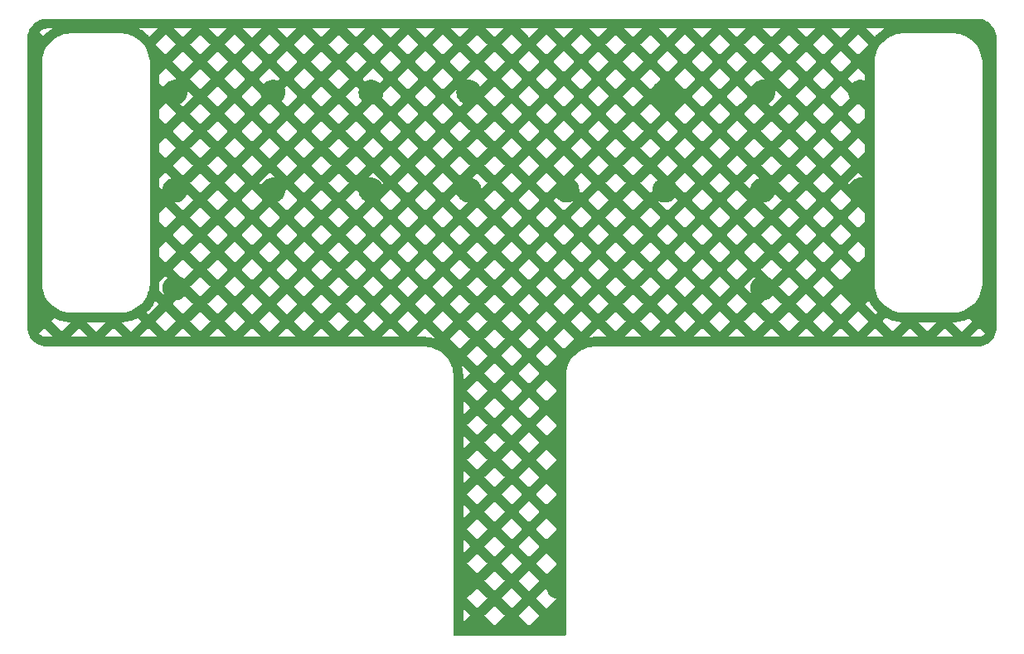
<source format=gbr>
%TF.GenerationSoftware,KiCad,Pcbnew,8.0.3-8.0.3-0~ubuntu23.10.1*%
%TF.CreationDate,2024-10-21T12:14:11-04:00*%
%TF.ProjectId,neck_electrode,6e65636b-5f65-46c6-9563-74726f64652e,rev?*%
%TF.SameCoordinates,Original*%
%TF.FileFunction,Copper,L2,Bot*%
%TF.FilePolarity,Positive*%
%FSLAX46Y46*%
G04 Gerber Fmt 4.6, Leading zero omitted, Abs format (unit mm)*
G04 Created by KiCad (PCBNEW 8.0.3-8.0.3-0~ubuntu23.10.1) date 2024-10-21 12:14:11*
%MOMM*%
%LPD*%
G01*
G04 APERTURE LIST*
%TA.AperFunction,ViaPad*%
%ADD10C,0.600000*%
%TD*%
G04 APERTURE END LIST*
D10*
%TO.N,GND*%
X183089286Y-88000000D03*
X142250000Y-118500000D03*
X143089286Y-78000000D03*
X153089286Y-78000000D03*
X173089286Y-78000000D03*
X163089286Y-68000000D03*
X133089286Y-78000000D03*
X163089286Y-78000000D03*
X113089286Y-68000000D03*
X183089286Y-78000000D03*
X123089286Y-78000000D03*
X183089286Y-68000000D03*
X152250000Y-118500000D03*
X113089286Y-88000000D03*
X173089286Y-88000000D03*
X143089286Y-68000000D03*
X113089286Y-78000000D03*
X133089286Y-68000000D03*
X173089286Y-68000000D03*
X123089286Y-68000000D03*
%TD*%
%TA.AperFunction,Conductor*%
%TO.N,GND*%
G36*
X195004043Y-60500765D02*
G01*
X195252895Y-60517075D01*
X195268953Y-60519190D01*
X195476105Y-60560395D01*
X195509535Y-60567045D01*
X195525202Y-60571243D01*
X195694947Y-60628863D01*
X195757481Y-60650091D01*
X195772458Y-60656294D01*
X195981799Y-60759529D01*
X195992460Y-60764787D01*
X196006508Y-60772897D01*
X196210464Y-60909177D01*
X196223328Y-60919048D01*
X196407749Y-61080781D01*
X196419218Y-61092250D01*
X196580951Y-61276671D01*
X196590825Y-61289539D01*
X196727102Y-61493492D01*
X196735212Y-61507539D01*
X196843702Y-61727534D01*
X196849909Y-61742520D01*
X196928756Y-61974797D01*
X196932954Y-61990464D01*
X196980807Y-62231035D01*
X196982925Y-62247116D01*
X196989193Y-62342750D01*
X196998196Y-62480112D01*
X196999235Y-62495956D01*
X196999500Y-62504066D01*
X196999500Y-91995933D01*
X196999235Y-92004043D01*
X196982925Y-92252883D01*
X196980807Y-92268964D01*
X196932954Y-92509535D01*
X196928756Y-92525202D01*
X196849909Y-92757479D01*
X196843702Y-92772465D01*
X196735212Y-92992460D01*
X196727102Y-93006507D01*
X196590825Y-93210460D01*
X196580951Y-93223328D01*
X196419218Y-93407749D01*
X196407749Y-93419218D01*
X196223328Y-93580951D01*
X196210460Y-93590825D01*
X196006507Y-93727102D01*
X195992460Y-93735212D01*
X195772465Y-93843702D01*
X195757479Y-93849909D01*
X195525202Y-93928756D01*
X195509535Y-93932954D01*
X195268964Y-93980807D01*
X195252883Y-93982925D01*
X195004043Y-93999235D01*
X194995933Y-93999500D01*
X156065892Y-93999500D01*
X156000000Y-93999500D01*
X155842750Y-93999500D01*
X155529974Y-94032374D01*
X155529970Y-94032374D01*
X155529968Y-94032375D01*
X155222352Y-94097760D01*
X155222350Y-94097761D01*
X154923248Y-94194944D01*
X154635931Y-94322866D01*
X154635924Y-94322869D01*
X154363571Y-94480112D01*
X154363566Y-94480115D01*
X154109139Y-94664967D01*
X154109130Y-94664974D01*
X153875414Y-94875414D01*
X153664974Y-95109130D01*
X153664967Y-95109139D01*
X153480115Y-95363566D01*
X153480112Y-95363571D01*
X153322869Y-95635924D01*
X153322866Y-95635931D01*
X153194944Y-95923248D01*
X153097761Y-96222350D01*
X153097760Y-96222352D01*
X153032375Y-96529968D01*
X153032374Y-96529974D01*
X153003621Y-96803547D01*
X152999500Y-96842754D01*
X152999500Y-123375500D01*
X152979815Y-123442539D01*
X152927011Y-123488294D01*
X152875500Y-123499500D01*
X141624500Y-123499500D01*
X141557461Y-123479815D01*
X141511706Y-123427011D01*
X141500500Y-123375500D01*
X141500500Y-122179512D01*
X142498500Y-122179512D01*
X143171462Y-121506549D01*
X143194328Y-121472327D01*
X143199928Y-121444172D01*
X144679134Y-121444172D01*
X144684734Y-121472327D01*
X144707600Y-121506549D01*
X145644921Y-122443870D01*
X145679143Y-122466736D01*
X145707298Y-122472336D01*
X145735453Y-122466736D01*
X145769675Y-122443870D01*
X146706996Y-121506549D01*
X146729862Y-121472327D01*
X146735462Y-121444172D01*
X148214668Y-121444172D01*
X148220268Y-121472327D01*
X148243134Y-121506549D01*
X149180455Y-122443870D01*
X149214677Y-122466736D01*
X149242832Y-122472336D01*
X149270987Y-122466736D01*
X149305209Y-122443870D01*
X150242530Y-121506549D01*
X150265396Y-121472327D01*
X150270996Y-121444172D01*
X150265396Y-121416017D01*
X150242530Y-121381795D01*
X149305209Y-120444474D01*
X149270987Y-120421608D01*
X149242832Y-120416008D01*
X149214677Y-120421608D01*
X149180455Y-120444474D01*
X148243134Y-121381795D01*
X148220268Y-121416017D01*
X148214668Y-121444172D01*
X146735462Y-121444172D01*
X146729862Y-121416017D01*
X146706996Y-121381795D01*
X145769675Y-120444474D01*
X145735453Y-120421608D01*
X145707298Y-120416008D01*
X145679143Y-120421608D01*
X145644921Y-120444474D01*
X144707600Y-121381795D01*
X144684734Y-121416017D01*
X144679134Y-121444172D01*
X143199928Y-121444172D01*
X143194328Y-121416017D01*
X143171462Y-121381795D01*
X142498500Y-120708833D01*
X142498500Y-122179512D01*
X141500500Y-122179512D01*
X141500500Y-119676405D01*
X142911367Y-119676405D01*
X142916967Y-119704560D01*
X142939833Y-119738782D01*
X143877154Y-120676103D01*
X143911376Y-120698969D01*
X143939531Y-120704569D01*
X143967686Y-120698969D01*
X144001908Y-120676103D01*
X144939229Y-119738782D01*
X144962095Y-119704560D01*
X144967695Y-119676405D01*
X146446901Y-119676405D01*
X146452501Y-119704560D01*
X146475367Y-119738782D01*
X147412688Y-120676103D01*
X147446910Y-120698969D01*
X147475065Y-120704569D01*
X147503220Y-120698969D01*
X147537442Y-120676103D01*
X148474763Y-119738782D01*
X148497629Y-119704560D01*
X148503229Y-119676405D01*
X149982435Y-119676405D01*
X149988035Y-119704560D01*
X150010901Y-119738782D01*
X150948222Y-120676103D01*
X150982444Y-120698969D01*
X151010599Y-120704569D01*
X151038754Y-120698969D01*
X151072976Y-120676103D01*
X151999785Y-119749294D01*
X151911155Y-119732727D01*
X151889145Y-119726465D01*
X151690411Y-119649475D01*
X151669928Y-119639275D01*
X151488724Y-119527079D01*
X151470462Y-119513289D01*
X151312960Y-119369706D01*
X151297545Y-119352796D01*
X151169107Y-119182718D01*
X151157061Y-119163262D01*
X151062063Y-118972479D01*
X151053797Y-118951142D01*
X150995472Y-118746151D01*
X150991267Y-118723658D01*
X150984754Y-118653381D01*
X150982444Y-118653841D01*
X150948222Y-118676707D01*
X150010901Y-119614028D01*
X149988035Y-119648250D01*
X149982435Y-119676405D01*
X148503229Y-119676405D01*
X148497629Y-119648250D01*
X148474763Y-119614028D01*
X147537442Y-118676707D01*
X147503220Y-118653841D01*
X147475065Y-118648241D01*
X147446910Y-118653841D01*
X147412688Y-118676707D01*
X146475367Y-119614028D01*
X146452501Y-119648250D01*
X146446901Y-119676405D01*
X144967695Y-119676405D01*
X144962095Y-119648250D01*
X144939229Y-119614028D01*
X144001908Y-118676707D01*
X143967686Y-118653841D01*
X143939531Y-118648241D01*
X143911376Y-118653841D01*
X143877154Y-118676707D01*
X143206740Y-119347120D01*
X143202458Y-119352792D01*
X143187038Y-119369707D01*
X143154414Y-119399446D01*
X142939833Y-119614028D01*
X142916967Y-119648250D01*
X142911367Y-119676405D01*
X141500500Y-119676405D01*
X141500500Y-117908638D01*
X144679134Y-117908638D01*
X144684734Y-117936793D01*
X144707600Y-117971015D01*
X145644921Y-118908336D01*
X145679143Y-118931202D01*
X145707298Y-118936802D01*
X145735453Y-118931202D01*
X145769675Y-118908336D01*
X146706996Y-117971015D01*
X146729862Y-117936793D01*
X146735462Y-117908638D01*
X148214668Y-117908638D01*
X148220268Y-117936793D01*
X148243134Y-117971015D01*
X149180455Y-118908336D01*
X149214677Y-118931202D01*
X149242832Y-118936802D01*
X149270987Y-118931202D01*
X149305209Y-118908336D01*
X150242530Y-117971015D01*
X150265396Y-117936793D01*
X150270996Y-117908638D01*
X150265396Y-117880483D01*
X150242530Y-117846261D01*
X149305209Y-116908940D01*
X149270987Y-116886074D01*
X149242832Y-116880474D01*
X149214677Y-116886074D01*
X149180455Y-116908940D01*
X148243134Y-117846261D01*
X148220268Y-117880483D01*
X148214668Y-117908638D01*
X146735462Y-117908638D01*
X146729862Y-117880483D01*
X146706996Y-117846261D01*
X145769675Y-116908940D01*
X145735453Y-116886074D01*
X145707298Y-116880474D01*
X145679143Y-116886074D01*
X145644921Y-116908940D01*
X144707600Y-117846261D01*
X144684734Y-117880483D01*
X144679134Y-117908638D01*
X141500500Y-117908638D01*
X141500500Y-116140871D01*
X142911367Y-116140871D01*
X142916967Y-116169026D01*
X142939833Y-116203248D01*
X143877154Y-117140569D01*
X143911376Y-117163435D01*
X143939531Y-117169035D01*
X143967686Y-117163435D01*
X144001908Y-117140569D01*
X144939229Y-116203248D01*
X144962095Y-116169026D01*
X144967695Y-116140871D01*
X146446901Y-116140871D01*
X146452501Y-116169026D01*
X146475367Y-116203248D01*
X147412688Y-117140569D01*
X147446910Y-117163435D01*
X147475065Y-117169035D01*
X147503220Y-117163435D01*
X147537442Y-117140569D01*
X148474763Y-116203248D01*
X148497629Y-116169026D01*
X148503229Y-116140871D01*
X149982435Y-116140871D01*
X149988035Y-116169026D01*
X150010901Y-116203248D01*
X150948222Y-117140569D01*
X150982444Y-117163435D01*
X151010599Y-117169035D01*
X151038754Y-117163435D01*
X151072976Y-117140569D01*
X152001500Y-116212046D01*
X152001500Y-116069697D01*
X151072976Y-115141173D01*
X151038754Y-115118307D01*
X151010599Y-115112707D01*
X150982444Y-115118307D01*
X150948222Y-115141173D01*
X150010901Y-116078494D01*
X149988035Y-116112716D01*
X149982435Y-116140871D01*
X148503229Y-116140871D01*
X148497629Y-116112716D01*
X148474763Y-116078494D01*
X147537442Y-115141173D01*
X147503220Y-115118307D01*
X147475065Y-115112707D01*
X147446910Y-115118307D01*
X147412688Y-115141173D01*
X146475367Y-116078494D01*
X146452501Y-116112716D01*
X146446901Y-116140871D01*
X144967695Y-116140871D01*
X144962095Y-116112716D01*
X144939229Y-116078494D01*
X144001908Y-115141173D01*
X143967686Y-115118307D01*
X143939531Y-115112707D01*
X143911376Y-115118307D01*
X143877154Y-115141173D01*
X142939833Y-116078494D01*
X142916967Y-116112716D01*
X142911367Y-116140871D01*
X141500500Y-116140871D01*
X141500500Y-115108444D01*
X142498500Y-115108444D01*
X143171462Y-114435481D01*
X143194328Y-114401259D01*
X143199928Y-114373104D01*
X144679134Y-114373104D01*
X144684734Y-114401259D01*
X144707600Y-114435481D01*
X145644921Y-115372802D01*
X145679143Y-115395668D01*
X145707298Y-115401268D01*
X145735453Y-115395668D01*
X145769675Y-115372802D01*
X146706996Y-114435481D01*
X146729862Y-114401259D01*
X146735462Y-114373104D01*
X148214668Y-114373104D01*
X148220268Y-114401259D01*
X148243134Y-114435481D01*
X149180455Y-115372802D01*
X149214677Y-115395668D01*
X149242832Y-115401268D01*
X149270987Y-115395668D01*
X149305209Y-115372802D01*
X150242530Y-114435481D01*
X150265396Y-114401259D01*
X150270996Y-114373104D01*
X150265396Y-114344949D01*
X150242530Y-114310727D01*
X149305209Y-113373406D01*
X149270987Y-113350540D01*
X149242832Y-113344940D01*
X149214677Y-113350540D01*
X149180455Y-113373406D01*
X148243134Y-114310727D01*
X148220268Y-114344949D01*
X148214668Y-114373104D01*
X146735462Y-114373104D01*
X146729862Y-114344949D01*
X146706996Y-114310727D01*
X145769675Y-113373406D01*
X145735453Y-113350540D01*
X145707298Y-113344940D01*
X145679143Y-113350540D01*
X145644921Y-113373406D01*
X144707600Y-114310727D01*
X144684734Y-114344949D01*
X144679134Y-114373104D01*
X143199928Y-114373104D01*
X143194328Y-114344949D01*
X143171462Y-114310727D01*
X142498500Y-113637765D01*
X142498500Y-115108444D01*
X141500500Y-115108444D01*
X141500500Y-112605337D01*
X142911367Y-112605337D01*
X142916967Y-112633492D01*
X142939833Y-112667714D01*
X143877154Y-113605035D01*
X143911378Y-113627903D01*
X143939531Y-113633503D01*
X143967684Y-113627903D01*
X144001908Y-113605035D01*
X144939229Y-112667714D01*
X144962095Y-112633492D01*
X144967695Y-112605337D01*
X146446901Y-112605337D01*
X146452501Y-112633492D01*
X146475367Y-112667714D01*
X147412688Y-113605035D01*
X147446912Y-113627903D01*
X147475065Y-113633503D01*
X147503218Y-113627903D01*
X147537442Y-113605035D01*
X148474763Y-112667714D01*
X148497629Y-112633492D01*
X148503229Y-112605337D01*
X149982435Y-112605337D01*
X149988035Y-112633492D01*
X150010901Y-112667714D01*
X150948222Y-113605035D01*
X150982446Y-113627903D01*
X151010599Y-113633503D01*
X151038752Y-113627903D01*
X151072976Y-113605035D01*
X152001500Y-112676512D01*
X152001500Y-112534163D01*
X151072978Y-111605641D01*
X151038752Y-111582772D01*
X151010599Y-111577172D01*
X150982446Y-111582772D01*
X150948220Y-111605641D01*
X150010903Y-112542959D01*
X149988034Y-112577184D01*
X149982435Y-112605337D01*
X148503229Y-112605337D01*
X148497630Y-112577184D01*
X148474761Y-112542959D01*
X147537444Y-111605641D01*
X147503218Y-111582772D01*
X147475065Y-111577172D01*
X147446912Y-111582772D01*
X147412686Y-111605641D01*
X146475369Y-112542959D01*
X146452500Y-112577184D01*
X146446901Y-112605337D01*
X144967695Y-112605337D01*
X144962096Y-112577184D01*
X144939227Y-112542959D01*
X144001910Y-111605641D01*
X143967684Y-111582772D01*
X143939531Y-111577172D01*
X143911378Y-111582772D01*
X143877152Y-111605641D01*
X142939835Y-112542959D01*
X142916966Y-112577184D01*
X142911367Y-112605337D01*
X141500500Y-112605337D01*
X141500500Y-111572910D01*
X142498500Y-111572910D01*
X143171462Y-110899947D01*
X143194328Y-110865725D01*
X143199928Y-110837570D01*
X144679134Y-110837570D01*
X144684734Y-110865725D01*
X144707600Y-110899947D01*
X145644921Y-111837268D01*
X145679145Y-111860136D01*
X145707298Y-111865736D01*
X145735451Y-111860136D01*
X145769675Y-111837268D01*
X146706996Y-110899947D01*
X146729862Y-110865725D01*
X146735462Y-110837570D01*
X148214668Y-110837570D01*
X148220268Y-110865725D01*
X148243134Y-110899947D01*
X149180455Y-111837268D01*
X149214679Y-111860136D01*
X149242832Y-111865736D01*
X149270985Y-111860136D01*
X149305209Y-111837268D01*
X150242530Y-110899947D01*
X150265396Y-110865725D01*
X150270996Y-110837570D01*
X150265397Y-110809417D01*
X150242528Y-110775192D01*
X149305211Y-109837874D01*
X149270985Y-109815005D01*
X149242832Y-109809405D01*
X149214679Y-109815005D01*
X149180453Y-109837874D01*
X148243136Y-110775192D01*
X148220267Y-110809417D01*
X148214668Y-110837570D01*
X146735462Y-110837570D01*
X146729863Y-110809417D01*
X146706994Y-110775192D01*
X145769677Y-109837874D01*
X145735451Y-109815005D01*
X145707298Y-109809405D01*
X145679145Y-109815005D01*
X145644919Y-109837874D01*
X144707602Y-110775192D01*
X144684733Y-110809417D01*
X144679134Y-110837570D01*
X143199928Y-110837570D01*
X143194329Y-110809417D01*
X143171460Y-110775192D01*
X142498500Y-110102231D01*
X142498500Y-111572910D01*
X141500500Y-111572910D01*
X141500500Y-109069803D01*
X142911367Y-109069803D01*
X142916967Y-109097958D01*
X142939833Y-109132180D01*
X143877154Y-110069501D01*
X143911378Y-110092369D01*
X143939531Y-110097969D01*
X143967684Y-110092369D01*
X144001908Y-110069501D01*
X144939229Y-109132180D01*
X144962095Y-109097958D01*
X144967695Y-109069803D01*
X146446901Y-109069803D01*
X146452501Y-109097958D01*
X146475367Y-109132180D01*
X147412688Y-110069501D01*
X147446912Y-110092369D01*
X147475065Y-110097969D01*
X147503218Y-110092369D01*
X147537442Y-110069501D01*
X148474763Y-109132180D01*
X148497629Y-109097958D01*
X148503229Y-109069803D01*
X149982435Y-109069803D01*
X149988035Y-109097958D01*
X150010901Y-109132180D01*
X150948222Y-110069501D01*
X150982446Y-110092369D01*
X151010599Y-110097969D01*
X151038752Y-110092369D01*
X151072976Y-110069501D01*
X152001500Y-109140978D01*
X152001500Y-108998629D01*
X151072978Y-108070107D01*
X151038752Y-108047238D01*
X151010599Y-108041638D01*
X150982446Y-108047238D01*
X150948220Y-108070107D01*
X150010903Y-109007425D01*
X149988034Y-109041650D01*
X149982435Y-109069803D01*
X148503229Y-109069803D01*
X148497630Y-109041650D01*
X148474761Y-109007425D01*
X147537444Y-108070107D01*
X147503218Y-108047238D01*
X147475065Y-108041638D01*
X147446912Y-108047238D01*
X147412686Y-108070107D01*
X146475369Y-109007425D01*
X146452500Y-109041650D01*
X146446901Y-109069803D01*
X144967695Y-109069803D01*
X144962096Y-109041650D01*
X144939227Y-109007425D01*
X144001910Y-108070107D01*
X143967684Y-108047238D01*
X143939531Y-108041638D01*
X143911378Y-108047238D01*
X143877152Y-108070107D01*
X142939835Y-109007425D01*
X142916966Y-109041650D01*
X142911367Y-109069803D01*
X141500500Y-109069803D01*
X141500500Y-108037376D01*
X142498500Y-108037376D01*
X143171460Y-107364415D01*
X143194329Y-107330190D01*
X143199928Y-107302037D01*
X144679134Y-107302037D01*
X144684733Y-107330190D01*
X144707602Y-107364415D01*
X145644919Y-108301733D01*
X145679145Y-108324602D01*
X145707298Y-108330202D01*
X145735451Y-108324602D01*
X145769677Y-108301733D01*
X146706994Y-107364415D01*
X146729863Y-107330190D01*
X146735462Y-107302037D01*
X148214668Y-107302037D01*
X148220267Y-107330190D01*
X148243136Y-107364415D01*
X149180453Y-108301733D01*
X149214679Y-108324602D01*
X149242832Y-108330202D01*
X149270985Y-108324602D01*
X149305211Y-108301733D01*
X150242528Y-107364415D01*
X150265397Y-107330190D01*
X150270996Y-107302037D01*
X150265397Y-107273883D01*
X150242528Y-107239658D01*
X149305211Y-106302340D01*
X149270985Y-106279471D01*
X149242832Y-106273871D01*
X149214679Y-106279471D01*
X149180453Y-106302340D01*
X148243136Y-107239658D01*
X148220267Y-107273883D01*
X148214668Y-107302037D01*
X146735462Y-107302037D01*
X146729863Y-107273883D01*
X146706994Y-107239658D01*
X145769677Y-106302340D01*
X145735451Y-106279471D01*
X145707298Y-106273871D01*
X145679145Y-106279471D01*
X145644919Y-106302340D01*
X144707602Y-107239658D01*
X144684733Y-107273883D01*
X144679134Y-107302037D01*
X143199928Y-107302037D01*
X143194329Y-107273883D01*
X143171460Y-107239658D01*
X142498500Y-106566697D01*
X142498500Y-108037376D01*
X141500500Y-108037376D01*
X141500500Y-105534270D01*
X142911367Y-105534270D01*
X142916966Y-105562423D01*
X142939835Y-105596648D01*
X143877152Y-106533966D01*
X143911378Y-106556835D01*
X143939531Y-106562435D01*
X143967684Y-106556835D01*
X144001910Y-106533966D01*
X144939227Y-105596648D01*
X144962096Y-105562423D01*
X144967695Y-105534270D01*
X146446901Y-105534270D01*
X146452500Y-105562423D01*
X146475369Y-105596648D01*
X147412686Y-106533966D01*
X147446912Y-106556835D01*
X147475065Y-106562435D01*
X147503218Y-106556835D01*
X147537444Y-106533966D01*
X148474761Y-105596648D01*
X148497630Y-105562423D01*
X148503229Y-105534270D01*
X149982435Y-105534270D01*
X149988034Y-105562423D01*
X150010903Y-105596648D01*
X150948220Y-106533966D01*
X150982446Y-106556835D01*
X151010599Y-106562435D01*
X151038752Y-106556835D01*
X151072978Y-106533966D01*
X152001500Y-105605444D01*
X152001500Y-105463096D01*
X151072976Y-104534572D01*
X151038752Y-104511704D01*
X151010599Y-104506104D01*
X150982446Y-104511704D01*
X150948222Y-104534572D01*
X150010901Y-105471893D01*
X149988035Y-105506115D01*
X149982435Y-105534270D01*
X148503229Y-105534270D01*
X148497629Y-105506115D01*
X148474763Y-105471893D01*
X147537442Y-104534572D01*
X147503218Y-104511704D01*
X147475065Y-104506104D01*
X147446912Y-104511704D01*
X147412688Y-104534572D01*
X146475367Y-105471893D01*
X146452501Y-105506115D01*
X146446901Y-105534270D01*
X144967695Y-105534270D01*
X144962095Y-105506115D01*
X144939229Y-105471893D01*
X144001908Y-104534572D01*
X143967684Y-104511704D01*
X143939531Y-104506104D01*
X143911378Y-104511704D01*
X143877154Y-104534572D01*
X142939833Y-105471893D01*
X142916967Y-105506115D01*
X142911367Y-105534270D01*
X141500500Y-105534270D01*
X141500500Y-104501842D01*
X142498500Y-104501842D01*
X143171460Y-103828881D01*
X143194329Y-103794656D01*
X143199928Y-103766503D01*
X144679134Y-103766503D01*
X144684733Y-103794656D01*
X144707602Y-103828881D01*
X145644919Y-104766199D01*
X145679145Y-104789068D01*
X145707298Y-104794668D01*
X145735451Y-104789068D01*
X145769677Y-104766199D01*
X146706994Y-103828881D01*
X146729863Y-103794656D01*
X146735462Y-103766503D01*
X148214668Y-103766503D01*
X148220267Y-103794656D01*
X148243136Y-103828881D01*
X149180453Y-104766199D01*
X149214679Y-104789068D01*
X149242832Y-104794668D01*
X149270985Y-104789068D01*
X149305211Y-104766199D01*
X150242528Y-103828881D01*
X150265397Y-103794656D01*
X150270996Y-103766503D01*
X150265396Y-103738348D01*
X150242530Y-103704126D01*
X149305209Y-102766805D01*
X149270985Y-102743937D01*
X149242832Y-102738337D01*
X149214679Y-102743937D01*
X149180455Y-102766805D01*
X148243134Y-103704126D01*
X148220268Y-103738348D01*
X148214668Y-103766503D01*
X146735462Y-103766503D01*
X146729862Y-103738348D01*
X146706996Y-103704126D01*
X145769675Y-102766805D01*
X145735451Y-102743937D01*
X145707298Y-102738337D01*
X145679145Y-102743937D01*
X145644921Y-102766805D01*
X144707600Y-103704126D01*
X144684734Y-103738348D01*
X144679134Y-103766503D01*
X143199928Y-103766503D01*
X143194328Y-103738348D01*
X143171462Y-103704126D01*
X142498500Y-103031164D01*
X142498500Y-104501842D01*
X141500500Y-104501842D01*
X141500500Y-101998736D01*
X142911367Y-101998736D01*
X142916967Y-102026891D01*
X142939833Y-102061113D01*
X143877152Y-102998432D01*
X143911378Y-103021301D01*
X143939531Y-103026901D01*
X143967684Y-103021301D01*
X144001910Y-102998432D01*
X144939229Y-102061113D01*
X144962095Y-102026891D01*
X144967695Y-101998736D01*
X146446901Y-101998736D01*
X146452501Y-102026891D01*
X146475367Y-102061113D01*
X147412686Y-102998432D01*
X147446912Y-103021301D01*
X147475065Y-103026901D01*
X147503218Y-103021301D01*
X147537444Y-102998432D01*
X148474763Y-102061113D01*
X148497629Y-102026891D01*
X148503229Y-101998736D01*
X149982435Y-101998736D01*
X149988035Y-102026891D01*
X150010901Y-102061113D01*
X150948220Y-102998432D01*
X150982446Y-103021301D01*
X151010599Y-103026901D01*
X151038752Y-103021301D01*
X151072978Y-102998432D01*
X152001500Y-102069911D01*
X152001500Y-101927562D01*
X151072976Y-100999038D01*
X151038752Y-100976170D01*
X151010599Y-100970570D01*
X150982446Y-100976170D01*
X150948222Y-100999038D01*
X150010901Y-101936359D01*
X149988035Y-101970581D01*
X149982435Y-101998736D01*
X148503229Y-101998736D01*
X148497629Y-101970581D01*
X148474763Y-101936359D01*
X147537442Y-100999038D01*
X147503218Y-100976170D01*
X147475065Y-100970570D01*
X147446912Y-100976170D01*
X147412688Y-100999038D01*
X146475367Y-101936359D01*
X146452501Y-101970581D01*
X146446901Y-101998736D01*
X144967695Y-101998736D01*
X144962095Y-101970581D01*
X144939229Y-101936359D01*
X144001908Y-100999038D01*
X143967684Y-100976170D01*
X143939531Y-100970570D01*
X143911378Y-100976170D01*
X143877154Y-100999038D01*
X142939833Y-101936359D01*
X142916967Y-101970581D01*
X142911367Y-101998736D01*
X141500500Y-101998736D01*
X141500500Y-100966309D01*
X142498500Y-100966309D01*
X143171462Y-100293346D01*
X143194328Y-100259124D01*
X143199928Y-100230969D01*
X144679134Y-100230969D01*
X144684734Y-100259124D01*
X144707600Y-100293346D01*
X145644921Y-101230667D01*
X145679143Y-101253533D01*
X145707298Y-101259133D01*
X145735453Y-101253533D01*
X145769675Y-101230667D01*
X146706996Y-100293346D01*
X146729862Y-100259124D01*
X146735462Y-100230969D01*
X148214668Y-100230969D01*
X148220268Y-100259124D01*
X148243134Y-100293346D01*
X149180455Y-101230667D01*
X149214677Y-101253533D01*
X149242832Y-101259133D01*
X149270987Y-101253533D01*
X149305209Y-101230667D01*
X150242530Y-100293346D01*
X150265396Y-100259124D01*
X150270996Y-100230969D01*
X150265396Y-100202814D01*
X150242530Y-100168592D01*
X149305209Y-99231271D01*
X149270987Y-99208405D01*
X149242832Y-99202805D01*
X149214677Y-99208405D01*
X149180455Y-99231271D01*
X148243134Y-100168592D01*
X148220268Y-100202814D01*
X148214668Y-100230969D01*
X146735462Y-100230969D01*
X146729862Y-100202814D01*
X146706996Y-100168592D01*
X145769675Y-99231271D01*
X145735453Y-99208405D01*
X145707298Y-99202805D01*
X145679143Y-99208405D01*
X145644921Y-99231271D01*
X144707600Y-100168592D01*
X144684734Y-100202814D01*
X144679134Y-100230969D01*
X143199928Y-100230969D01*
X143194328Y-100202814D01*
X143171462Y-100168592D01*
X142498500Y-99495630D01*
X142498500Y-100966309D01*
X141500500Y-100966309D01*
X141500500Y-98463202D01*
X142911367Y-98463202D01*
X142916967Y-98491357D01*
X142939833Y-98525579D01*
X143877154Y-99462900D01*
X143911376Y-99485766D01*
X143939531Y-99491366D01*
X143967686Y-99485766D01*
X144001908Y-99462900D01*
X144939229Y-98525579D01*
X144962095Y-98491357D01*
X144967695Y-98463202D01*
X146446901Y-98463202D01*
X146452501Y-98491357D01*
X146475367Y-98525579D01*
X147412688Y-99462900D01*
X147446910Y-99485766D01*
X147475065Y-99491366D01*
X147503220Y-99485766D01*
X147537442Y-99462900D01*
X148474763Y-98525579D01*
X148497629Y-98491357D01*
X148503229Y-98463202D01*
X149982435Y-98463202D01*
X149988035Y-98491357D01*
X150010901Y-98525579D01*
X150948222Y-99462900D01*
X150982444Y-99485766D01*
X151010599Y-99491366D01*
X151038754Y-99485766D01*
X151072976Y-99462900D01*
X152001500Y-98534377D01*
X152001500Y-98392028D01*
X151072976Y-97463504D01*
X151038754Y-97440638D01*
X151010599Y-97435038D01*
X150982444Y-97440638D01*
X150948222Y-97463504D01*
X150010901Y-98400825D01*
X149988035Y-98435047D01*
X149982435Y-98463202D01*
X148503229Y-98463202D01*
X148497629Y-98435047D01*
X148474763Y-98400825D01*
X147537442Y-97463504D01*
X147503220Y-97440638D01*
X147475065Y-97435038D01*
X147446910Y-97440638D01*
X147412688Y-97463504D01*
X146475367Y-98400825D01*
X146452501Y-98435047D01*
X146446901Y-98463202D01*
X144967695Y-98463202D01*
X144962095Y-98435047D01*
X144939229Y-98400825D01*
X144001908Y-97463504D01*
X143967686Y-97440638D01*
X143939531Y-97435038D01*
X143911376Y-97440638D01*
X143877154Y-97463504D01*
X142939833Y-98400825D01*
X142916967Y-98435047D01*
X142911367Y-98463202D01*
X141500500Y-98463202D01*
X141500500Y-96842754D01*
X141496721Y-96806799D01*
X141467626Y-96529974D01*
X141402238Y-96222348D01*
X141305053Y-95923241D01*
X141234330Y-95764396D01*
X142302800Y-95764396D01*
X142355429Y-95926373D01*
X142356392Y-95929474D01*
X142361966Y-95948292D01*
X142362847Y-95951414D01*
X142369610Y-95976653D01*
X142370407Y-95979795D01*
X142374994Y-95998897D01*
X142375712Y-96002069D01*
X142446532Y-96335254D01*
X142447165Y-96338433D01*
X142450743Y-96357734D01*
X142451293Y-96360936D01*
X142455381Y-96386744D01*
X142455847Y-96389958D01*
X142458411Y-96409433D01*
X142458793Y-96412658D01*
X142494398Y-96751421D01*
X142494695Y-96754653D01*
X142496235Y-96774221D01*
X142496447Y-96777453D01*
X142497816Y-96803547D01*
X142497944Y-96806799D01*
X142498458Y-96826436D01*
X142498500Y-96829681D01*
X142498500Y-97430775D01*
X143171462Y-96757812D01*
X143194328Y-96723590D01*
X143199928Y-96695435D01*
X144679134Y-96695435D01*
X144684734Y-96723590D01*
X144707600Y-96757812D01*
X145644921Y-97695133D01*
X145679143Y-97717999D01*
X145707298Y-97723599D01*
X145735453Y-97717999D01*
X145769675Y-97695133D01*
X146706996Y-96757812D01*
X146729862Y-96723590D01*
X146735462Y-96695435D01*
X148214668Y-96695435D01*
X148220268Y-96723590D01*
X148243134Y-96757812D01*
X149180455Y-97695133D01*
X149214677Y-97717999D01*
X149242832Y-97723599D01*
X149270987Y-97717999D01*
X149305209Y-97695133D01*
X150242530Y-96757812D01*
X150265396Y-96723590D01*
X150270996Y-96695435D01*
X150265396Y-96667280D01*
X150242530Y-96633058D01*
X149305209Y-95695737D01*
X149270987Y-95672871D01*
X149242832Y-95667271D01*
X149214677Y-95672871D01*
X149180455Y-95695737D01*
X148243134Y-96633058D01*
X148220268Y-96667280D01*
X148214668Y-96695435D01*
X146735462Y-96695435D01*
X146729862Y-96667280D01*
X146706996Y-96633058D01*
X145769675Y-95695737D01*
X145735453Y-95672871D01*
X145707298Y-95667271D01*
X145679143Y-95672871D01*
X145644921Y-95695737D01*
X144707600Y-96633058D01*
X144684734Y-96667280D01*
X144679134Y-96695435D01*
X143199928Y-96695435D01*
X143194328Y-96667280D01*
X143171462Y-96633058D01*
X142302800Y-95764396D01*
X141234330Y-95764396D01*
X141177134Y-95635932D01*
X141177131Y-95635928D01*
X141177130Y-95635924D01*
X141019887Y-95363571D01*
X141019884Y-95363566D01*
X140835032Y-95109139D01*
X140835025Y-95109130D01*
X140696986Y-94955823D01*
X140671635Y-94927668D01*
X142911367Y-94927668D01*
X142916967Y-94955823D01*
X142939833Y-94990045D01*
X143877154Y-95927366D01*
X143911376Y-95950232D01*
X143939531Y-95955832D01*
X143967686Y-95950232D01*
X144001908Y-95927366D01*
X144939229Y-94990045D01*
X144962095Y-94955823D01*
X144967695Y-94927668D01*
X146446901Y-94927668D01*
X146452501Y-94955823D01*
X146475367Y-94990045D01*
X147412688Y-95927366D01*
X147446910Y-95950232D01*
X147475065Y-95955832D01*
X147503220Y-95950232D01*
X147537442Y-95927366D01*
X148474763Y-94990045D01*
X148497629Y-94955823D01*
X148503229Y-94927668D01*
X149982435Y-94927668D01*
X149988035Y-94955823D01*
X150010901Y-94990045D01*
X150948222Y-95927366D01*
X150982444Y-95950232D01*
X151010599Y-95955832D01*
X151038754Y-95950232D01*
X151072976Y-95927366D01*
X152010297Y-94990045D01*
X152033163Y-94955823D01*
X152038763Y-94927668D01*
X152033163Y-94899513D01*
X152010297Y-94865291D01*
X151072976Y-93927970D01*
X151038754Y-93905104D01*
X151010599Y-93899504D01*
X150982444Y-93905104D01*
X150948222Y-93927970D01*
X150010901Y-94865291D01*
X149988035Y-94899513D01*
X149982435Y-94927668D01*
X148503229Y-94927668D01*
X148497629Y-94899513D01*
X148474763Y-94865291D01*
X147537442Y-93927970D01*
X147503220Y-93905104D01*
X147475065Y-93899504D01*
X147446910Y-93905104D01*
X147412688Y-93927970D01*
X146475367Y-94865291D01*
X146452501Y-94899513D01*
X146446901Y-94927668D01*
X144967695Y-94927668D01*
X144962095Y-94899513D01*
X144939229Y-94865291D01*
X144001908Y-93927970D01*
X143967686Y-93905104D01*
X143939531Y-93899504D01*
X143911376Y-93905104D01*
X143877154Y-93927970D01*
X142939833Y-94865291D01*
X142916967Y-94899513D01*
X142911367Y-94927668D01*
X140671635Y-94927668D01*
X140624586Y-94875414D01*
X140500885Y-94764033D01*
X140390869Y-94664974D01*
X140390860Y-94664967D01*
X140136433Y-94480115D01*
X140136428Y-94480112D01*
X139864075Y-94322869D01*
X139864068Y-94322866D01*
X139576759Y-94194947D01*
X139576754Y-94194945D01*
X139576751Y-94194944D01*
X139277649Y-94097761D01*
X139277647Y-94097760D01*
X139012415Y-94041384D01*
X138970026Y-94032374D01*
X138657250Y-93999500D01*
X138657245Y-93999500D01*
X100004067Y-93999500D01*
X99995957Y-93999235D01*
X99747116Y-93982925D01*
X99731035Y-93980807D01*
X99490464Y-93932954D01*
X99474797Y-93928756D01*
X99242520Y-93849909D01*
X99227534Y-93843702D01*
X99007539Y-93735212D01*
X98993492Y-93727102D01*
X98789539Y-93590825D01*
X98776671Y-93580951D01*
X98592250Y-93419218D01*
X98580781Y-93407749D01*
X98419048Y-93223328D01*
X98409174Y-93210460D01*
X98394204Y-93188056D01*
X98272897Y-93006507D01*
X98264787Y-92992460D01*
X98251396Y-92965305D01*
X98156294Y-92772458D01*
X98150090Y-92757479D01*
X98104476Y-92623105D01*
X99220078Y-92623105D01*
X99293346Y-92706651D01*
X99391635Y-92792848D01*
X99500314Y-92865465D01*
X99617568Y-92923289D01*
X99741342Y-92965305D01*
X99869556Y-92990808D01*
X100032669Y-93001500D01*
X100649031Y-93001500D01*
X102377218Y-93001500D01*
X104184565Y-93001500D01*
X105912752Y-93001500D01*
X107720099Y-93001500D01*
X109448286Y-93001500D01*
X111255633Y-93001500D01*
X112983820Y-93001500D01*
X114791167Y-93001500D01*
X116519354Y-93001500D01*
X118326701Y-93001500D01*
X120054888Y-93001500D01*
X121862235Y-93001500D01*
X123590422Y-93001500D01*
X125397769Y-93001500D01*
X127125956Y-93001500D01*
X128933303Y-93001500D01*
X130661490Y-93001500D01*
X132468837Y-93001500D01*
X134197024Y-93001500D01*
X136004371Y-93001500D01*
X137732557Y-93001500D01*
X138670319Y-93001500D01*
X138673564Y-93001542D01*
X138693201Y-93002056D01*
X138696453Y-93002184D01*
X138722547Y-93003553D01*
X138725779Y-93003765D01*
X138745347Y-93005305D01*
X138748579Y-93005602D01*
X139087342Y-93041207D01*
X139090567Y-93041589D01*
X139110042Y-93044153D01*
X139113256Y-93044619D01*
X139139064Y-93048707D01*
X139142266Y-93049257D01*
X139161567Y-93052835D01*
X139164746Y-93053468D01*
X139497931Y-93124288D01*
X139501103Y-93125006D01*
X139520205Y-93129593D01*
X139523347Y-93130390D01*
X139548586Y-93137153D01*
X139551708Y-93138034D01*
X139570526Y-93143608D01*
X139573627Y-93144571D01*
X139661750Y-93173203D01*
X139664396Y-93159901D01*
X141143600Y-93159901D01*
X141149200Y-93188056D01*
X141172066Y-93222278D01*
X142109387Y-94159599D01*
X142143609Y-94182465D01*
X142171764Y-94188065D01*
X142199919Y-94182465D01*
X142234141Y-94159599D01*
X143171462Y-93222278D01*
X143194328Y-93188056D01*
X143199928Y-93159901D01*
X144679134Y-93159901D01*
X144684734Y-93188056D01*
X144707600Y-93222278D01*
X145644921Y-94159599D01*
X145679143Y-94182465D01*
X145707298Y-94188065D01*
X145735453Y-94182465D01*
X145769675Y-94159599D01*
X146706996Y-93222278D01*
X146729862Y-93188056D01*
X146735462Y-93159901D01*
X148214668Y-93159901D01*
X148220268Y-93188056D01*
X148243134Y-93222278D01*
X149180455Y-94159599D01*
X149214677Y-94182465D01*
X149242832Y-94188065D01*
X149270987Y-94182465D01*
X149305209Y-94159599D01*
X150242530Y-93222278D01*
X150265396Y-93188056D01*
X150270996Y-93159901D01*
X151750202Y-93159901D01*
X151755802Y-93188056D01*
X151778668Y-93222278D01*
X152715989Y-94159599D01*
X152750211Y-94182465D01*
X152778366Y-94188065D01*
X152806521Y-94182465D01*
X152840743Y-94159599D01*
X153778064Y-93222278D01*
X153800930Y-93188056D01*
X153806530Y-93159901D01*
X153800930Y-93131746D01*
X153778064Y-93097524D01*
X153728854Y-93048314D01*
X155363412Y-93048314D01*
X155386744Y-93044619D01*
X155389958Y-93044153D01*
X155409433Y-93041589D01*
X155412658Y-93041207D01*
X155751421Y-93005602D01*
X155754653Y-93005305D01*
X155774221Y-93003765D01*
X155777453Y-93003553D01*
X155803547Y-93002184D01*
X155806799Y-93002056D01*
X155826436Y-93001542D01*
X155829681Y-93001500D01*
X157217574Y-93001500D01*
X158945761Y-93001500D01*
X160753108Y-93001500D01*
X162481295Y-93001500D01*
X164288642Y-93001500D01*
X166016829Y-93001500D01*
X167824176Y-93001500D01*
X169552363Y-93001500D01*
X171359710Y-93001500D01*
X173087896Y-93001500D01*
X174895243Y-93001500D01*
X176623430Y-93001500D01*
X178430777Y-93001500D01*
X180158964Y-93001500D01*
X181966311Y-93001500D01*
X183694498Y-93001500D01*
X185501845Y-93001500D01*
X187230032Y-93001500D01*
X189037379Y-93001500D01*
X190765566Y-93001500D01*
X192572913Y-93001500D01*
X194301100Y-93001500D01*
X194967331Y-93001500D01*
X195130441Y-92990808D01*
X195258655Y-92965305D01*
X195382429Y-92923289D01*
X195499683Y-92865465D01*
X195608362Y-92792848D01*
X195706651Y-92706651D01*
X195756620Y-92649673D01*
X195267150Y-92160203D01*
X195232928Y-92137337D01*
X195204773Y-92131737D01*
X195176618Y-92137337D01*
X195142396Y-92160203D01*
X194301100Y-93001500D01*
X192572913Y-93001500D01*
X191731616Y-92160203D01*
X191697394Y-92137337D01*
X191669239Y-92131737D01*
X191641084Y-92137337D01*
X191606862Y-92160203D01*
X190765566Y-93001500D01*
X189037379Y-93001500D01*
X188196082Y-92160203D01*
X188161860Y-92137337D01*
X188133705Y-92131737D01*
X188105550Y-92137337D01*
X188071328Y-92160203D01*
X187230032Y-93001500D01*
X185501845Y-93001500D01*
X184660548Y-92160203D01*
X184626326Y-92137337D01*
X184598171Y-92131737D01*
X184570016Y-92137337D01*
X184535794Y-92160203D01*
X183694498Y-93001500D01*
X181966311Y-93001500D01*
X181125014Y-92160203D01*
X181090792Y-92137337D01*
X181062637Y-92131737D01*
X181034482Y-92137337D01*
X181000260Y-92160203D01*
X180158964Y-93001500D01*
X178430777Y-93001500D01*
X177589480Y-92160203D01*
X177555258Y-92137337D01*
X177527103Y-92131737D01*
X177498950Y-92137336D01*
X177464725Y-92160205D01*
X176623430Y-93001500D01*
X174895243Y-93001500D01*
X174053948Y-92160205D01*
X174019723Y-92137336D01*
X173991570Y-92131737D01*
X173963416Y-92137336D01*
X173929191Y-92160205D01*
X173087896Y-93001500D01*
X171359710Y-93001500D01*
X170518414Y-92160205D01*
X170484189Y-92137336D01*
X170456036Y-92131737D01*
X170427881Y-92137337D01*
X170393659Y-92160203D01*
X169552363Y-93001500D01*
X167824176Y-93001500D01*
X166982879Y-92160203D01*
X166948657Y-92137337D01*
X166920502Y-92131737D01*
X166892347Y-92137337D01*
X166858125Y-92160203D01*
X166016829Y-93001500D01*
X164288642Y-93001500D01*
X163447345Y-92160203D01*
X163413123Y-92137337D01*
X163384968Y-92131737D01*
X163356813Y-92137337D01*
X163322591Y-92160203D01*
X162481295Y-93001500D01*
X160753108Y-93001500D01*
X159911811Y-92160203D01*
X159877589Y-92137337D01*
X159849434Y-92131737D01*
X159821279Y-92137337D01*
X159787057Y-92160203D01*
X158945761Y-93001500D01*
X157217574Y-93001500D01*
X156376277Y-92160203D01*
X156342055Y-92137337D01*
X156313900Y-92131737D01*
X156285745Y-92137337D01*
X156251523Y-92160203D01*
X155363412Y-93048314D01*
X153728854Y-93048314D01*
X152840743Y-92160203D01*
X152806521Y-92137337D01*
X152778366Y-92131737D01*
X152750211Y-92137337D01*
X152715989Y-92160203D01*
X151778668Y-93097524D01*
X151755802Y-93131746D01*
X151750202Y-93159901D01*
X150270996Y-93159901D01*
X150265396Y-93131746D01*
X150242530Y-93097524D01*
X149305209Y-92160203D01*
X149270987Y-92137337D01*
X149242832Y-92131737D01*
X149214677Y-92137337D01*
X149180455Y-92160203D01*
X148243134Y-93097524D01*
X148220268Y-93131746D01*
X148214668Y-93159901D01*
X146735462Y-93159901D01*
X146729862Y-93131746D01*
X146706996Y-93097524D01*
X145769675Y-92160203D01*
X145735453Y-92137337D01*
X145707298Y-92131737D01*
X145679143Y-92137337D01*
X145644921Y-92160203D01*
X144707600Y-93097524D01*
X144684734Y-93131746D01*
X144679134Y-93159901D01*
X143199928Y-93159901D01*
X143194328Y-93131746D01*
X143171462Y-93097524D01*
X142234141Y-92160203D01*
X142199919Y-92137337D01*
X142171764Y-92131737D01*
X142143609Y-92137337D01*
X142109387Y-92160203D01*
X141172066Y-93097524D01*
X141149200Y-93131746D01*
X141143600Y-93159901D01*
X139664396Y-93159901D01*
X139658796Y-93131748D01*
X139635928Y-93097524D01*
X138698607Y-92160203D01*
X138664385Y-92137337D01*
X138636230Y-92131737D01*
X138608077Y-92137336D01*
X138573852Y-92160205D01*
X137732557Y-93001500D01*
X136004371Y-93001500D01*
X135163075Y-92160205D01*
X135128850Y-92137336D01*
X135100697Y-92131737D01*
X135072543Y-92137336D01*
X135038318Y-92160205D01*
X134197024Y-93001500D01*
X132468837Y-93001500D01*
X131627541Y-92160205D01*
X131593316Y-92137336D01*
X131565163Y-92131737D01*
X131537008Y-92137337D01*
X131502786Y-92160203D01*
X130661490Y-93001500D01*
X128933303Y-93001500D01*
X128092006Y-92160203D01*
X128057784Y-92137337D01*
X128029629Y-92131737D01*
X128001474Y-92137337D01*
X127967252Y-92160203D01*
X127125956Y-93001500D01*
X125397769Y-93001500D01*
X124556472Y-92160203D01*
X124522250Y-92137337D01*
X124494095Y-92131737D01*
X124465940Y-92137337D01*
X124431718Y-92160203D01*
X123590422Y-93001500D01*
X121862235Y-93001500D01*
X121020938Y-92160203D01*
X120986716Y-92137337D01*
X120958561Y-92131737D01*
X120930406Y-92137337D01*
X120896184Y-92160203D01*
X120054888Y-93001500D01*
X118326701Y-93001500D01*
X117485404Y-92160203D01*
X117451182Y-92137337D01*
X117423027Y-92131737D01*
X117394872Y-92137337D01*
X117360650Y-92160203D01*
X116519354Y-93001500D01*
X114791167Y-93001500D01*
X113949870Y-92160203D01*
X113915648Y-92137337D01*
X113887493Y-92131737D01*
X113859338Y-92137337D01*
X113825116Y-92160203D01*
X112983820Y-93001500D01*
X111255633Y-93001500D01*
X110414336Y-92160203D01*
X110380114Y-92137337D01*
X110351959Y-92131737D01*
X110323804Y-92137337D01*
X110289582Y-92160203D01*
X109448286Y-93001500D01*
X107720099Y-93001500D01*
X106878802Y-92160203D01*
X106844580Y-92137337D01*
X106816425Y-92131737D01*
X106788270Y-92137337D01*
X106754048Y-92160203D01*
X105912752Y-93001500D01*
X104184565Y-93001500D01*
X103343268Y-92160203D01*
X103309046Y-92137337D01*
X103280891Y-92131737D01*
X103252738Y-92137336D01*
X103218513Y-92160205D01*
X102377218Y-93001500D01*
X100649031Y-93001500D01*
X99807734Y-92160203D01*
X99773512Y-92137337D01*
X99745357Y-92131737D01*
X99717204Y-92137336D01*
X99682979Y-92160205D01*
X99220078Y-92623105D01*
X98104476Y-92623105D01*
X98071243Y-92525202D01*
X98067045Y-92509535D01*
X98059186Y-92470026D01*
X98019190Y-92268953D01*
X98017075Y-92252895D01*
X98000765Y-92004043D01*
X98000500Y-91995933D01*
X98000500Y-91392134D01*
X100484959Y-91392134D01*
X100490559Y-91420287D01*
X100513428Y-91454513D01*
X101450746Y-92391830D01*
X101484971Y-92414699D01*
X101513124Y-92420298D01*
X101541279Y-92414698D01*
X101575501Y-92391832D01*
X102468834Y-91498500D01*
X104092949Y-91498500D01*
X104986281Y-92391832D01*
X105020503Y-92414698D01*
X105048658Y-92420298D01*
X105076813Y-92414698D01*
X105111035Y-92391832D01*
X106004368Y-91498500D01*
X107628483Y-91498500D01*
X108521815Y-92391832D01*
X108556037Y-92414698D01*
X108584192Y-92420298D01*
X108612347Y-92414698D01*
X108646569Y-92391832D01*
X109583890Y-91454511D01*
X109606756Y-91420289D01*
X109612356Y-91392134D01*
X111091562Y-91392134D01*
X111097162Y-91420289D01*
X111120028Y-91454511D01*
X112057349Y-92391832D01*
X112091571Y-92414698D01*
X112119726Y-92420298D01*
X112147881Y-92414698D01*
X112182103Y-92391832D01*
X113119424Y-91454511D01*
X113142290Y-91420289D01*
X113147890Y-91392134D01*
X114627096Y-91392134D01*
X114632696Y-91420289D01*
X114655562Y-91454511D01*
X115592883Y-92391832D01*
X115627105Y-92414698D01*
X115655260Y-92420298D01*
X115683415Y-92414698D01*
X115717637Y-92391832D01*
X116654958Y-91454511D01*
X116677824Y-91420289D01*
X116683424Y-91392134D01*
X118162630Y-91392134D01*
X118168230Y-91420289D01*
X118191096Y-91454511D01*
X119128417Y-92391832D01*
X119162639Y-92414698D01*
X119190794Y-92420298D01*
X119218949Y-92414698D01*
X119253171Y-92391832D01*
X120190492Y-91454511D01*
X120213358Y-91420289D01*
X120218958Y-91392134D01*
X121698164Y-91392134D01*
X121703764Y-91420289D01*
X121726630Y-91454511D01*
X122663951Y-92391832D01*
X122698173Y-92414698D01*
X122726328Y-92420298D01*
X122754483Y-92414698D01*
X122788705Y-92391832D01*
X123726026Y-91454511D01*
X123748892Y-91420289D01*
X123754492Y-91392134D01*
X125233698Y-91392134D01*
X125239298Y-91420289D01*
X125262164Y-91454511D01*
X126199485Y-92391832D01*
X126233707Y-92414698D01*
X126261862Y-92420298D01*
X126290017Y-92414698D01*
X126324239Y-92391832D01*
X127261560Y-91454511D01*
X127284426Y-91420289D01*
X127290026Y-91392134D01*
X128769232Y-91392134D01*
X128774832Y-91420289D01*
X128797698Y-91454511D01*
X129735019Y-92391832D01*
X129769241Y-92414698D01*
X129797396Y-92420298D01*
X129825551Y-92414698D01*
X129859773Y-92391832D01*
X130797094Y-91454511D01*
X130819960Y-91420289D01*
X130825560Y-91392134D01*
X132304764Y-91392134D01*
X132310364Y-91420287D01*
X132333232Y-91454511D01*
X133270553Y-92391832D01*
X133304775Y-92414698D01*
X133332930Y-92420298D01*
X133361083Y-92414699D01*
X133395308Y-92391830D01*
X134332626Y-91454513D01*
X134355495Y-91420287D01*
X134361095Y-91392134D01*
X135840298Y-91392134D01*
X135845898Y-91420287D01*
X135868767Y-91454513D01*
X136806085Y-92391830D01*
X136840310Y-92414699D01*
X136868463Y-92420298D01*
X136896618Y-92414698D01*
X136930840Y-92391832D01*
X137868161Y-91454511D01*
X137891029Y-91420287D01*
X137896629Y-91392134D01*
X139375832Y-91392134D01*
X139381432Y-91420287D01*
X139404301Y-91454513D01*
X140341619Y-92391830D01*
X140375844Y-92414699D01*
X140403997Y-92420298D01*
X140432152Y-92414698D01*
X140466374Y-92391832D01*
X141403695Y-91454511D01*
X141426563Y-91420287D01*
X141432163Y-91392134D01*
X142911367Y-91392134D01*
X142916967Y-91420289D01*
X142939833Y-91454511D01*
X143877154Y-92391832D01*
X143911376Y-92414698D01*
X143939531Y-92420298D01*
X143967686Y-92414698D01*
X144001908Y-92391832D01*
X144939229Y-91454511D01*
X144962095Y-91420289D01*
X144967695Y-91392134D01*
X146446901Y-91392134D01*
X146452501Y-91420289D01*
X146475367Y-91454511D01*
X147412688Y-92391832D01*
X147446910Y-92414698D01*
X147475065Y-92420298D01*
X147503220Y-92414698D01*
X147537442Y-92391832D01*
X148474763Y-91454511D01*
X148497629Y-91420289D01*
X148503229Y-91392134D01*
X149982435Y-91392134D01*
X149988035Y-91420289D01*
X150010901Y-91454511D01*
X150948222Y-92391832D01*
X150982444Y-92414698D01*
X151010599Y-92420298D01*
X151038754Y-92414698D01*
X151072976Y-92391832D01*
X152010297Y-91454511D01*
X152033163Y-91420289D01*
X152038763Y-91392134D01*
X153517969Y-91392134D01*
X153523569Y-91420289D01*
X153546435Y-91454511D01*
X154483756Y-92391832D01*
X154517978Y-92414698D01*
X154546133Y-92420298D01*
X154574288Y-92414698D01*
X154608510Y-92391832D01*
X155545831Y-91454511D01*
X155568697Y-91420289D01*
X155574297Y-91392134D01*
X157053503Y-91392134D01*
X157059103Y-91420289D01*
X157081969Y-91454511D01*
X158019290Y-92391832D01*
X158053512Y-92414698D01*
X158081667Y-92420298D01*
X158109822Y-92414698D01*
X158144044Y-92391832D01*
X159081365Y-91454511D01*
X159104231Y-91420289D01*
X159109831Y-91392134D01*
X160589037Y-91392134D01*
X160594637Y-91420289D01*
X160617503Y-91454511D01*
X161554824Y-92391832D01*
X161589046Y-92414698D01*
X161617201Y-92420298D01*
X161645356Y-92414698D01*
X161679578Y-92391832D01*
X162616899Y-91454511D01*
X162639765Y-91420289D01*
X162645365Y-91392134D01*
X164124571Y-91392134D01*
X164130171Y-91420289D01*
X164153037Y-91454511D01*
X165090358Y-92391832D01*
X165124580Y-92414698D01*
X165152735Y-92420298D01*
X165180890Y-92414698D01*
X165215112Y-92391832D01*
X166152433Y-91454511D01*
X166175299Y-91420289D01*
X166180899Y-91392134D01*
X167660103Y-91392134D01*
X167665703Y-91420287D01*
X167688571Y-91454511D01*
X168625892Y-92391832D01*
X168660114Y-92414698D01*
X168688269Y-92420298D01*
X168716422Y-92414699D01*
X168750647Y-92391830D01*
X169687965Y-91454513D01*
X169710834Y-91420287D01*
X169716434Y-91392134D01*
X171195637Y-91392134D01*
X171201237Y-91420287D01*
X171224105Y-91454511D01*
X172161424Y-92391830D01*
X172195649Y-92414699D01*
X172223803Y-92420298D01*
X172251956Y-92414699D01*
X172286181Y-92391830D01*
X173223499Y-91454513D01*
X173246368Y-91420287D01*
X173251968Y-91392134D01*
X174731171Y-91392134D01*
X174736771Y-91420287D01*
X174759640Y-91454513D01*
X175696958Y-92391830D01*
X175731183Y-92414699D01*
X175759336Y-92420298D01*
X175787491Y-92414698D01*
X175821713Y-92391832D01*
X176759034Y-91454511D01*
X176781902Y-91420287D01*
X176787502Y-91392134D01*
X178266706Y-91392134D01*
X178272306Y-91420289D01*
X178295172Y-91454511D01*
X179232493Y-92391832D01*
X179266715Y-92414698D01*
X179294870Y-92420298D01*
X179323025Y-92414698D01*
X179357247Y-92391832D01*
X180294568Y-91454511D01*
X180317434Y-91420289D01*
X180323034Y-91392134D01*
X181802240Y-91392134D01*
X181807840Y-91420289D01*
X181830706Y-91454511D01*
X182768027Y-92391832D01*
X182802249Y-92414698D01*
X182830404Y-92420298D01*
X182858559Y-92414698D01*
X182892781Y-92391832D01*
X183830102Y-91454511D01*
X183852968Y-91420289D01*
X183858568Y-91392134D01*
X185337774Y-91392134D01*
X185343374Y-91420289D01*
X185366240Y-91454511D01*
X186303561Y-92391832D01*
X186337783Y-92414698D01*
X186365938Y-92420298D01*
X186394093Y-92414698D01*
X186428315Y-92391832D01*
X187321647Y-91498500D01*
X188945763Y-91498500D01*
X189839095Y-92391832D01*
X189873317Y-92414698D01*
X189901472Y-92420298D01*
X189929627Y-92414698D01*
X189963849Y-92391832D01*
X190857182Y-91498500D01*
X192481297Y-91498500D01*
X193374629Y-92391832D01*
X193408851Y-92414698D01*
X193437006Y-92420298D01*
X193465161Y-92414698D01*
X193499383Y-92391832D01*
X194436704Y-91454511D01*
X194459570Y-91420289D01*
X194465170Y-91392134D01*
X194459570Y-91363979D01*
X194436704Y-91329757D01*
X194218655Y-91111708D01*
X193970762Y-91222078D01*
X193967788Y-91223356D01*
X193949678Y-91230859D01*
X193946666Y-91232061D01*
X193922271Y-91241428D01*
X193919217Y-91242554D01*
X193900674Y-91249121D01*
X193897597Y-91250166D01*
X193573627Y-91355429D01*
X193570526Y-91356392D01*
X193551708Y-91361966D01*
X193548586Y-91362847D01*
X193523347Y-91369610D01*
X193520205Y-91370407D01*
X193501103Y-91374994D01*
X193497931Y-91375712D01*
X193164746Y-91446532D01*
X193161567Y-91447165D01*
X193142266Y-91450743D01*
X193139064Y-91451293D01*
X193113256Y-91455381D01*
X193110042Y-91455847D01*
X193090567Y-91458411D01*
X193087342Y-91458793D01*
X192748579Y-91494398D01*
X192745347Y-91494695D01*
X192725779Y-91496235D01*
X192722547Y-91496447D01*
X192696453Y-91497816D01*
X192693201Y-91497944D01*
X192673564Y-91498458D01*
X192670319Y-91498500D01*
X192481297Y-91498500D01*
X190857182Y-91498500D01*
X188945763Y-91498500D01*
X187321647Y-91498500D01*
X187321811Y-91498336D01*
X187306799Y-91497944D01*
X187303547Y-91497816D01*
X187277453Y-91496447D01*
X187274221Y-91496235D01*
X187254653Y-91494695D01*
X187251421Y-91494398D01*
X186912658Y-91458793D01*
X186909433Y-91458411D01*
X186889958Y-91455847D01*
X186886744Y-91455381D01*
X186860936Y-91451293D01*
X186857734Y-91450743D01*
X186838433Y-91447165D01*
X186835254Y-91446532D01*
X186502069Y-91375712D01*
X186498897Y-91374994D01*
X186479795Y-91370407D01*
X186476653Y-91369610D01*
X186451414Y-91362847D01*
X186448292Y-91361966D01*
X186429474Y-91356392D01*
X186426373Y-91355429D01*
X186102403Y-91250166D01*
X186099326Y-91249121D01*
X186080783Y-91242554D01*
X186077729Y-91241428D01*
X186053334Y-91232061D01*
X186050322Y-91230859D01*
X186032212Y-91223356D01*
X186029238Y-91222078D01*
X185718076Y-91083540D01*
X185715128Y-91082181D01*
X185697410Y-91073730D01*
X185694501Y-91072295D01*
X185671219Y-91060433D01*
X185668343Y-91058920D01*
X185651082Y-91049548D01*
X185648250Y-91047962D01*
X185648113Y-91047883D01*
X185366240Y-91329757D01*
X185343374Y-91363979D01*
X185337774Y-91392134D01*
X183858568Y-91392134D01*
X183852968Y-91363979D01*
X183830102Y-91329757D01*
X182892781Y-90392436D01*
X182858559Y-90369570D01*
X182830404Y-90363970D01*
X182802249Y-90369570D01*
X182768027Y-90392436D01*
X181830706Y-91329757D01*
X181807840Y-91363979D01*
X181802240Y-91392134D01*
X180323034Y-91392134D01*
X180317434Y-91363979D01*
X180294568Y-91329757D01*
X179357247Y-90392436D01*
X179323025Y-90369570D01*
X179294870Y-90363970D01*
X179266715Y-90369570D01*
X179232493Y-90392436D01*
X178295172Y-91329757D01*
X178272306Y-91363979D01*
X178266706Y-91392134D01*
X176787502Y-91392134D01*
X176781902Y-91363981D01*
X176759034Y-91329757D01*
X175821713Y-90392436D01*
X175787491Y-90369570D01*
X175759336Y-90363970D01*
X175731183Y-90369569D01*
X175696958Y-90392438D01*
X174759640Y-91329755D01*
X174736771Y-91363981D01*
X174731171Y-91392134D01*
X173251968Y-91392134D01*
X173246368Y-91363981D01*
X173223499Y-91329755D01*
X172286181Y-90392438D01*
X172251956Y-90369569D01*
X172223803Y-90363970D01*
X172195649Y-90369569D01*
X172161424Y-90392438D01*
X171224105Y-91329757D01*
X171201237Y-91363981D01*
X171195637Y-91392134D01*
X169716434Y-91392134D01*
X169710834Y-91363981D01*
X169687965Y-91329755D01*
X168750647Y-90392438D01*
X168716422Y-90369569D01*
X168688269Y-90363970D01*
X168660114Y-90369570D01*
X168625892Y-90392436D01*
X167688571Y-91329757D01*
X167665703Y-91363981D01*
X167660103Y-91392134D01*
X166180899Y-91392134D01*
X166175299Y-91363979D01*
X166152433Y-91329757D01*
X165215112Y-90392436D01*
X165180890Y-90369570D01*
X165152735Y-90363970D01*
X165124580Y-90369570D01*
X165090358Y-90392436D01*
X164153037Y-91329757D01*
X164130171Y-91363979D01*
X164124571Y-91392134D01*
X162645365Y-91392134D01*
X162639765Y-91363979D01*
X162616899Y-91329757D01*
X161679578Y-90392436D01*
X161645356Y-90369570D01*
X161617201Y-90363970D01*
X161589046Y-90369570D01*
X161554824Y-90392436D01*
X160617503Y-91329757D01*
X160594637Y-91363979D01*
X160589037Y-91392134D01*
X159109831Y-91392134D01*
X159104231Y-91363979D01*
X159081365Y-91329757D01*
X158144044Y-90392436D01*
X158109822Y-90369570D01*
X158081667Y-90363970D01*
X158053512Y-90369570D01*
X158019290Y-90392436D01*
X157081969Y-91329757D01*
X157059103Y-91363979D01*
X157053503Y-91392134D01*
X155574297Y-91392134D01*
X155568697Y-91363979D01*
X155545831Y-91329757D01*
X154608510Y-90392436D01*
X154574288Y-90369570D01*
X154546133Y-90363970D01*
X154517978Y-90369570D01*
X154483756Y-90392436D01*
X153546435Y-91329757D01*
X153523569Y-91363979D01*
X153517969Y-91392134D01*
X152038763Y-91392134D01*
X152033163Y-91363979D01*
X152010297Y-91329757D01*
X151072976Y-90392436D01*
X151038754Y-90369570D01*
X151010599Y-90363970D01*
X150982444Y-90369570D01*
X150948222Y-90392436D01*
X150010901Y-91329757D01*
X149988035Y-91363979D01*
X149982435Y-91392134D01*
X148503229Y-91392134D01*
X148497629Y-91363979D01*
X148474763Y-91329757D01*
X147537442Y-90392436D01*
X147503220Y-90369570D01*
X147475065Y-90363970D01*
X147446910Y-90369570D01*
X147412688Y-90392436D01*
X146475367Y-91329757D01*
X146452501Y-91363979D01*
X146446901Y-91392134D01*
X144967695Y-91392134D01*
X144962095Y-91363979D01*
X144939229Y-91329757D01*
X144001908Y-90392436D01*
X143967686Y-90369570D01*
X143939531Y-90363970D01*
X143911376Y-90369570D01*
X143877154Y-90392436D01*
X142939833Y-91329757D01*
X142916967Y-91363979D01*
X142911367Y-91392134D01*
X141432163Y-91392134D01*
X141426563Y-91363981D01*
X141403695Y-91329757D01*
X140466374Y-90392436D01*
X140432152Y-90369570D01*
X140403997Y-90363970D01*
X140375844Y-90369569D01*
X140341619Y-90392438D01*
X139404301Y-91329755D01*
X139381432Y-91363981D01*
X139375832Y-91392134D01*
X137896629Y-91392134D01*
X137891029Y-91363981D01*
X137868161Y-91329757D01*
X136930840Y-90392436D01*
X136896618Y-90369570D01*
X136868463Y-90363970D01*
X136840310Y-90369569D01*
X136806085Y-90392438D01*
X135868767Y-91329755D01*
X135845898Y-91363981D01*
X135840298Y-91392134D01*
X134361095Y-91392134D01*
X134355495Y-91363981D01*
X134332626Y-91329755D01*
X133395308Y-90392438D01*
X133361083Y-90369569D01*
X133332930Y-90363970D01*
X133304775Y-90369570D01*
X133270553Y-90392436D01*
X132333232Y-91329757D01*
X132310364Y-91363981D01*
X132304764Y-91392134D01*
X130825560Y-91392134D01*
X130819960Y-91363979D01*
X130797094Y-91329757D01*
X129859773Y-90392436D01*
X129825551Y-90369570D01*
X129797396Y-90363970D01*
X129769241Y-90369570D01*
X129735019Y-90392436D01*
X128797698Y-91329757D01*
X128774832Y-91363979D01*
X128769232Y-91392134D01*
X127290026Y-91392134D01*
X127284426Y-91363979D01*
X127261560Y-91329757D01*
X126324239Y-90392436D01*
X126290017Y-90369570D01*
X126261862Y-90363970D01*
X126233707Y-90369570D01*
X126199485Y-90392436D01*
X125262164Y-91329757D01*
X125239298Y-91363979D01*
X125233698Y-91392134D01*
X123754492Y-91392134D01*
X123748892Y-91363979D01*
X123726026Y-91329757D01*
X122788705Y-90392436D01*
X122754483Y-90369570D01*
X122726328Y-90363970D01*
X122698173Y-90369570D01*
X122663951Y-90392436D01*
X121726630Y-91329757D01*
X121703764Y-91363979D01*
X121698164Y-91392134D01*
X120218958Y-91392134D01*
X120213358Y-91363979D01*
X120190492Y-91329757D01*
X119253171Y-90392436D01*
X119218949Y-90369570D01*
X119190794Y-90363970D01*
X119162639Y-90369570D01*
X119128417Y-90392436D01*
X118191096Y-91329757D01*
X118168230Y-91363979D01*
X118162630Y-91392134D01*
X116683424Y-91392134D01*
X116677824Y-91363979D01*
X116654958Y-91329757D01*
X115717637Y-90392436D01*
X115683415Y-90369570D01*
X115655260Y-90363970D01*
X115627105Y-90369570D01*
X115592883Y-90392436D01*
X114655562Y-91329757D01*
X114632696Y-91363979D01*
X114627096Y-91392134D01*
X113147890Y-91392134D01*
X113142290Y-91363979D01*
X113119424Y-91329757D01*
X112182103Y-90392436D01*
X112147881Y-90369570D01*
X112119726Y-90363970D01*
X112091571Y-90369570D01*
X112057349Y-90392436D01*
X111120028Y-91329757D01*
X111097162Y-91363979D01*
X111091562Y-91392134D01*
X109612356Y-91392134D01*
X109606756Y-91363979D01*
X109583890Y-91329757D01*
X109319363Y-91065230D01*
X109305499Y-91072295D01*
X109302590Y-91073730D01*
X109284872Y-91082181D01*
X109281924Y-91083540D01*
X108970762Y-91222078D01*
X108967788Y-91223356D01*
X108949678Y-91230859D01*
X108946666Y-91232061D01*
X108922271Y-91241428D01*
X108919217Y-91242554D01*
X108900674Y-91249121D01*
X108897597Y-91250166D01*
X108573627Y-91355429D01*
X108570526Y-91356392D01*
X108551708Y-91361966D01*
X108548586Y-91362847D01*
X108523347Y-91369610D01*
X108520205Y-91370407D01*
X108501103Y-91374994D01*
X108497931Y-91375712D01*
X108164746Y-91446532D01*
X108161567Y-91447165D01*
X108142266Y-91450743D01*
X108139064Y-91451293D01*
X108113256Y-91455381D01*
X108110042Y-91455847D01*
X108090567Y-91458411D01*
X108087342Y-91458793D01*
X107748579Y-91494398D01*
X107745347Y-91494695D01*
X107725779Y-91496235D01*
X107722547Y-91496447D01*
X107696453Y-91497816D01*
X107693201Y-91497944D01*
X107673564Y-91498458D01*
X107670319Y-91498500D01*
X107628483Y-91498500D01*
X106004368Y-91498500D01*
X104092949Y-91498500D01*
X102468834Y-91498500D01*
X102329681Y-91498500D01*
X102326436Y-91498458D01*
X102306799Y-91497944D01*
X102303547Y-91497816D01*
X102277453Y-91496447D01*
X102274221Y-91496235D01*
X102254653Y-91494695D01*
X102251421Y-91494398D01*
X101912658Y-91458793D01*
X101909433Y-91458411D01*
X101889958Y-91455847D01*
X101886744Y-91455381D01*
X101860936Y-91451293D01*
X101857734Y-91450743D01*
X101838433Y-91447165D01*
X101835254Y-91446532D01*
X101502069Y-91375712D01*
X101498897Y-91374994D01*
X101479795Y-91370407D01*
X101476653Y-91369610D01*
X101451414Y-91362847D01*
X101448292Y-91361966D01*
X101429474Y-91356392D01*
X101426373Y-91355429D01*
X101102403Y-91250166D01*
X101099326Y-91249121D01*
X101080783Y-91242554D01*
X101077729Y-91241428D01*
X101053334Y-91232061D01*
X101050322Y-91230859D01*
X101032212Y-91223356D01*
X101029238Y-91222078D01*
X100746838Y-91096345D01*
X100513428Y-91329755D01*
X100490559Y-91363981D01*
X100484959Y-91392134D01*
X98000500Y-91392134D01*
X98000500Y-64842750D01*
X99499500Y-64842750D01*
X99499500Y-64934108D01*
X99499500Y-87434108D01*
X99499500Y-87500000D01*
X99499500Y-87657250D01*
X99523412Y-87884755D01*
X99532375Y-87970031D01*
X99597760Y-88277647D01*
X99597761Y-88277649D01*
X99661064Y-88472479D01*
X99694947Y-88576759D01*
X99783283Y-88775164D01*
X99822866Y-88864068D01*
X99822869Y-88864075D01*
X99980112Y-89136428D01*
X99980115Y-89136433D01*
X100164967Y-89390860D01*
X100164974Y-89390869D01*
X100201441Y-89431369D01*
X100375414Y-89624586D01*
X100424798Y-89669051D01*
X100609130Y-89835025D01*
X100609139Y-89835032D01*
X100863566Y-90019884D01*
X100863571Y-90019887D01*
X101135924Y-90177130D01*
X101135928Y-90177131D01*
X101135932Y-90177134D01*
X101423241Y-90305053D01*
X101722348Y-90402238D01*
X101722351Y-90402238D01*
X101722352Y-90402239D01*
X101764737Y-90411248D01*
X102029974Y-90467626D01*
X102342750Y-90500500D01*
X102342755Y-90500500D01*
X107657245Y-90500500D01*
X107657250Y-90500500D01*
X107759796Y-90489722D01*
X110155239Y-90489722D01*
X110289582Y-90624065D01*
X110323804Y-90646931D01*
X110351959Y-90652531D01*
X110380114Y-90646931D01*
X110414336Y-90624065D01*
X111351657Y-89686744D01*
X111374523Y-89652522D01*
X111380123Y-89624367D01*
X112859329Y-89624367D01*
X112864929Y-89652522D01*
X112887795Y-89686744D01*
X113825116Y-90624065D01*
X113859338Y-90646931D01*
X113887493Y-90652531D01*
X113915648Y-90646931D01*
X113949870Y-90624065D01*
X114887191Y-89686744D01*
X114910057Y-89652522D01*
X114915657Y-89624367D01*
X116394863Y-89624367D01*
X116400463Y-89652522D01*
X116423329Y-89686744D01*
X117360650Y-90624065D01*
X117394872Y-90646931D01*
X117423027Y-90652531D01*
X117451182Y-90646931D01*
X117485404Y-90624065D01*
X118422725Y-89686744D01*
X118445591Y-89652522D01*
X118451191Y-89624367D01*
X119930397Y-89624367D01*
X119935997Y-89652522D01*
X119958863Y-89686744D01*
X120896184Y-90624065D01*
X120930406Y-90646931D01*
X120958561Y-90652531D01*
X120986716Y-90646931D01*
X121020938Y-90624065D01*
X121958259Y-89686744D01*
X121981125Y-89652522D01*
X121986725Y-89624367D01*
X123465931Y-89624367D01*
X123471531Y-89652522D01*
X123494397Y-89686744D01*
X124431718Y-90624065D01*
X124465940Y-90646931D01*
X124494095Y-90652531D01*
X124522250Y-90646931D01*
X124556472Y-90624065D01*
X125493793Y-89686744D01*
X125516659Y-89652522D01*
X125522259Y-89624367D01*
X127001465Y-89624367D01*
X127007065Y-89652522D01*
X127029931Y-89686744D01*
X127967252Y-90624065D01*
X128001474Y-90646931D01*
X128029629Y-90652531D01*
X128057784Y-90646931D01*
X128092006Y-90624065D01*
X129029327Y-89686744D01*
X129052193Y-89652522D01*
X129057793Y-89624367D01*
X130536997Y-89624367D01*
X130542597Y-89652520D01*
X130565465Y-89686744D01*
X131502786Y-90624065D01*
X131537008Y-90646931D01*
X131565163Y-90652531D01*
X131593316Y-90646932D01*
X131627541Y-90624063D01*
X132564859Y-89686746D01*
X132587728Y-89652520D01*
X132593328Y-89624367D01*
X134072531Y-89624367D01*
X134078131Y-89652520D01*
X134100999Y-89686744D01*
X135038318Y-90624063D01*
X135072543Y-90646932D01*
X135100697Y-90652531D01*
X135128850Y-90646932D01*
X135163075Y-90624063D01*
X136100393Y-89686746D01*
X136123262Y-89652520D01*
X136128862Y-89624367D01*
X137608065Y-89624367D01*
X137613665Y-89652520D01*
X137636534Y-89686746D01*
X138573852Y-90624063D01*
X138608077Y-90646932D01*
X138636230Y-90652531D01*
X138664385Y-90646931D01*
X138698607Y-90624065D01*
X139635928Y-89686744D01*
X139658796Y-89652520D01*
X139664396Y-89624367D01*
X141143600Y-89624367D01*
X141149200Y-89652522D01*
X141172066Y-89686744D01*
X142109387Y-90624065D01*
X142143609Y-90646931D01*
X142171764Y-90652531D01*
X142199919Y-90646931D01*
X142234141Y-90624065D01*
X143171462Y-89686744D01*
X143194328Y-89652522D01*
X143199928Y-89624367D01*
X144679134Y-89624367D01*
X144684734Y-89652522D01*
X144707600Y-89686744D01*
X145644921Y-90624065D01*
X145679143Y-90646931D01*
X145707298Y-90652531D01*
X145735453Y-90646931D01*
X145769675Y-90624065D01*
X146706996Y-89686744D01*
X146729862Y-89652522D01*
X146735462Y-89624367D01*
X148214668Y-89624367D01*
X148220268Y-89652522D01*
X148243134Y-89686744D01*
X149180455Y-90624065D01*
X149214677Y-90646931D01*
X149242832Y-90652531D01*
X149270987Y-90646931D01*
X149305209Y-90624065D01*
X150242530Y-89686744D01*
X150265396Y-89652522D01*
X150270996Y-89624367D01*
X151750202Y-89624367D01*
X151755802Y-89652522D01*
X151778668Y-89686744D01*
X152715989Y-90624065D01*
X152750211Y-90646931D01*
X152778366Y-90652531D01*
X152806521Y-90646931D01*
X152840743Y-90624065D01*
X153778064Y-89686744D01*
X153800930Y-89652522D01*
X153806530Y-89624367D01*
X155285736Y-89624367D01*
X155291336Y-89652522D01*
X155314202Y-89686744D01*
X156251523Y-90624065D01*
X156285745Y-90646931D01*
X156313900Y-90652531D01*
X156342055Y-90646931D01*
X156376277Y-90624065D01*
X157313598Y-89686744D01*
X157336464Y-89652522D01*
X157342064Y-89624367D01*
X158821270Y-89624367D01*
X158826870Y-89652522D01*
X158849736Y-89686744D01*
X159787057Y-90624065D01*
X159821279Y-90646931D01*
X159849434Y-90652531D01*
X159877589Y-90646931D01*
X159911811Y-90624065D01*
X160849132Y-89686744D01*
X160871998Y-89652522D01*
X160877598Y-89624367D01*
X162356804Y-89624367D01*
X162362404Y-89652522D01*
X162385270Y-89686744D01*
X163322591Y-90624065D01*
X163356813Y-90646931D01*
X163384968Y-90652531D01*
X163413123Y-90646931D01*
X163447345Y-90624065D01*
X164384666Y-89686744D01*
X164407532Y-89652522D01*
X164413132Y-89624367D01*
X165892338Y-89624367D01*
X165897938Y-89652522D01*
X165920804Y-89686744D01*
X166858125Y-90624065D01*
X166892347Y-90646931D01*
X166920502Y-90652531D01*
X166948657Y-90646931D01*
X166982879Y-90624065D01*
X167920200Y-89686744D01*
X167943066Y-89652522D01*
X167948666Y-89624367D01*
X169427870Y-89624367D01*
X169433470Y-89652520D01*
X169456338Y-89686744D01*
X170393659Y-90624065D01*
X170427881Y-90646931D01*
X170456036Y-90652531D01*
X170484189Y-90646932D01*
X170518414Y-90624063D01*
X171455732Y-89686746D01*
X171478601Y-89652520D01*
X171484201Y-89624367D01*
X172963404Y-89624367D01*
X172969004Y-89652520D01*
X172991873Y-89686746D01*
X173929191Y-90624063D01*
X173963416Y-90646932D01*
X173991570Y-90652531D01*
X174019723Y-90646932D01*
X174053948Y-90624063D01*
X174991267Y-89686744D01*
X175014135Y-89652520D01*
X175019735Y-89624367D01*
X176498938Y-89624367D01*
X176504538Y-89652520D01*
X176527407Y-89686746D01*
X177464725Y-90624063D01*
X177498950Y-90646932D01*
X177527103Y-90652531D01*
X177555258Y-90646931D01*
X177589480Y-90624065D01*
X178526801Y-89686744D01*
X178549669Y-89652520D01*
X178555269Y-89624367D01*
X180034473Y-89624367D01*
X180040073Y-89652522D01*
X180062939Y-89686744D01*
X181000260Y-90624065D01*
X181034482Y-90646931D01*
X181062637Y-90652531D01*
X181090792Y-90646931D01*
X181125014Y-90624065D01*
X182062335Y-89686744D01*
X182085201Y-89652522D01*
X182090801Y-89624367D01*
X183570007Y-89624367D01*
X183575607Y-89652522D01*
X183598473Y-89686744D01*
X184535794Y-90624065D01*
X184570016Y-90646931D01*
X184598171Y-90652531D01*
X184626326Y-90646931D01*
X184660548Y-90624065D01*
X184818517Y-90466095D01*
X184697913Y-90357502D01*
X184695529Y-90355299D01*
X184681285Y-90341782D01*
X184678960Y-90339516D01*
X184660484Y-90321040D01*
X184658218Y-90318715D01*
X184644701Y-90304471D01*
X184642498Y-90302087D01*
X184414572Y-90048950D01*
X184412431Y-90046509D01*
X184399679Y-90031578D01*
X184397603Y-90029082D01*
X184381159Y-90008775D01*
X184379153Y-90006230D01*
X184367198Y-89990651D01*
X184365253Y-89988046D01*
X184165041Y-89712477D01*
X184163168Y-89709828D01*
X184152055Y-89693659D01*
X184150255Y-89690965D01*
X184136022Y-89669051D01*
X184134285Y-89666298D01*
X184124017Y-89649542D01*
X184122358Y-89646753D01*
X183952038Y-89351750D01*
X183950452Y-89348918D01*
X183941080Y-89331657D01*
X183939567Y-89328781D01*
X183927705Y-89305499D01*
X183926270Y-89302590D01*
X183917819Y-89284872D01*
X183916460Y-89281924D01*
X183904777Y-89255685D01*
X183598473Y-89561990D01*
X183575607Y-89596212D01*
X183570007Y-89624367D01*
X182090801Y-89624367D01*
X182085201Y-89596212D01*
X182062335Y-89561990D01*
X181125014Y-88624669D01*
X181090792Y-88601803D01*
X181062637Y-88596203D01*
X181034482Y-88601803D01*
X181000260Y-88624669D01*
X180062939Y-89561990D01*
X180040073Y-89596212D01*
X180034473Y-89624367D01*
X178555269Y-89624367D01*
X178549669Y-89596214D01*
X178526801Y-89561990D01*
X177589480Y-88624669D01*
X177555258Y-88601803D01*
X177527103Y-88596203D01*
X177498950Y-88601802D01*
X177464725Y-88624671D01*
X176527407Y-89561988D01*
X176504538Y-89596214D01*
X176498938Y-89624367D01*
X175019735Y-89624367D01*
X175014135Y-89596214D01*
X174991267Y-89561990D01*
X174145145Y-88715868D01*
X174041741Y-88852796D01*
X174026326Y-88869706D01*
X173868824Y-89013289D01*
X173850562Y-89027079D01*
X173669358Y-89139275D01*
X173648875Y-89149475D01*
X173450141Y-89226465D01*
X173428132Y-89232727D01*
X173296535Y-89257326D01*
X172991873Y-89561988D01*
X172969004Y-89596214D01*
X172963404Y-89624367D01*
X171484201Y-89624367D01*
X171478601Y-89596214D01*
X171455732Y-89561988D01*
X170518414Y-88624671D01*
X170484189Y-88601802D01*
X170456036Y-88596203D01*
X170427881Y-88601803D01*
X170393659Y-88624669D01*
X169456338Y-89561990D01*
X169433470Y-89596214D01*
X169427870Y-89624367D01*
X167948666Y-89624367D01*
X167943066Y-89596212D01*
X167920200Y-89561990D01*
X166982879Y-88624669D01*
X166948657Y-88601803D01*
X166920502Y-88596203D01*
X166892347Y-88601803D01*
X166858125Y-88624669D01*
X165920804Y-89561990D01*
X165897938Y-89596212D01*
X165892338Y-89624367D01*
X164413132Y-89624367D01*
X164407532Y-89596212D01*
X164384666Y-89561990D01*
X163447345Y-88624669D01*
X163413123Y-88601803D01*
X163384968Y-88596203D01*
X163356813Y-88601803D01*
X163322591Y-88624669D01*
X162385270Y-89561990D01*
X162362404Y-89596212D01*
X162356804Y-89624367D01*
X160877598Y-89624367D01*
X160871998Y-89596212D01*
X160849132Y-89561990D01*
X159911811Y-88624669D01*
X159877589Y-88601803D01*
X159849434Y-88596203D01*
X159821279Y-88601803D01*
X159787057Y-88624669D01*
X158849736Y-89561990D01*
X158826870Y-89596212D01*
X158821270Y-89624367D01*
X157342064Y-89624367D01*
X157336464Y-89596212D01*
X157313598Y-89561990D01*
X156376277Y-88624669D01*
X156342055Y-88601803D01*
X156313900Y-88596203D01*
X156285745Y-88601803D01*
X156251523Y-88624669D01*
X155314202Y-89561990D01*
X155291336Y-89596212D01*
X155285736Y-89624367D01*
X153806530Y-89624367D01*
X153800930Y-89596212D01*
X153778064Y-89561990D01*
X152840743Y-88624669D01*
X152806521Y-88601803D01*
X152778366Y-88596203D01*
X152750211Y-88601803D01*
X152715989Y-88624669D01*
X151778668Y-89561990D01*
X151755802Y-89596212D01*
X151750202Y-89624367D01*
X150270996Y-89624367D01*
X150265396Y-89596212D01*
X150242530Y-89561990D01*
X149305209Y-88624669D01*
X149270987Y-88601803D01*
X149242832Y-88596203D01*
X149214677Y-88601803D01*
X149180455Y-88624669D01*
X148243134Y-89561990D01*
X148220268Y-89596212D01*
X148214668Y-89624367D01*
X146735462Y-89624367D01*
X146729862Y-89596212D01*
X146706996Y-89561990D01*
X145769675Y-88624669D01*
X145735453Y-88601803D01*
X145707298Y-88596203D01*
X145679143Y-88601803D01*
X145644921Y-88624669D01*
X144707600Y-89561990D01*
X144684734Y-89596212D01*
X144679134Y-89624367D01*
X143199928Y-89624367D01*
X143194328Y-89596212D01*
X143171462Y-89561990D01*
X142234141Y-88624669D01*
X142199919Y-88601803D01*
X142171764Y-88596203D01*
X142143609Y-88601803D01*
X142109387Y-88624669D01*
X141172066Y-89561990D01*
X141149200Y-89596212D01*
X141143600Y-89624367D01*
X139664396Y-89624367D01*
X139658796Y-89596214D01*
X139635928Y-89561990D01*
X138698607Y-88624669D01*
X138664385Y-88601803D01*
X138636230Y-88596203D01*
X138608077Y-88601802D01*
X138573852Y-88624671D01*
X137636534Y-89561988D01*
X137613665Y-89596214D01*
X137608065Y-89624367D01*
X136128862Y-89624367D01*
X136123262Y-89596214D01*
X136100393Y-89561988D01*
X135163075Y-88624671D01*
X135128850Y-88601802D01*
X135100697Y-88596203D01*
X135072543Y-88601802D01*
X135038318Y-88624671D01*
X134100999Y-89561990D01*
X134078131Y-89596214D01*
X134072531Y-89624367D01*
X132593328Y-89624367D01*
X132587728Y-89596214D01*
X132564859Y-89561988D01*
X131627541Y-88624671D01*
X131593316Y-88601802D01*
X131565163Y-88596203D01*
X131537008Y-88601803D01*
X131502786Y-88624669D01*
X130565465Y-89561990D01*
X130542597Y-89596214D01*
X130536997Y-89624367D01*
X129057793Y-89624367D01*
X129052193Y-89596212D01*
X129029327Y-89561990D01*
X128092006Y-88624669D01*
X128057784Y-88601803D01*
X128029629Y-88596203D01*
X128001474Y-88601803D01*
X127967252Y-88624669D01*
X127029931Y-89561990D01*
X127007065Y-89596212D01*
X127001465Y-89624367D01*
X125522259Y-89624367D01*
X125516659Y-89596212D01*
X125493793Y-89561990D01*
X124556472Y-88624669D01*
X124522250Y-88601803D01*
X124494095Y-88596203D01*
X124465940Y-88601803D01*
X124431718Y-88624669D01*
X123494397Y-89561990D01*
X123471531Y-89596212D01*
X123465931Y-89624367D01*
X121986725Y-89624367D01*
X121981125Y-89596212D01*
X121958259Y-89561990D01*
X121020938Y-88624669D01*
X120986716Y-88601803D01*
X120958561Y-88596203D01*
X120930406Y-88601803D01*
X120896184Y-88624669D01*
X119958863Y-89561990D01*
X119935997Y-89596212D01*
X119930397Y-89624367D01*
X118451191Y-89624367D01*
X118445591Y-89596212D01*
X118422725Y-89561990D01*
X117485404Y-88624669D01*
X117451182Y-88601803D01*
X117423027Y-88596203D01*
X117394872Y-88601803D01*
X117360650Y-88624669D01*
X116423329Y-89561990D01*
X116400463Y-89596212D01*
X116394863Y-89624367D01*
X114915657Y-89624367D01*
X114910057Y-89596212D01*
X114887191Y-89561990D01*
X114100365Y-88775164D01*
X114041741Y-88852796D01*
X114026326Y-88869706D01*
X113868824Y-89013289D01*
X113850562Y-89027079D01*
X113669358Y-89139275D01*
X113648875Y-89149475D01*
X113450141Y-89226465D01*
X113428132Y-89232727D01*
X113218634Y-89271889D01*
X113195849Y-89274000D01*
X113175786Y-89274000D01*
X112887795Y-89561990D01*
X112864929Y-89596212D01*
X112859329Y-89624367D01*
X111380123Y-89624367D01*
X111374523Y-89596212D01*
X111351657Y-89561990D01*
X111079713Y-89290046D01*
X111073730Y-89302590D01*
X111072295Y-89305499D01*
X111060433Y-89328781D01*
X111058920Y-89331657D01*
X111049548Y-89348918D01*
X111047962Y-89351750D01*
X110877642Y-89646753D01*
X110875983Y-89649542D01*
X110865715Y-89666298D01*
X110863978Y-89669051D01*
X110849745Y-89690965D01*
X110847945Y-89693659D01*
X110836832Y-89709828D01*
X110834959Y-89712477D01*
X110634747Y-89988046D01*
X110632802Y-89990651D01*
X110620847Y-90006230D01*
X110618841Y-90008775D01*
X110602397Y-90029082D01*
X110600321Y-90031578D01*
X110587569Y-90046509D01*
X110585428Y-90048950D01*
X110357502Y-90302087D01*
X110355299Y-90304471D01*
X110341782Y-90318715D01*
X110339516Y-90321040D01*
X110321040Y-90339516D01*
X110318715Y-90341782D01*
X110304471Y-90355299D01*
X110302087Y-90357502D01*
X110155239Y-90489722D01*
X107759796Y-90489722D01*
X107970026Y-90467626D01*
X108277652Y-90402238D01*
X108576759Y-90305053D01*
X108864068Y-90177134D01*
X109136432Y-90019885D01*
X109390867Y-89835027D01*
X109624586Y-89624586D01*
X109835027Y-89390867D01*
X110019885Y-89136432D01*
X110177134Y-88864068D01*
X110305053Y-88576759D01*
X110402238Y-88277652D01*
X110412084Y-88231328D01*
X111432379Y-88231328D01*
X112057349Y-88856298D01*
X112091571Y-88879164D01*
X112119726Y-88884764D01*
X112147881Y-88879164D01*
X112156387Y-88873481D01*
X112152246Y-88869706D01*
X112136831Y-88852796D01*
X112008393Y-88682718D01*
X111996347Y-88663262D01*
X111901349Y-88472479D01*
X111893083Y-88451142D01*
X111834758Y-88246151D01*
X111830553Y-88223658D01*
X111810888Y-88011441D01*
X111810888Y-87988559D01*
X111823116Y-87856600D01*
X114627096Y-87856600D01*
X114632696Y-87884755D01*
X114655562Y-87918977D01*
X115592883Y-88856298D01*
X115627105Y-88879164D01*
X115655260Y-88884764D01*
X115683415Y-88879164D01*
X115717637Y-88856298D01*
X116654958Y-87918977D01*
X116677824Y-87884755D01*
X116683424Y-87856600D01*
X118162630Y-87856600D01*
X118168230Y-87884755D01*
X118191096Y-87918977D01*
X119128417Y-88856298D01*
X119162639Y-88879164D01*
X119190794Y-88884764D01*
X119218949Y-88879164D01*
X119253171Y-88856298D01*
X120190492Y-87918977D01*
X120213358Y-87884755D01*
X120218958Y-87856600D01*
X121698164Y-87856600D01*
X121703764Y-87884755D01*
X121726630Y-87918977D01*
X122663951Y-88856298D01*
X122698173Y-88879164D01*
X122726328Y-88884764D01*
X122754483Y-88879164D01*
X122788705Y-88856298D01*
X123726026Y-87918977D01*
X123748892Y-87884755D01*
X123754492Y-87856600D01*
X125233698Y-87856600D01*
X125239298Y-87884755D01*
X125262164Y-87918977D01*
X126199485Y-88856298D01*
X126233707Y-88879164D01*
X126261862Y-88884764D01*
X126290017Y-88879164D01*
X126324239Y-88856298D01*
X127261560Y-87918977D01*
X127284426Y-87884755D01*
X127290026Y-87856600D01*
X128769232Y-87856600D01*
X128774832Y-87884755D01*
X128797698Y-87918977D01*
X129735019Y-88856298D01*
X129769241Y-88879164D01*
X129797396Y-88884764D01*
X129825551Y-88879164D01*
X129859773Y-88856298D01*
X130797094Y-87918977D01*
X130819960Y-87884755D01*
X130825560Y-87856600D01*
X132304764Y-87856600D01*
X132310364Y-87884753D01*
X132333232Y-87918977D01*
X133270553Y-88856298D01*
X133304775Y-88879164D01*
X133332930Y-88884764D01*
X133361083Y-88879165D01*
X133395308Y-88856296D01*
X134332626Y-87918979D01*
X134355495Y-87884753D01*
X134361095Y-87856600D01*
X135840298Y-87856600D01*
X135845898Y-87884753D01*
X135868767Y-87918979D01*
X136806085Y-88856296D01*
X136840310Y-88879165D01*
X136868463Y-88884764D01*
X136896618Y-88879164D01*
X136930840Y-88856298D01*
X137868161Y-87918977D01*
X137891029Y-87884753D01*
X137896629Y-87856600D01*
X139375832Y-87856600D01*
X139381432Y-87884753D01*
X139404301Y-87918979D01*
X140341619Y-88856296D01*
X140375844Y-88879165D01*
X140403997Y-88884764D01*
X140432152Y-88879164D01*
X140466374Y-88856298D01*
X141403695Y-87918977D01*
X141426563Y-87884753D01*
X141432163Y-87856600D01*
X142911367Y-87856600D01*
X142916967Y-87884755D01*
X142939833Y-87918977D01*
X143877154Y-88856298D01*
X143911376Y-88879164D01*
X143939531Y-88884764D01*
X143967686Y-88879164D01*
X144001908Y-88856298D01*
X144939229Y-87918977D01*
X144962095Y-87884755D01*
X144967695Y-87856600D01*
X146446901Y-87856600D01*
X146452501Y-87884755D01*
X146475367Y-87918977D01*
X147412688Y-88856298D01*
X147446910Y-88879164D01*
X147475065Y-88884764D01*
X147503220Y-88879164D01*
X147537442Y-88856298D01*
X148474763Y-87918977D01*
X148497629Y-87884755D01*
X148503229Y-87856600D01*
X149982435Y-87856600D01*
X149988035Y-87884755D01*
X150010901Y-87918977D01*
X150948222Y-88856298D01*
X150982444Y-88879164D01*
X151010599Y-88884764D01*
X151038754Y-88879164D01*
X151072976Y-88856298D01*
X152010297Y-87918977D01*
X152033163Y-87884755D01*
X152038763Y-87856600D01*
X153517969Y-87856600D01*
X153523569Y-87884755D01*
X153546435Y-87918977D01*
X154483756Y-88856298D01*
X154517978Y-88879164D01*
X154546133Y-88884764D01*
X154574288Y-88879164D01*
X154608510Y-88856298D01*
X155545831Y-87918977D01*
X155568697Y-87884755D01*
X155574297Y-87856600D01*
X157053503Y-87856600D01*
X157059103Y-87884755D01*
X157081969Y-87918977D01*
X158019290Y-88856298D01*
X158053512Y-88879164D01*
X158081667Y-88884764D01*
X158109822Y-88879164D01*
X158144044Y-88856298D01*
X159081365Y-87918977D01*
X159104231Y-87884755D01*
X159109831Y-87856600D01*
X160589037Y-87856600D01*
X160594637Y-87884755D01*
X160617503Y-87918977D01*
X161554824Y-88856298D01*
X161589046Y-88879164D01*
X161617201Y-88884764D01*
X161645356Y-88879164D01*
X161679578Y-88856298D01*
X162616899Y-87918977D01*
X162639765Y-87884755D01*
X162645365Y-87856600D01*
X164124571Y-87856600D01*
X164130171Y-87884755D01*
X164153037Y-87918977D01*
X165090358Y-88856298D01*
X165124580Y-88879164D01*
X165152735Y-88884764D01*
X165180890Y-88879164D01*
X165215112Y-88856298D01*
X166152433Y-87918977D01*
X166175299Y-87884755D01*
X166180899Y-87856600D01*
X167660103Y-87856600D01*
X167665703Y-87884753D01*
X167688571Y-87918977D01*
X168625892Y-88856298D01*
X168660114Y-88879164D01*
X168688269Y-88884764D01*
X168716422Y-88879165D01*
X168750647Y-88856296D01*
X169687965Y-87918979D01*
X169710834Y-87884753D01*
X169716434Y-87856600D01*
X171195637Y-87856600D01*
X171201237Y-87884753D01*
X171224105Y-87918977D01*
X172071769Y-88766641D01*
X172008393Y-88682718D01*
X171996347Y-88663262D01*
X171901349Y-88472479D01*
X171893083Y-88451142D01*
X171834758Y-88246151D01*
X171830553Y-88223658D01*
X171810888Y-88011441D01*
X171810888Y-87988559D01*
X171823116Y-87856600D01*
X174731171Y-87856600D01*
X174736771Y-87884753D01*
X174759640Y-87918979D01*
X175696958Y-88856296D01*
X175731183Y-88879165D01*
X175759336Y-88884764D01*
X175787491Y-88879164D01*
X175821713Y-88856298D01*
X176759034Y-87918977D01*
X176781902Y-87884753D01*
X176787502Y-87856600D01*
X178266706Y-87856600D01*
X178272306Y-87884755D01*
X178295172Y-87918977D01*
X179232493Y-88856298D01*
X179266715Y-88879164D01*
X179294870Y-88884764D01*
X179323025Y-88879164D01*
X179357247Y-88856298D01*
X180294568Y-87918977D01*
X180317434Y-87884755D01*
X180323034Y-87856600D01*
X180317434Y-87828445D01*
X180294568Y-87794223D01*
X179357247Y-86856902D01*
X179323025Y-86834036D01*
X179294870Y-86828436D01*
X179266715Y-86834036D01*
X179232493Y-86856902D01*
X178295172Y-87794223D01*
X178272306Y-87828445D01*
X178266706Y-87856600D01*
X176787502Y-87856600D01*
X176781902Y-87828447D01*
X176759034Y-87794223D01*
X175821713Y-86856902D01*
X175787491Y-86834036D01*
X175759336Y-86828436D01*
X175731183Y-86834035D01*
X175696958Y-86856904D01*
X174759640Y-87794221D01*
X174736771Y-87828447D01*
X174731171Y-87856600D01*
X171823116Y-87856600D01*
X171830553Y-87776342D01*
X171834758Y-87753849D01*
X171893083Y-87548858D01*
X171901349Y-87527521D01*
X171996347Y-87336738D01*
X172008393Y-87317282D01*
X172136831Y-87147204D01*
X172152246Y-87130294D01*
X172309748Y-86986711D01*
X172328009Y-86972921D01*
X172373828Y-86944550D01*
X172286181Y-86856904D01*
X172251956Y-86834035D01*
X172223803Y-86828436D01*
X172195649Y-86834035D01*
X172161424Y-86856904D01*
X171224105Y-87794223D01*
X171201237Y-87828447D01*
X171195637Y-87856600D01*
X169716434Y-87856600D01*
X169710834Y-87828447D01*
X169687965Y-87794221D01*
X168750647Y-86856904D01*
X168716422Y-86834035D01*
X168688269Y-86828436D01*
X168660114Y-86834036D01*
X168625892Y-86856902D01*
X167688571Y-87794223D01*
X167665703Y-87828447D01*
X167660103Y-87856600D01*
X166180899Y-87856600D01*
X166175299Y-87828445D01*
X166152433Y-87794223D01*
X165215112Y-86856902D01*
X165180890Y-86834036D01*
X165152735Y-86828436D01*
X165124580Y-86834036D01*
X165090358Y-86856902D01*
X164153037Y-87794223D01*
X164130171Y-87828445D01*
X164124571Y-87856600D01*
X162645365Y-87856600D01*
X162639765Y-87828445D01*
X162616899Y-87794223D01*
X161679578Y-86856902D01*
X161645356Y-86834036D01*
X161617201Y-86828436D01*
X161589046Y-86834036D01*
X161554824Y-86856902D01*
X160617503Y-87794223D01*
X160594637Y-87828445D01*
X160589037Y-87856600D01*
X159109831Y-87856600D01*
X159104231Y-87828445D01*
X159081365Y-87794223D01*
X158144044Y-86856902D01*
X158109822Y-86834036D01*
X158081667Y-86828436D01*
X158053512Y-86834036D01*
X158019290Y-86856902D01*
X157081969Y-87794223D01*
X157059103Y-87828445D01*
X157053503Y-87856600D01*
X155574297Y-87856600D01*
X155568697Y-87828445D01*
X155545831Y-87794223D01*
X154608510Y-86856902D01*
X154574288Y-86834036D01*
X154546133Y-86828436D01*
X154517978Y-86834036D01*
X154483756Y-86856902D01*
X153546435Y-87794223D01*
X153523569Y-87828445D01*
X153517969Y-87856600D01*
X152038763Y-87856600D01*
X152033163Y-87828445D01*
X152010297Y-87794223D01*
X151072976Y-86856902D01*
X151038754Y-86834036D01*
X151010599Y-86828436D01*
X150982444Y-86834036D01*
X150948222Y-86856902D01*
X150010901Y-87794223D01*
X149988035Y-87828445D01*
X149982435Y-87856600D01*
X148503229Y-87856600D01*
X148497629Y-87828445D01*
X148474763Y-87794223D01*
X147537442Y-86856902D01*
X147503220Y-86834036D01*
X147475065Y-86828436D01*
X147446910Y-86834036D01*
X147412688Y-86856902D01*
X146475367Y-87794223D01*
X146452501Y-87828445D01*
X146446901Y-87856600D01*
X144967695Y-87856600D01*
X144962095Y-87828445D01*
X144939229Y-87794223D01*
X144001908Y-86856902D01*
X143967686Y-86834036D01*
X143939531Y-86828436D01*
X143911376Y-86834036D01*
X143877154Y-86856902D01*
X142939833Y-87794223D01*
X142916967Y-87828445D01*
X142911367Y-87856600D01*
X141432163Y-87856600D01*
X141426563Y-87828447D01*
X141403695Y-87794223D01*
X140466374Y-86856902D01*
X140432152Y-86834036D01*
X140403997Y-86828436D01*
X140375844Y-86834035D01*
X140341619Y-86856904D01*
X139404301Y-87794221D01*
X139381432Y-87828447D01*
X139375832Y-87856600D01*
X137896629Y-87856600D01*
X137891029Y-87828447D01*
X137868161Y-87794223D01*
X136930840Y-86856902D01*
X136896618Y-86834036D01*
X136868463Y-86828436D01*
X136840310Y-86834035D01*
X136806085Y-86856904D01*
X135868767Y-87794221D01*
X135845898Y-87828447D01*
X135840298Y-87856600D01*
X134361095Y-87856600D01*
X134355495Y-87828447D01*
X134332626Y-87794221D01*
X133395308Y-86856904D01*
X133361083Y-86834035D01*
X133332930Y-86828436D01*
X133304775Y-86834036D01*
X133270553Y-86856902D01*
X132333232Y-87794223D01*
X132310364Y-87828447D01*
X132304764Y-87856600D01*
X130825560Y-87856600D01*
X130819960Y-87828445D01*
X130797094Y-87794223D01*
X129859773Y-86856902D01*
X129825551Y-86834036D01*
X129797396Y-86828436D01*
X129769241Y-86834036D01*
X129735019Y-86856902D01*
X128797698Y-87794223D01*
X128774832Y-87828445D01*
X128769232Y-87856600D01*
X127290026Y-87856600D01*
X127284426Y-87828445D01*
X127261560Y-87794223D01*
X126324239Y-86856902D01*
X126290017Y-86834036D01*
X126261862Y-86828436D01*
X126233707Y-86834036D01*
X126199485Y-86856902D01*
X125262164Y-87794223D01*
X125239298Y-87828445D01*
X125233698Y-87856600D01*
X123754492Y-87856600D01*
X123748892Y-87828445D01*
X123726026Y-87794223D01*
X122788705Y-86856902D01*
X122754483Y-86834036D01*
X122726328Y-86828436D01*
X122698173Y-86834036D01*
X122663951Y-86856902D01*
X121726630Y-87794223D01*
X121703764Y-87828445D01*
X121698164Y-87856600D01*
X120218958Y-87856600D01*
X120213358Y-87828445D01*
X120190492Y-87794223D01*
X119253171Y-86856902D01*
X119218949Y-86834036D01*
X119190794Y-86828436D01*
X119162639Y-86834036D01*
X119128417Y-86856902D01*
X118191096Y-87794223D01*
X118168230Y-87828445D01*
X118162630Y-87856600D01*
X116683424Y-87856600D01*
X116677824Y-87828445D01*
X116654958Y-87794223D01*
X115717637Y-86856902D01*
X115683415Y-86834036D01*
X115655260Y-86828436D01*
X115627105Y-86834036D01*
X115592883Y-86856902D01*
X114655562Y-87794223D01*
X114632696Y-87828445D01*
X114627096Y-87856600D01*
X111823116Y-87856600D01*
X111830553Y-87776342D01*
X111834758Y-87753849D01*
X111893083Y-87548858D01*
X111901349Y-87527521D01*
X111996347Y-87336738D01*
X112008393Y-87317282D01*
X112136831Y-87147204D01*
X112152246Y-87130294D01*
X112309748Y-86986711D01*
X112310980Y-86985779D01*
X112182103Y-86856902D01*
X112147881Y-86834036D01*
X112119726Y-86828436D01*
X112091571Y-86834036D01*
X112057349Y-86856902D01*
X111498500Y-87415752D01*
X111498500Y-87670319D01*
X111498458Y-87673564D01*
X111497944Y-87693201D01*
X111497816Y-87696453D01*
X111496447Y-87722547D01*
X111496235Y-87725779D01*
X111494695Y-87745347D01*
X111494398Y-87748579D01*
X111458793Y-88087342D01*
X111458411Y-88090567D01*
X111455847Y-88110042D01*
X111455381Y-88113256D01*
X111451293Y-88139064D01*
X111450743Y-88142266D01*
X111447165Y-88161567D01*
X111446532Y-88164747D01*
X111432379Y-88231328D01*
X110412084Y-88231328D01*
X110467626Y-87970026D01*
X110500500Y-87657250D01*
X110500500Y-87500000D01*
X110500500Y-87434108D01*
X110500500Y-86088833D01*
X112859329Y-86088833D01*
X112864929Y-86116988D01*
X112887795Y-86151210D01*
X113548051Y-86811466D01*
X113648875Y-86850526D01*
X113669358Y-86860725D01*
X113850562Y-86972921D01*
X113868824Y-86986711D01*
X113964484Y-87073917D01*
X114887191Y-86151210D01*
X114910057Y-86116988D01*
X114915657Y-86088833D01*
X116394863Y-86088833D01*
X116400463Y-86116988D01*
X116423329Y-86151210D01*
X117360650Y-87088531D01*
X117394872Y-87111397D01*
X117423027Y-87116997D01*
X117451182Y-87111397D01*
X117485404Y-87088531D01*
X118422725Y-86151210D01*
X118445591Y-86116988D01*
X118451191Y-86088833D01*
X119930397Y-86088833D01*
X119935997Y-86116988D01*
X119958863Y-86151210D01*
X120896184Y-87088531D01*
X120930406Y-87111397D01*
X120958561Y-87116997D01*
X120986716Y-87111397D01*
X121020938Y-87088531D01*
X121958259Y-86151210D01*
X121981125Y-86116988D01*
X121986725Y-86088833D01*
X123465931Y-86088833D01*
X123471531Y-86116988D01*
X123494397Y-86151210D01*
X124431718Y-87088531D01*
X124465940Y-87111397D01*
X124494095Y-87116997D01*
X124522250Y-87111397D01*
X124556472Y-87088531D01*
X125493793Y-86151210D01*
X125516659Y-86116988D01*
X125522259Y-86088833D01*
X127001465Y-86088833D01*
X127007065Y-86116988D01*
X127029931Y-86151210D01*
X127967252Y-87088531D01*
X128001474Y-87111397D01*
X128029629Y-87116997D01*
X128057784Y-87111397D01*
X128092006Y-87088531D01*
X129029327Y-86151210D01*
X129052193Y-86116988D01*
X129057793Y-86088833D01*
X130536997Y-86088833D01*
X130542597Y-86116986D01*
X130565465Y-86151210D01*
X131502786Y-87088531D01*
X131537008Y-87111397D01*
X131565163Y-87116997D01*
X131593316Y-87111398D01*
X131627541Y-87088529D01*
X132564859Y-86151212D01*
X132587728Y-86116986D01*
X132593328Y-86088833D01*
X134072531Y-86088833D01*
X134078131Y-86116986D01*
X134100999Y-86151210D01*
X135038318Y-87088529D01*
X135072543Y-87111398D01*
X135100697Y-87116997D01*
X135128850Y-87111398D01*
X135163075Y-87088529D01*
X136100393Y-86151212D01*
X136123262Y-86116986D01*
X136128862Y-86088833D01*
X137608065Y-86088833D01*
X137613665Y-86116986D01*
X137636534Y-86151212D01*
X138573852Y-87088529D01*
X138608077Y-87111398D01*
X138636230Y-87116997D01*
X138664385Y-87111397D01*
X138698607Y-87088531D01*
X139635928Y-86151210D01*
X139658796Y-86116986D01*
X139664396Y-86088833D01*
X141143600Y-86088833D01*
X141149200Y-86116988D01*
X141172066Y-86151210D01*
X142109387Y-87088531D01*
X142143609Y-87111397D01*
X142171764Y-87116997D01*
X142199919Y-87111397D01*
X142234141Y-87088531D01*
X143171462Y-86151210D01*
X143194328Y-86116988D01*
X143199928Y-86088833D01*
X144679134Y-86088833D01*
X144684734Y-86116988D01*
X144707600Y-86151210D01*
X145644921Y-87088531D01*
X145679143Y-87111397D01*
X145707298Y-87116997D01*
X145735453Y-87111397D01*
X145769675Y-87088531D01*
X146706996Y-86151210D01*
X146729862Y-86116988D01*
X146735462Y-86088833D01*
X148214668Y-86088833D01*
X148220268Y-86116988D01*
X148243134Y-86151210D01*
X149180455Y-87088531D01*
X149214677Y-87111397D01*
X149242832Y-87116997D01*
X149270987Y-87111397D01*
X149305209Y-87088531D01*
X150242530Y-86151210D01*
X150265396Y-86116988D01*
X150270996Y-86088833D01*
X151750202Y-86088833D01*
X151755802Y-86116988D01*
X151778668Y-86151210D01*
X152715989Y-87088531D01*
X152750211Y-87111397D01*
X152778366Y-87116997D01*
X152806521Y-87111397D01*
X152840743Y-87088531D01*
X153778064Y-86151210D01*
X153800930Y-86116988D01*
X153806530Y-86088833D01*
X155285736Y-86088833D01*
X155291336Y-86116988D01*
X155314202Y-86151210D01*
X156251523Y-87088531D01*
X156285745Y-87111397D01*
X156313900Y-87116997D01*
X156342055Y-87111397D01*
X156376277Y-87088531D01*
X157313598Y-86151210D01*
X157336464Y-86116988D01*
X157342064Y-86088833D01*
X158821270Y-86088833D01*
X158826870Y-86116988D01*
X158849736Y-86151210D01*
X159787057Y-87088531D01*
X159821279Y-87111397D01*
X159849434Y-87116997D01*
X159877589Y-87111397D01*
X159911811Y-87088531D01*
X160849132Y-86151210D01*
X160871998Y-86116988D01*
X160877598Y-86088833D01*
X162356804Y-86088833D01*
X162362404Y-86116988D01*
X162385270Y-86151210D01*
X163322591Y-87088531D01*
X163356813Y-87111397D01*
X163384968Y-87116997D01*
X163413123Y-87111397D01*
X163447345Y-87088531D01*
X164384666Y-86151210D01*
X164407532Y-86116988D01*
X164413132Y-86088833D01*
X165892338Y-86088833D01*
X165897938Y-86116988D01*
X165920804Y-86151210D01*
X166858125Y-87088531D01*
X166892347Y-87111397D01*
X166920502Y-87116997D01*
X166948657Y-87111397D01*
X166982879Y-87088531D01*
X167920200Y-86151210D01*
X167943066Y-86116988D01*
X167948666Y-86088833D01*
X169427870Y-86088833D01*
X169433470Y-86116986D01*
X169456338Y-86151210D01*
X170393659Y-87088531D01*
X170427881Y-87111397D01*
X170456036Y-87116997D01*
X170484189Y-87111398D01*
X170518414Y-87088529D01*
X171455732Y-86151212D01*
X171478601Y-86116986D01*
X171484201Y-86088833D01*
X172963404Y-86088833D01*
X172969004Y-86116986D01*
X172991873Y-86151212D01*
X173753460Y-86912798D01*
X173850562Y-86972921D01*
X173868824Y-86986711D01*
X174008128Y-87113704D01*
X174019723Y-87111398D01*
X174053948Y-87088529D01*
X174991267Y-86151210D01*
X175014135Y-86116986D01*
X175019735Y-86088833D01*
X176498938Y-86088833D01*
X176504538Y-86116986D01*
X176527407Y-86151212D01*
X177464725Y-87088529D01*
X177498950Y-87111398D01*
X177527103Y-87116997D01*
X177555258Y-87111397D01*
X177589480Y-87088531D01*
X178526801Y-86151210D01*
X178549669Y-86116986D01*
X178555269Y-86088833D01*
X180034473Y-86088833D01*
X180040073Y-86116988D01*
X180062939Y-86151210D01*
X181000260Y-87088531D01*
X181034482Y-87111397D01*
X181062637Y-87116997D01*
X181090792Y-87111397D01*
X181125014Y-87088531D01*
X182062335Y-86151210D01*
X182085201Y-86116988D01*
X182090801Y-86088833D01*
X182085201Y-86060678D01*
X182062335Y-86026456D01*
X181125014Y-85089135D01*
X181090792Y-85066269D01*
X181062637Y-85060669D01*
X181034482Y-85066269D01*
X181000260Y-85089135D01*
X180062939Y-86026456D01*
X180040073Y-86060678D01*
X180034473Y-86088833D01*
X178555269Y-86088833D01*
X178549669Y-86060680D01*
X178526801Y-86026456D01*
X177589480Y-85089135D01*
X177555258Y-85066269D01*
X177527103Y-85060669D01*
X177498950Y-85066268D01*
X177464725Y-85089137D01*
X176527407Y-86026454D01*
X176504538Y-86060680D01*
X176498938Y-86088833D01*
X175019735Y-86088833D01*
X175014135Y-86060680D01*
X174991267Y-86026456D01*
X174053948Y-85089137D01*
X174019723Y-85066268D01*
X173991570Y-85060669D01*
X173963416Y-85066268D01*
X173929191Y-85089137D01*
X172991873Y-86026454D01*
X172969004Y-86060680D01*
X172963404Y-86088833D01*
X171484201Y-86088833D01*
X171478601Y-86060680D01*
X171455732Y-86026454D01*
X170518414Y-85089137D01*
X170484189Y-85066268D01*
X170456036Y-85060669D01*
X170427881Y-85066269D01*
X170393659Y-85089135D01*
X169456338Y-86026456D01*
X169433470Y-86060680D01*
X169427870Y-86088833D01*
X167948666Y-86088833D01*
X167943066Y-86060678D01*
X167920200Y-86026456D01*
X166982879Y-85089135D01*
X166948657Y-85066269D01*
X166920502Y-85060669D01*
X166892347Y-85066269D01*
X166858125Y-85089135D01*
X165920804Y-86026456D01*
X165897938Y-86060678D01*
X165892338Y-86088833D01*
X164413132Y-86088833D01*
X164407532Y-86060678D01*
X164384666Y-86026456D01*
X163447345Y-85089135D01*
X163413123Y-85066269D01*
X163384968Y-85060669D01*
X163356813Y-85066269D01*
X163322591Y-85089135D01*
X162385270Y-86026456D01*
X162362404Y-86060678D01*
X162356804Y-86088833D01*
X160877598Y-86088833D01*
X160871998Y-86060678D01*
X160849132Y-86026456D01*
X159911811Y-85089135D01*
X159877589Y-85066269D01*
X159849434Y-85060669D01*
X159821279Y-85066269D01*
X159787057Y-85089135D01*
X158849736Y-86026456D01*
X158826870Y-86060678D01*
X158821270Y-86088833D01*
X157342064Y-86088833D01*
X157336464Y-86060678D01*
X157313598Y-86026456D01*
X156376277Y-85089135D01*
X156342055Y-85066269D01*
X156313900Y-85060669D01*
X156285745Y-85066269D01*
X156251523Y-85089135D01*
X155314202Y-86026456D01*
X155291336Y-86060678D01*
X155285736Y-86088833D01*
X153806530Y-86088833D01*
X153800930Y-86060678D01*
X153778064Y-86026456D01*
X152840743Y-85089135D01*
X152806521Y-85066269D01*
X152778366Y-85060669D01*
X152750211Y-85066269D01*
X152715989Y-85089135D01*
X151778668Y-86026456D01*
X151755802Y-86060678D01*
X151750202Y-86088833D01*
X150270996Y-86088833D01*
X150265396Y-86060678D01*
X150242530Y-86026456D01*
X149305209Y-85089135D01*
X149270987Y-85066269D01*
X149242832Y-85060669D01*
X149214677Y-85066269D01*
X149180455Y-85089135D01*
X148243134Y-86026456D01*
X148220268Y-86060678D01*
X148214668Y-86088833D01*
X146735462Y-86088833D01*
X146729862Y-86060678D01*
X146706996Y-86026456D01*
X145769675Y-85089135D01*
X145735453Y-85066269D01*
X145707298Y-85060669D01*
X145679143Y-85066269D01*
X145644921Y-85089135D01*
X144707600Y-86026456D01*
X144684734Y-86060678D01*
X144679134Y-86088833D01*
X143199928Y-86088833D01*
X143194328Y-86060678D01*
X143171462Y-86026456D01*
X142234141Y-85089135D01*
X142199919Y-85066269D01*
X142171764Y-85060669D01*
X142143609Y-85066269D01*
X142109387Y-85089135D01*
X141172066Y-86026456D01*
X141149200Y-86060678D01*
X141143600Y-86088833D01*
X139664396Y-86088833D01*
X139658796Y-86060680D01*
X139635928Y-86026456D01*
X138698607Y-85089135D01*
X138664385Y-85066269D01*
X138636230Y-85060669D01*
X138608077Y-85066268D01*
X138573852Y-85089137D01*
X137636534Y-86026454D01*
X137613665Y-86060680D01*
X137608065Y-86088833D01*
X136128862Y-86088833D01*
X136123262Y-86060680D01*
X136100393Y-86026454D01*
X135163075Y-85089137D01*
X135128850Y-85066268D01*
X135100697Y-85060669D01*
X135072543Y-85066268D01*
X135038318Y-85089137D01*
X134100999Y-86026456D01*
X134078131Y-86060680D01*
X134072531Y-86088833D01*
X132593328Y-86088833D01*
X132587728Y-86060680D01*
X132564859Y-86026454D01*
X131627541Y-85089137D01*
X131593316Y-85066268D01*
X131565163Y-85060669D01*
X131537008Y-85066269D01*
X131502786Y-85089135D01*
X130565465Y-86026456D01*
X130542597Y-86060680D01*
X130536997Y-86088833D01*
X129057793Y-86088833D01*
X129052193Y-86060678D01*
X129029327Y-86026456D01*
X128092006Y-85089135D01*
X128057784Y-85066269D01*
X128029629Y-85060669D01*
X128001474Y-85066269D01*
X127967252Y-85089135D01*
X127029931Y-86026456D01*
X127007065Y-86060678D01*
X127001465Y-86088833D01*
X125522259Y-86088833D01*
X125516659Y-86060678D01*
X125493793Y-86026456D01*
X124556472Y-85089135D01*
X124522250Y-85066269D01*
X124494095Y-85060669D01*
X124465940Y-85066269D01*
X124431718Y-85089135D01*
X123494397Y-86026456D01*
X123471531Y-86060678D01*
X123465931Y-86088833D01*
X121986725Y-86088833D01*
X121981125Y-86060678D01*
X121958259Y-86026456D01*
X121020938Y-85089135D01*
X120986716Y-85066269D01*
X120958561Y-85060669D01*
X120930406Y-85066269D01*
X120896184Y-85089135D01*
X119958863Y-86026456D01*
X119935997Y-86060678D01*
X119930397Y-86088833D01*
X118451191Y-86088833D01*
X118445591Y-86060678D01*
X118422725Y-86026456D01*
X117485404Y-85089135D01*
X117451182Y-85066269D01*
X117423027Y-85060669D01*
X117394872Y-85066269D01*
X117360650Y-85089135D01*
X116423329Y-86026456D01*
X116400463Y-86060678D01*
X116394863Y-86088833D01*
X114915657Y-86088833D01*
X114910057Y-86060678D01*
X114887191Y-86026456D01*
X113949870Y-85089135D01*
X113915648Y-85066269D01*
X113887493Y-85060669D01*
X113859338Y-85066269D01*
X113825116Y-85089135D01*
X112887795Y-86026456D01*
X112864929Y-86060678D01*
X112859329Y-86088833D01*
X110500500Y-86088833D01*
X110500500Y-83880218D01*
X111498500Y-83880218D01*
X111498500Y-84761915D01*
X112057349Y-85320764D01*
X112091571Y-85343630D01*
X112119726Y-85349230D01*
X112147881Y-85343630D01*
X112182103Y-85320764D01*
X113119424Y-84383443D01*
X113142290Y-84349221D01*
X113147890Y-84321066D01*
X114627096Y-84321066D01*
X114632696Y-84349221D01*
X114655562Y-84383443D01*
X115592883Y-85320764D01*
X115627105Y-85343630D01*
X115655260Y-85349230D01*
X115683415Y-85343630D01*
X115717637Y-85320764D01*
X116654958Y-84383443D01*
X116677824Y-84349221D01*
X116683424Y-84321066D01*
X118162630Y-84321066D01*
X118168230Y-84349221D01*
X118191096Y-84383443D01*
X119128417Y-85320764D01*
X119162639Y-85343630D01*
X119190794Y-85349230D01*
X119218949Y-85343630D01*
X119253171Y-85320764D01*
X120190492Y-84383443D01*
X120213358Y-84349221D01*
X120218958Y-84321066D01*
X121698164Y-84321066D01*
X121703764Y-84349221D01*
X121726630Y-84383443D01*
X122663951Y-85320764D01*
X122698173Y-85343630D01*
X122726328Y-85349230D01*
X122754483Y-85343630D01*
X122788705Y-85320764D01*
X123726026Y-84383443D01*
X123748892Y-84349221D01*
X123754492Y-84321066D01*
X125233698Y-84321066D01*
X125239298Y-84349221D01*
X125262164Y-84383443D01*
X126199485Y-85320764D01*
X126233707Y-85343630D01*
X126261862Y-85349230D01*
X126290017Y-85343630D01*
X126324239Y-85320764D01*
X127261560Y-84383443D01*
X127284426Y-84349221D01*
X127290026Y-84321066D01*
X128769232Y-84321066D01*
X128774832Y-84349221D01*
X128797698Y-84383443D01*
X129735019Y-85320764D01*
X129769241Y-85343630D01*
X129797396Y-85349230D01*
X129825551Y-85343630D01*
X129859773Y-85320764D01*
X130797094Y-84383443D01*
X130819960Y-84349221D01*
X130825560Y-84321066D01*
X132304764Y-84321066D01*
X132310364Y-84349219D01*
X132333232Y-84383443D01*
X133270553Y-85320764D01*
X133304775Y-85343630D01*
X133332930Y-85349230D01*
X133361083Y-85343631D01*
X133395308Y-85320762D01*
X134332626Y-84383445D01*
X134355495Y-84349219D01*
X134361095Y-84321066D01*
X135840298Y-84321066D01*
X135845898Y-84349219D01*
X135868767Y-84383445D01*
X136806085Y-85320762D01*
X136840310Y-85343631D01*
X136868463Y-85349230D01*
X136896618Y-85343630D01*
X136930840Y-85320764D01*
X137868161Y-84383443D01*
X137891029Y-84349219D01*
X137896629Y-84321066D01*
X139375832Y-84321066D01*
X139381432Y-84349219D01*
X139404301Y-84383445D01*
X140341619Y-85320762D01*
X140375844Y-85343631D01*
X140403997Y-85349230D01*
X140432152Y-85343630D01*
X140466374Y-85320764D01*
X141403695Y-84383443D01*
X141426563Y-84349219D01*
X141432163Y-84321066D01*
X142911367Y-84321066D01*
X142916967Y-84349221D01*
X142939833Y-84383443D01*
X143877154Y-85320764D01*
X143911376Y-85343630D01*
X143939531Y-85349230D01*
X143967686Y-85343630D01*
X144001908Y-85320764D01*
X144939229Y-84383443D01*
X144962095Y-84349221D01*
X144967695Y-84321066D01*
X146446901Y-84321066D01*
X146452501Y-84349221D01*
X146475367Y-84383443D01*
X147412688Y-85320764D01*
X147446910Y-85343630D01*
X147475065Y-85349230D01*
X147503220Y-85343630D01*
X147537442Y-85320764D01*
X148474763Y-84383443D01*
X148497629Y-84349221D01*
X148503229Y-84321066D01*
X149982435Y-84321066D01*
X149988035Y-84349221D01*
X150010901Y-84383443D01*
X150948222Y-85320764D01*
X150982444Y-85343630D01*
X151010599Y-85349230D01*
X151038754Y-85343630D01*
X151072976Y-85320764D01*
X152010297Y-84383443D01*
X152033163Y-84349221D01*
X152038763Y-84321066D01*
X153517969Y-84321066D01*
X153523569Y-84349221D01*
X153546435Y-84383443D01*
X154483756Y-85320764D01*
X154517978Y-85343630D01*
X154546133Y-85349230D01*
X154574288Y-85343630D01*
X154608510Y-85320764D01*
X155545831Y-84383443D01*
X155568697Y-84349221D01*
X155574297Y-84321066D01*
X157053503Y-84321066D01*
X157059103Y-84349221D01*
X157081969Y-84383443D01*
X158019290Y-85320764D01*
X158053512Y-85343630D01*
X158081667Y-85349230D01*
X158109822Y-85343630D01*
X158144044Y-85320764D01*
X159081365Y-84383443D01*
X159104231Y-84349221D01*
X159109831Y-84321066D01*
X160589037Y-84321066D01*
X160594637Y-84349221D01*
X160617503Y-84383443D01*
X161554824Y-85320764D01*
X161589046Y-85343630D01*
X161617201Y-85349230D01*
X161645356Y-85343630D01*
X161679578Y-85320764D01*
X162616899Y-84383443D01*
X162639765Y-84349221D01*
X162645365Y-84321066D01*
X164124571Y-84321066D01*
X164130171Y-84349221D01*
X164153037Y-84383443D01*
X165090358Y-85320764D01*
X165124580Y-85343630D01*
X165152735Y-85349230D01*
X165180890Y-85343630D01*
X165215112Y-85320764D01*
X166152433Y-84383443D01*
X166175299Y-84349221D01*
X166180899Y-84321066D01*
X167660103Y-84321066D01*
X167665703Y-84349219D01*
X167688571Y-84383443D01*
X168625892Y-85320764D01*
X168660114Y-85343630D01*
X168688269Y-85349230D01*
X168716422Y-85343631D01*
X168750647Y-85320762D01*
X169687965Y-84383445D01*
X169710834Y-84349219D01*
X169716434Y-84321066D01*
X171195637Y-84321066D01*
X171201237Y-84349219D01*
X171224105Y-84383443D01*
X172161424Y-85320762D01*
X172195649Y-85343631D01*
X172223803Y-85349230D01*
X172251956Y-85343631D01*
X172286181Y-85320762D01*
X173223499Y-84383445D01*
X173246368Y-84349219D01*
X173251968Y-84321066D01*
X174731171Y-84321066D01*
X174736771Y-84349219D01*
X174759640Y-84383445D01*
X175696958Y-85320762D01*
X175731183Y-85343631D01*
X175759336Y-85349230D01*
X175787491Y-85343630D01*
X175821713Y-85320764D01*
X176759034Y-84383443D01*
X176781902Y-84349219D01*
X176787502Y-84321066D01*
X178266706Y-84321066D01*
X178272306Y-84349221D01*
X178295172Y-84383443D01*
X179232493Y-85320764D01*
X179266715Y-85343630D01*
X179294870Y-85349230D01*
X179323025Y-85343630D01*
X179357247Y-85320764D01*
X180294568Y-84383443D01*
X180317434Y-84349221D01*
X180323034Y-84321066D01*
X181802240Y-84321066D01*
X181807840Y-84349221D01*
X181830706Y-84383443D01*
X182768027Y-85320764D01*
X182802249Y-85343630D01*
X182830404Y-85349230D01*
X182858559Y-85343630D01*
X182892781Y-85320764D01*
X183501500Y-84712046D01*
X183501500Y-83930087D01*
X182892781Y-83321368D01*
X182858559Y-83298502D01*
X182830404Y-83292902D01*
X182802249Y-83298502D01*
X182768027Y-83321368D01*
X181830706Y-84258689D01*
X181807840Y-84292911D01*
X181802240Y-84321066D01*
X180323034Y-84321066D01*
X180317434Y-84292911D01*
X180294568Y-84258689D01*
X179357247Y-83321368D01*
X179323025Y-83298502D01*
X179294870Y-83292902D01*
X179266715Y-83298502D01*
X179232493Y-83321368D01*
X178295172Y-84258689D01*
X178272306Y-84292911D01*
X178266706Y-84321066D01*
X176787502Y-84321066D01*
X176781902Y-84292913D01*
X176759034Y-84258689D01*
X175821713Y-83321368D01*
X175787491Y-83298502D01*
X175759336Y-83292902D01*
X175731183Y-83298501D01*
X175696958Y-83321370D01*
X174759640Y-84258687D01*
X174736771Y-84292913D01*
X174731171Y-84321066D01*
X173251968Y-84321066D01*
X173246368Y-84292913D01*
X173223499Y-84258687D01*
X172286181Y-83321370D01*
X172251956Y-83298501D01*
X172223803Y-83292902D01*
X172195649Y-83298501D01*
X172161424Y-83321370D01*
X171224105Y-84258689D01*
X171201237Y-84292913D01*
X171195637Y-84321066D01*
X169716434Y-84321066D01*
X169710834Y-84292913D01*
X169687965Y-84258687D01*
X168750647Y-83321370D01*
X168716422Y-83298501D01*
X168688269Y-83292902D01*
X168660114Y-83298502D01*
X168625892Y-83321368D01*
X167688571Y-84258689D01*
X167665703Y-84292913D01*
X167660103Y-84321066D01*
X166180899Y-84321066D01*
X166175299Y-84292911D01*
X166152433Y-84258689D01*
X165215112Y-83321368D01*
X165180890Y-83298502D01*
X165152735Y-83292902D01*
X165124580Y-83298502D01*
X165090358Y-83321368D01*
X164153037Y-84258689D01*
X164130171Y-84292911D01*
X164124571Y-84321066D01*
X162645365Y-84321066D01*
X162639765Y-84292911D01*
X162616899Y-84258689D01*
X161679578Y-83321368D01*
X161645356Y-83298502D01*
X161617201Y-83292902D01*
X161589046Y-83298502D01*
X161554824Y-83321368D01*
X160617503Y-84258689D01*
X160594637Y-84292911D01*
X160589037Y-84321066D01*
X159109831Y-84321066D01*
X159104231Y-84292911D01*
X159081365Y-84258689D01*
X158144044Y-83321368D01*
X158109822Y-83298502D01*
X158081667Y-83292902D01*
X158053512Y-83298502D01*
X158019290Y-83321368D01*
X157081969Y-84258689D01*
X157059103Y-84292911D01*
X157053503Y-84321066D01*
X155574297Y-84321066D01*
X155568697Y-84292911D01*
X155545831Y-84258689D01*
X154608510Y-83321368D01*
X154574288Y-83298502D01*
X154546133Y-83292902D01*
X154517978Y-83298502D01*
X154483756Y-83321368D01*
X153546435Y-84258689D01*
X153523569Y-84292911D01*
X153517969Y-84321066D01*
X152038763Y-84321066D01*
X152033163Y-84292911D01*
X152010297Y-84258689D01*
X151072976Y-83321368D01*
X151038754Y-83298502D01*
X151010599Y-83292902D01*
X150982444Y-83298502D01*
X150948222Y-83321368D01*
X150010901Y-84258689D01*
X149988035Y-84292911D01*
X149982435Y-84321066D01*
X148503229Y-84321066D01*
X148497629Y-84292911D01*
X148474763Y-84258689D01*
X147537442Y-83321368D01*
X147503220Y-83298502D01*
X147475065Y-83292902D01*
X147446910Y-83298502D01*
X147412688Y-83321368D01*
X146475367Y-84258689D01*
X146452501Y-84292911D01*
X146446901Y-84321066D01*
X144967695Y-84321066D01*
X144962095Y-84292911D01*
X144939229Y-84258689D01*
X144001908Y-83321368D01*
X143967686Y-83298502D01*
X143939531Y-83292902D01*
X143911376Y-83298502D01*
X143877154Y-83321368D01*
X142939833Y-84258689D01*
X142916967Y-84292911D01*
X142911367Y-84321066D01*
X141432163Y-84321066D01*
X141426563Y-84292913D01*
X141403695Y-84258689D01*
X140466374Y-83321368D01*
X140432152Y-83298502D01*
X140403997Y-83292902D01*
X140375844Y-83298501D01*
X140341619Y-83321370D01*
X139404301Y-84258687D01*
X139381432Y-84292913D01*
X139375832Y-84321066D01*
X137896629Y-84321066D01*
X137891029Y-84292913D01*
X137868161Y-84258689D01*
X136930840Y-83321368D01*
X136896618Y-83298502D01*
X136868463Y-83292902D01*
X136840310Y-83298501D01*
X136806085Y-83321370D01*
X135868767Y-84258687D01*
X135845898Y-84292913D01*
X135840298Y-84321066D01*
X134361095Y-84321066D01*
X134355495Y-84292913D01*
X134332626Y-84258687D01*
X133395308Y-83321370D01*
X133361083Y-83298501D01*
X133332930Y-83292902D01*
X133304775Y-83298502D01*
X133270553Y-83321368D01*
X132333232Y-84258689D01*
X132310364Y-84292913D01*
X132304764Y-84321066D01*
X130825560Y-84321066D01*
X130819960Y-84292911D01*
X130797094Y-84258689D01*
X129859773Y-83321368D01*
X129825551Y-83298502D01*
X129797396Y-83292902D01*
X129769241Y-83298502D01*
X129735019Y-83321368D01*
X128797698Y-84258689D01*
X128774832Y-84292911D01*
X128769232Y-84321066D01*
X127290026Y-84321066D01*
X127284426Y-84292911D01*
X127261560Y-84258689D01*
X126324239Y-83321368D01*
X126290017Y-83298502D01*
X126261862Y-83292902D01*
X126233707Y-83298502D01*
X126199485Y-83321368D01*
X125262164Y-84258689D01*
X125239298Y-84292911D01*
X125233698Y-84321066D01*
X123754492Y-84321066D01*
X123748892Y-84292911D01*
X123726026Y-84258689D01*
X122788705Y-83321368D01*
X122754483Y-83298502D01*
X122726328Y-83292902D01*
X122698173Y-83298502D01*
X122663951Y-83321368D01*
X121726630Y-84258689D01*
X121703764Y-84292911D01*
X121698164Y-84321066D01*
X120218958Y-84321066D01*
X120213358Y-84292911D01*
X120190492Y-84258689D01*
X119253171Y-83321368D01*
X119218949Y-83298502D01*
X119190794Y-83292902D01*
X119162639Y-83298502D01*
X119128417Y-83321368D01*
X118191096Y-84258689D01*
X118168230Y-84292911D01*
X118162630Y-84321066D01*
X116683424Y-84321066D01*
X116677824Y-84292911D01*
X116654958Y-84258689D01*
X115717637Y-83321368D01*
X115683415Y-83298502D01*
X115655260Y-83292902D01*
X115627105Y-83298502D01*
X115592883Y-83321368D01*
X114655562Y-84258689D01*
X114632696Y-84292911D01*
X114627096Y-84321066D01*
X113147890Y-84321066D01*
X113142290Y-84292911D01*
X113119424Y-84258689D01*
X112182103Y-83321368D01*
X112147881Y-83298502D01*
X112119726Y-83292902D01*
X112091571Y-83298502D01*
X112057349Y-83321368D01*
X111498500Y-83880218D01*
X110500500Y-83880218D01*
X110500500Y-82553299D01*
X112859329Y-82553299D01*
X112864929Y-82581454D01*
X112887795Y-82615676D01*
X113825116Y-83552997D01*
X113859338Y-83575863D01*
X113887493Y-83581463D01*
X113915648Y-83575863D01*
X113949870Y-83552997D01*
X114887191Y-82615676D01*
X114910057Y-82581454D01*
X114915657Y-82553299D01*
X116394863Y-82553299D01*
X116400463Y-82581454D01*
X116423329Y-82615676D01*
X117360650Y-83552997D01*
X117394872Y-83575863D01*
X117423027Y-83581463D01*
X117451182Y-83575863D01*
X117485404Y-83552997D01*
X118422725Y-82615676D01*
X118445591Y-82581454D01*
X118451191Y-82553299D01*
X119930397Y-82553299D01*
X119935997Y-82581454D01*
X119958863Y-82615676D01*
X120896184Y-83552997D01*
X120930406Y-83575863D01*
X120958561Y-83581463D01*
X120986716Y-83575863D01*
X121020938Y-83552997D01*
X121958259Y-82615676D01*
X121981125Y-82581454D01*
X121986725Y-82553299D01*
X123465931Y-82553299D01*
X123471531Y-82581454D01*
X123494397Y-82615676D01*
X124431718Y-83552997D01*
X124465940Y-83575863D01*
X124494095Y-83581463D01*
X124522250Y-83575863D01*
X124556472Y-83552997D01*
X125493793Y-82615676D01*
X125516659Y-82581454D01*
X125522259Y-82553299D01*
X127001465Y-82553299D01*
X127007065Y-82581454D01*
X127029931Y-82615676D01*
X127967252Y-83552997D01*
X128001474Y-83575863D01*
X128029629Y-83581463D01*
X128057784Y-83575863D01*
X128092006Y-83552997D01*
X129029327Y-82615676D01*
X129052193Y-82581454D01*
X129057793Y-82553299D01*
X130536997Y-82553299D01*
X130542597Y-82581452D01*
X130565465Y-82615676D01*
X131502786Y-83552997D01*
X131537008Y-83575863D01*
X131565163Y-83581463D01*
X131593316Y-83575864D01*
X131627541Y-83552995D01*
X132564859Y-82615678D01*
X132587728Y-82581452D01*
X132593328Y-82553299D01*
X134072531Y-82553299D01*
X134078131Y-82581452D01*
X134100999Y-82615676D01*
X135038318Y-83552995D01*
X135072543Y-83575864D01*
X135100697Y-83581463D01*
X135128850Y-83575864D01*
X135163075Y-83552995D01*
X136100393Y-82615678D01*
X136123262Y-82581452D01*
X136128862Y-82553299D01*
X137608065Y-82553299D01*
X137613665Y-82581452D01*
X137636534Y-82615678D01*
X138573852Y-83552995D01*
X138608077Y-83575864D01*
X138636230Y-83581463D01*
X138664385Y-83575863D01*
X138698607Y-83552997D01*
X139635928Y-82615676D01*
X139658796Y-82581452D01*
X139664396Y-82553299D01*
X141143600Y-82553299D01*
X141149200Y-82581454D01*
X141172066Y-82615676D01*
X142109387Y-83552997D01*
X142143609Y-83575863D01*
X142171764Y-83581463D01*
X142199919Y-83575863D01*
X142234141Y-83552997D01*
X143171462Y-82615676D01*
X143194328Y-82581454D01*
X143199928Y-82553299D01*
X144679134Y-82553299D01*
X144684734Y-82581454D01*
X144707600Y-82615676D01*
X145644921Y-83552997D01*
X145679143Y-83575863D01*
X145707298Y-83581463D01*
X145735453Y-83575863D01*
X145769675Y-83552997D01*
X146706996Y-82615676D01*
X146729862Y-82581454D01*
X146735462Y-82553299D01*
X148214668Y-82553299D01*
X148220268Y-82581454D01*
X148243134Y-82615676D01*
X149180455Y-83552997D01*
X149214677Y-83575863D01*
X149242832Y-83581463D01*
X149270987Y-83575863D01*
X149305209Y-83552997D01*
X150242530Y-82615676D01*
X150265396Y-82581454D01*
X150270996Y-82553299D01*
X151750202Y-82553299D01*
X151755802Y-82581454D01*
X151778668Y-82615676D01*
X152715989Y-83552997D01*
X152750211Y-83575863D01*
X152778366Y-83581463D01*
X152806521Y-83575863D01*
X152840743Y-83552997D01*
X153778064Y-82615676D01*
X153800930Y-82581454D01*
X153806530Y-82553299D01*
X155285736Y-82553299D01*
X155291336Y-82581454D01*
X155314202Y-82615676D01*
X156251523Y-83552997D01*
X156285745Y-83575863D01*
X156313900Y-83581463D01*
X156342055Y-83575863D01*
X156376277Y-83552997D01*
X157313598Y-82615676D01*
X157336464Y-82581454D01*
X157342064Y-82553299D01*
X158821270Y-82553299D01*
X158826870Y-82581454D01*
X158849736Y-82615676D01*
X159787057Y-83552997D01*
X159821279Y-83575863D01*
X159849434Y-83581463D01*
X159877589Y-83575863D01*
X159911811Y-83552997D01*
X160849132Y-82615676D01*
X160871998Y-82581454D01*
X160877598Y-82553299D01*
X162356804Y-82553299D01*
X162362404Y-82581454D01*
X162385270Y-82615676D01*
X163322591Y-83552997D01*
X163356813Y-83575863D01*
X163384968Y-83581463D01*
X163413123Y-83575863D01*
X163447345Y-83552997D01*
X164384666Y-82615676D01*
X164407532Y-82581454D01*
X164413132Y-82553299D01*
X165892338Y-82553299D01*
X165897938Y-82581454D01*
X165920804Y-82615676D01*
X166858125Y-83552997D01*
X166892347Y-83575863D01*
X166920502Y-83581463D01*
X166948657Y-83575863D01*
X166982879Y-83552997D01*
X167920200Y-82615676D01*
X167943066Y-82581454D01*
X167948666Y-82553299D01*
X169427870Y-82553299D01*
X169433470Y-82581452D01*
X169456338Y-82615676D01*
X170393659Y-83552997D01*
X170427881Y-83575863D01*
X170456036Y-83581463D01*
X170484189Y-83575864D01*
X170518414Y-83552995D01*
X171455732Y-82615678D01*
X171478601Y-82581452D01*
X171484201Y-82553299D01*
X172963404Y-82553299D01*
X172969004Y-82581452D01*
X172991873Y-82615678D01*
X173929191Y-83552995D01*
X173963416Y-83575864D01*
X173991570Y-83581463D01*
X174019723Y-83575864D01*
X174053948Y-83552995D01*
X174991267Y-82615676D01*
X175014135Y-82581452D01*
X175019735Y-82553299D01*
X176498938Y-82553299D01*
X176504538Y-82581452D01*
X176527407Y-82615678D01*
X177464725Y-83552995D01*
X177498950Y-83575864D01*
X177527103Y-83581463D01*
X177555258Y-83575863D01*
X177589480Y-83552997D01*
X178526801Y-82615676D01*
X178549669Y-82581452D01*
X178555269Y-82553299D01*
X180034473Y-82553299D01*
X180040073Y-82581454D01*
X180062939Y-82615676D01*
X181000260Y-83552997D01*
X181034482Y-83575863D01*
X181062637Y-83581463D01*
X181090792Y-83575863D01*
X181125014Y-83552997D01*
X182062335Y-82615676D01*
X182085201Y-82581454D01*
X182090801Y-82553299D01*
X182085201Y-82525144D01*
X182062335Y-82490922D01*
X181125014Y-81553601D01*
X181090792Y-81530735D01*
X181062637Y-81525135D01*
X181034482Y-81530735D01*
X181000260Y-81553601D01*
X180062939Y-82490922D01*
X180040073Y-82525144D01*
X180034473Y-82553299D01*
X178555269Y-82553299D01*
X178549669Y-82525146D01*
X178526801Y-82490922D01*
X177589480Y-81553601D01*
X177555258Y-81530735D01*
X177527103Y-81525135D01*
X177498950Y-81530734D01*
X177464725Y-81553603D01*
X176527407Y-82490920D01*
X176504538Y-82525146D01*
X176498938Y-82553299D01*
X175019735Y-82553299D01*
X175014135Y-82525146D01*
X174991267Y-82490922D01*
X174053948Y-81553603D01*
X174019723Y-81530734D01*
X173991570Y-81525135D01*
X173963416Y-81530734D01*
X173929191Y-81553603D01*
X172991873Y-82490920D01*
X172969004Y-82525146D01*
X172963404Y-82553299D01*
X171484201Y-82553299D01*
X171478601Y-82525146D01*
X171455732Y-82490920D01*
X170518414Y-81553603D01*
X170484189Y-81530734D01*
X170456036Y-81525135D01*
X170427881Y-81530735D01*
X170393659Y-81553601D01*
X169456338Y-82490922D01*
X169433470Y-82525146D01*
X169427870Y-82553299D01*
X167948666Y-82553299D01*
X167943066Y-82525144D01*
X167920200Y-82490922D01*
X166982879Y-81553601D01*
X166948657Y-81530735D01*
X166920502Y-81525135D01*
X166892347Y-81530735D01*
X166858125Y-81553601D01*
X165920804Y-82490922D01*
X165897938Y-82525144D01*
X165892338Y-82553299D01*
X164413132Y-82553299D01*
X164407532Y-82525144D01*
X164384666Y-82490922D01*
X163447345Y-81553601D01*
X163413123Y-81530735D01*
X163384968Y-81525135D01*
X163356813Y-81530735D01*
X163322591Y-81553601D01*
X162385270Y-82490922D01*
X162362404Y-82525144D01*
X162356804Y-82553299D01*
X160877598Y-82553299D01*
X160871998Y-82525144D01*
X160849132Y-82490922D01*
X159911811Y-81553601D01*
X159877589Y-81530735D01*
X159849434Y-81525135D01*
X159821279Y-81530735D01*
X159787057Y-81553601D01*
X158849736Y-82490922D01*
X158826870Y-82525144D01*
X158821270Y-82553299D01*
X157342064Y-82553299D01*
X157336464Y-82525144D01*
X157313598Y-82490922D01*
X156376277Y-81553601D01*
X156342055Y-81530735D01*
X156313900Y-81525135D01*
X156285745Y-81530735D01*
X156251523Y-81553601D01*
X155314202Y-82490922D01*
X155291336Y-82525144D01*
X155285736Y-82553299D01*
X153806530Y-82553299D01*
X153800930Y-82525144D01*
X153778064Y-82490922D01*
X152840743Y-81553601D01*
X152806521Y-81530735D01*
X152778366Y-81525135D01*
X152750211Y-81530735D01*
X152715989Y-81553601D01*
X151778668Y-82490922D01*
X151755802Y-82525144D01*
X151750202Y-82553299D01*
X150270996Y-82553299D01*
X150265396Y-82525144D01*
X150242530Y-82490922D01*
X149305209Y-81553601D01*
X149270987Y-81530735D01*
X149242832Y-81525135D01*
X149214677Y-81530735D01*
X149180455Y-81553601D01*
X148243134Y-82490922D01*
X148220268Y-82525144D01*
X148214668Y-82553299D01*
X146735462Y-82553299D01*
X146729862Y-82525144D01*
X146706996Y-82490922D01*
X145769675Y-81553601D01*
X145735453Y-81530735D01*
X145707298Y-81525135D01*
X145679143Y-81530735D01*
X145644921Y-81553601D01*
X144707600Y-82490922D01*
X144684734Y-82525144D01*
X144679134Y-82553299D01*
X143199928Y-82553299D01*
X143194328Y-82525144D01*
X143171462Y-82490922D01*
X142234141Y-81553601D01*
X142199919Y-81530735D01*
X142171764Y-81525135D01*
X142143609Y-81530735D01*
X142109387Y-81553601D01*
X141172066Y-82490922D01*
X141149200Y-82525144D01*
X141143600Y-82553299D01*
X139664396Y-82553299D01*
X139658796Y-82525146D01*
X139635928Y-82490922D01*
X138698607Y-81553601D01*
X138664385Y-81530735D01*
X138636230Y-81525135D01*
X138608077Y-81530734D01*
X138573852Y-81553603D01*
X137636534Y-82490920D01*
X137613665Y-82525146D01*
X137608065Y-82553299D01*
X136128862Y-82553299D01*
X136123262Y-82525146D01*
X136100393Y-82490920D01*
X135163075Y-81553603D01*
X135128850Y-81530734D01*
X135100697Y-81525135D01*
X135072543Y-81530734D01*
X135038318Y-81553603D01*
X134100999Y-82490922D01*
X134078131Y-82525146D01*
X134072531Y-82553299D01*
X132593328Y-82553299D01*
X132587728Y-82525146D01*
X132564859Y-82490920D01*
X131627541Y-81553603D01*
X131593316Y-81530734D01*
X131565163Y-81525135D01*
X131537008Y-81530735D01*
X131502786Y-81553601D01*
X130565465Y-82490922D01*
X130542597Y-82525146D01*
X130536997Y-82553299D01*
X129057793Y-82553299D01*
X129052193Y-82525144D01*
X129029327Y-82490922D01*
X128092006Y-81553601D01*
X128057784Y-81530735D01*
X128029629Y-81525135D01*
X128001474Y-81530735D01*
X127967252Y-81553601D01*
X127029931Y-82490922D01*
X127007065Y-82525144D01*
X127001465Y-82553299D01*
X125522259Y-82553299D01*
X125516659Y-82525144D01*
X125493793Y-82490922D01*
X124556472Y-81553601D01*
X124522250Y-81530735D01*
X124494095Y-81525135D01*
X124465940Y-81530735D01*
X124431718Y-81553601D01*
X123494397Y-82490922D01*
X123471531Y-82525144D01*
X123465931Y-82553299D01*
X121986725Y-82553299D01*
X121981125Y-82525144D01*
X121958259Y-82490922D01*
X121020938Y-81553601D01*
X120986716Y-81530735D01*
X120958561Y-81525135D01*
X120930406Y-81530735D01*
X120896184Y-81553601D01*
X119958863Y-82490922D01*
X119935997Y-82525144D01*
X119930397Y-82553299D01*
X118451191Y-82553299D01*
X118445591Y-82525144D01*
X118422725Y-82490922D01*
X117485404Y-81553601D01*
X117451182Y-81530735D01*
X117423027Y-81525135D01*
X117394872Y-81530735D01*
X117360650Y-81553601D01*
X116423329Y-82490922D01*
X116400463Y-82525144D01*
X116394863Y-82553299D01*
X114915657Y-82553299D01*
X114910057Y-82525144D01*
X114887191Y-82490922D01*
X113949870Y-81553601D01*
X113915648Y-81530735D01*
X113887493Y-81525135D01*
X113859338Y-81530735D01*
X113825116Y-81553601D01*
X112887795Y-82490922D01*
X112864929Y-82525144D01*
X112859329Y-82553299D01*
X110500500Y-82553299D01*
X110500500Y-80344684D01*
X111498500Y-80344684D01*
X111498500Y-81226381D01*
X112057349Y-81785230D01*
X112091571Y-81808096D01*
X112119726Y-81813696D01*
X112147881Y-81808096D01*
X112182103Y-81785230D01*
X113119424Y-80847909D01*
X113142290Y-80813687D01*
X113147890Y-80785532D01*
X114627096Y-80785532D01*
X114632696Y-80813687D01*
X114655562Y-80847909D01*
X115592883Y-81785230D01*
X115627105Y-81808096D01*
X115655260Y-81813696D01*
X115683415Y-81808096D01*
X115717637Y-81785230D01*
X116654958Y-80847909D01*
X116677824Y-80813687D01*
X116683424Y-80785532D01*
X118162630Y-80785532D01*
X118168230Y-80813687D01*
X118191096Y-80847909D01*
X119128417Y-81785230D01*
X119162639Y-81808096D01*
X119190794Y-81813696D01*
X119218949Y-81808096D01*
X119253171Y-81785230D01*
X120190492Y-80847909D01*
X120213358Y-80813687D01*
X120218958Y-80785532D01*
X121698164Y-80785532D01*
X121703764Y-80813687D01*
X121726630Y-80847909D01*
X122663951Y-81785230D01*
X122698173Y-81808096D01*
X122726328Y-81813696D01*
X122754483Y-81808096D01*
X122788705Y-81785230D01*
X123726026Y-80847909D01*
X123748892Y-80813687D01*
X123754492Y-80785532D01*
X125233698Y-80785532D01*
X125239298Y-80813687D01*
X125262164Y-80847909D01*
X126199485Y-81785230D01*
X126233707Y-81808096D01*
X126261862Y-81813696D01*
X126290017Y-81808096D01*
X126324239Y-81785230D01*
X127261560Y-80847909D01*
X127284426Y-80813687D01*
X127290026Y-80785532D01*
X128769232Y-80785532D01*
X128774832Y-80813687D01*
X128797698Y-80847909D01*
X129735019Y-81785230D01*
X129769241Y-81808096D01*
X129797396Y-81813696D01*
X129825551Y-81808096D01*
X129859773Y-81785230D01*
X130797094Y-80847909D01*
X130819960Y-80813687D01*
X130825560Y-80785532D01*
X132304764Y-80785532D01*
X132310364Y-80813685D01*
X132333232Y-80847909D01*
X133270553Y-81785230D01*
X133304775Y-81808096D01*
X133332930Y-81813696D01*
X133361083Y-81808097D01*
X133395308Y-81785228D01*
X134332626Y-80847911D01*
X134355495Y-80813685D01*
X134361095Y-80785532D01*
X135840298Y-80785532D01*
X135845898Y-80813685D01*
X135868767Y-80847911D01*
X136806085Y-81785228D01*
X136840310Y-81808097D01*
X136868463Y-81813696D01*
X136896618Y-81808096D01*
X136930840Y-81785230D01*
X137868161Y-80847909D01*
X137891029Y-80813685D01*
X137896629Y-80785532D01*
X139375832Y-80785532D01*
X139381432Y-80813685D01*
X139404301Y-80847911D01*
X140341619Y-81785228D01*
X140375844Y-81808097D01*
X140403997Y-81813696D01*
X140432152Y-81808096D01*
X140466374Y-81785230D01*
X141403695Y-80847909D01*
X141426563Y-80813685D01*
X141432163Y-80785532D01*
X142911367Y-80785532D01*
X142916967Y-80813687D01*
X142939833Y-80847909D01*
X143877154Y-81785230D01*
X143911376Y-81808096D01*
X143939531Y-81813696D01*
X143967686Y-81808096D01*
X144001908Y-81785230D01*
X144939229Y-80847909D01*
X144962095Y-80813687D01*
X144967695Y-80785532D01*
X146446901Y-80785532D01*
X146452501Y-80813687D01*
X146475367Y-80847909D01*
X147412688Y-81785230D01*
X147446910Y-81808096D01*
X147475065Y-81813696D01*
X147503220Y-81808096D01*
X147537442Y-81785230D01*
X148474763Y-80847909D01*
X148497629Y-80813687D01*
X148503229Y-80785532D01*
X149982435Y-80785532D01*
X149988035Y-80813687D01*
X150010901Y-80847909D01*
X150948222Y-81785230D01*
X150982444Y-81808096D01*
X151010599Y-81813696D01*
X151038754Y-81808096D01*
X151072976Y-81785230D01*
X152010297Y-80847909D01*
X152033163Y-80813687D01*
X152038763Y-80785532D01*
X153517969Y-80785532D01*
X153523569Y-80813687D01*
X153546435Y-80847909D01*
X154483756Y-81785230D01*
X154517978Y-81808096D01*
X154546133Y-81813696D01*
X154574288Y-81808096D01*
X154608510Y-81785230D01*
X155545831Y-80847909D01*
X155568697Y-80813687D01*
X155574297Y-80785532D01*
X157053503Y-80785532D01*
X157059103Y-80813687D01*
X157081969Y-80847909D01*
X158019290Y-81785230D01*
X158053512Y-81808096D01*
X158081667Y-81813696D01*
X158109822Y-81808096D01*
X158144044Y-81785230D01*
X159081365Y-80847909D01*
X159104231Y-80813687D01*
X159109831Y-80785532D01*
X160589037Y-80785532D01*
X160594637Y-80813687D01*
X160617503Y-80847909D01*
X161554824Y-81785230D01*
X161589046Y-81808096D01*
X161617201Y-81813696D01*
X161645356Y-81808096D01*
X161679578Y-81785230D01*
X162616899Y-80847909D01*
X162639765Y-80813687D01*
X162645365Y-80785532D01*
X164124571Y-80785532D01*
X164130171Y-80813687D01*
X164153037Y-80847909D01*
X165090358Y-81785230D01*
X165124580Y-81808096D01*
X165152735Y-81813696D01*
X165180890Y-81808096D01*
X165215112Y-81785230D01*
X166152433Y-80847909D01*
X166175299Y-80813687D01*
X166180899Y-80785532D01*
X167660103Y-80785532D01*
X167665703Y-80813685D01*
X167688571Y-80847909D01*
X168625892Y-81785230D01*
X168660114Y-81808096D01*
X168688269Y-81813696D01*
X168716422Y-81808097D01*
X168750647Y-81785228D01*
X169687965Y-80847911D01*
X169710834Y-80813685D01*
X169716434Y-80785532D01*
X171195637Y-80785532D01*
X171201237Y-80813685D01*
X171224105Y-80847909D01*
X172161424Y-81785228D01*
X172195649Y-81808097D01*
X172223803Y-81813696D01*
X172251956Y-81808097D01*
X172286181Y-81785228D01*
X173223499Y-80847911D01*
X173246368Y-80813685D01*
X173251968Y-80785532D01*
X174731171Y-80785532D01*
X174736771Y-80813685D01*
X174759640Y-80847911D01*
X175696958Y-81785228D01*
X175731183Y-81808097D01*
X175759336Y-81813696D01*
X175787491Y-81808096D01*
X175821713Y-81785230D01*
X176759034Y-80847909D01*
X176781902Y-80813685D01*
X176787502Y-80785532D01*
X178266706Y-80785532D01*
X178272306Y-80813687D01*
X178295172Y-80847909D01*
X179232493Y-81785230D01*
X179266715Y-81808096D01*
X179294870Y-81813696D01*
X179323025Y-81808096D01*
X179357247Y-81785230D01*
X180294568Y-80847909D01*
X180317434Y-80813687D01*
X180323034Y-80785532D01*
X181802240Y-80785532D01*
X181807840Y-80813687D01*
X181830706Y-80847909D01*
X182768027Y-81785230D01*
X182802249Y-81808096D01*
X182830404Y-81813696D01*
X182858559Y-81808096D01*
X182892781Y-81785230D01*
X183501500Y-81176512D01*
X183501500Y-80394553D01*
X182892781Y-79785834D01*
X182858559Y-79762968D01*
X182830404Y-79757368D01*
X182802249Y-79762968D01*
X182768027Y-79785834D01*
X181830706Y-80723155D01*
X181807840Y-80757377D01*
X181802240Y-80785532D01*
X180323034Y-80785532D01*
X180317434Y-80757377D01*
X180294568Y-80723155D01*
X179357247Y-79785834D01*
X179323025Y-79762968D01*
X179294870Y-79757368D01*
X179266715Y-79762968D01*
X179232493Y-79785834D01*
X178295172Y-80723155D01*
X178272306Y-80757377D01*
X178266706Y-80785532D01*
X176787502Y-80785532D01*
X176781902Y-80757379D01*
X176759034Y-80723155D01*
X175821713Y-79785834D01*
X175787491Y-79762968D01*
X175759336Y-79757368D01*
X175731183Y-79762967D01*
X175696958Y-79785836D01*
X174759640Y-80723153D01*
X174736771Y-80757379D01*
X174731171Y-80785532D01*
X173251968Y-80785532D01*
X173246368Y-80757379D01*
X173223499Y-80723153D01*
X172286181Y-79785836D01*
X172251956Y-79762967D01*
X172223803Y-79757368D01*
X172195649Y-79762967D01*
X172161424Y-79785836D01*
X171224105Y-80723155D01*
X171201237Y-80757379D01*
X171195637Y-80785532D01*
X169716434Y-80785532D01*
X169710834Y-80757379D01*
X169687965Y-80723153D01*
X168750647Y-79785836D01*
X168716422Y-79762967D01*
X168688269Y-79757368D01*
X168660114Y-79762968D01*
X168625892Y-79785834D01*
X167688571Y-80723155D01*
X167665703Y-80757379D01*
X167660103Y-80785532D01*
X166180899Y-80785532D01*
X166175299Y-80757377D01*
X166152433Y-80723155D01*
X165215112Y-79785834D01*
X165180890Y-79762968D01*
X165152735Y-79757368D01*
X165124580Y-79762968D01*
X165090358Y-79785834D01*
X164153037Y-80723155D01*
X164130171Y-80757377D01*
X164124571Y-80785532D01*
X162645365Y-80785532D01*
X162639765Y-80757377D01*
X162616899Y-80723155D01*
X161679578Y-79785834D01*
X161645356Y-79762968D01*
X161617201Y-79757368D01*
X161589046Y-79762968D01*
X161554824Y-79785834D01*
X160617503Y-80723155D01*
X160594637Y-80757377D01*
X160589037Y-80785532D01*
X159109831Y-80785532D01*
X159104231Y-80757377D01*
X159081365Y-80723155D01*
X158144044Y-79785834D01*
X158109822Y-79762968D01*
X158081667Y-79757368D01*
X158053512Y-79762968D01*
X158019290Y-79785834D01*
X157081969Y-80723155D01*
X157059103Y-80757377D01*
X157053503Y-80785532D01*
X155574297Y-80785532D01*
X155568697Y-80757377D01*
X155545831Y-80723155D01*
X154608510Y-79785834D01*
X154574288Y-79762968D01*
X154546133Y-79757368D01*
X154517978Y-79762968D01*
X154483756Y-79785834D01*
X153546435Y-80723155D01*
X153523569Y-80757377D01*
X153517969Y-80785532D01*
X152038763Y-80785532D01*
X152033163Y-80757377D01*
X152010297Y-80723155D01*
X151072976Y-79785834D01*
X151038754Y-79762968D01*
X151010599Y-79757368D01*
X150982444Y-79762968D01*
X150948222Y-79785834D01*
X150010901Y-80723155D01*
X149988035Y-80757377D01*
X149982435Y-80785532D01*
X148503229Y-80785532D01*
X148497629Y-80757377D01*
X148474763Y-80723155D01*
X147537442Y-79785834D01*
X147503220Y-79762968D01*
X147475065Y-79757368D01*
X147446910Y-79762968D01*
X147412688Y-79785834D01*
X146475367Y-80723155D01*
X146452501Y-80757377D01*
X146446901Y-80785532D01*
X144967695Y-80785532D01*
X144962095Y-80757377D01*
X144939229Y-80723155D01*
X144001908Y-79785834D01*
X143967686Y-79762968D01*
X143939531Y-79757368D01*
X143911376Y-79762968D01*
X143877154Y-79785834D01*
X142939833Y-80723155D01*
X142916967Y-80757377D01*
X142911367Y-80785532D01*
X141432163Y-80785532D01*
X141426563Y-80757379D01*
X141403695Y-80723155D01*
X140466374Y-79785834D01*
X140432152Y-79762968D01*
X140403997Y-79757368D01*
X140375844Y-79762967D01*
X140341619Y-79785836D01*
X139404301Y-80723153D01*
X139381432Y-80757379D01*
X139375832Y-80785532D01*
X137896629Y-80785532D01*
X137891029Y-80757379D01*
X137868161Y-80723155D01*
X136930840Y-79785834D01*
X136896618Y-79762968D01*
X136868463Y-79757368D01*
X136840310Y-79762967D01*
X136806085Y-79785836D01*
X135868767Y-80723153D01*
X135845898Y-80757379D01*
X135840298Y-80785532D01*
X134361095Y-80785532D01*
X134355495Y-80757379D01*
X134332626Y-80723153D01*
X133395308Y-79785836D01*
X133361083Y-79762967D01*
X133332930Y-79757368D01*
X133304775Y-79762968D01*
X133270553Y-79785834D01*
X132333232Y-80723155D01*
X132310364Y-80757379D01*
X132304764Y-80785532D01*
X130825560Y-80785532D01*
X130819960Y-80757377D01*
X130797094Y-80723155D01*
X129859773Y-79785834D01*
X129825551Y-79762968D01*
X129797396Y-79757368D01*
X129769241Y-79762968D01*
X129735019Y-79785834D01*
X128797698Y-80723155D01*
X128774832Y-80757377D01*
X128769232Y-80785532D01*
X127290026Y-80785532D01*
X127284426Y-80757377D01*
X127261560Y-80723155D01*
X126324239Y-79785834D01*
X126290017Y-79762968D01*
X126261862Y-79757368D01*
X126233707Y-79762968D01*
X126199485Y-79785834D01*
X125262164Y-80723155D01*
X125239298Y-80757377D01*
X125233698Y-80785532D01*
X123754492Y-80785532D01*
X123748892Y-80757377D01*
X123726026Y-80723155D01*
X122788705Y-79785834D01*
X122754483Y-79762968D01*
X122726328Y-79757368D01*
X122698173Y-79762968D01*
X122663951Y-79785834D01*
X121726630Y-80723155D01*
X121703764Y-80757377D01*
X121698164Y-80785532D01*
X120218958Y-80785532D01*
X120213358Y-80757377D01*
X120190492Y-80723155D01*
X119253171Y-79785834D01*
X119218949Y-79762968D01*
X119190794Y-79757368D01*
X119162639Y-79762968D01*
X119128417Y-79785834D01*
X118191096Y-80723155D01*
X118168230Y-80757377D01*
X118162630Y-80785532D01*
X116683424Y-80785532D01*
X116677824Y-80757377D01*
X116654958Y-80723155D01*
X115717637Y-79785834D01*
X115683415Y-79762968D01*
X115655260Y-79757368D01*
X115627105Y-79762968D01*
X115592883Y-79785834D01*
X114655562Y-80723155D01*
X114632696Y-80757377D01*
X114627096Y-80785532D01*
X113147890Y-80785532D01*
X113142290Y-80757377D01*
X113119424Y-80723155D01*
X112182103Y-79785834D01*
X112147881Y-79762968D01*
X112119726Y-79757368D01*
X112091571Y-79762968D01*
X112057349Y-79785834D01*
X111498500Y-80344684D01*
X110500500Y-80344684D01*
X110500500Y-79274000D01*
X113081653Y-79274000D01*
X113825116Y-80017463D01*
X113859338Y-80040329D01*
X113887493Y-80045929D01*
X113915648Y-80040329D01*
X113949870Y-80017463D01*
X114887191Y-79080142D01*
X114910057Y-79045920D01*
X114915657Y-79017765D01*
X116394863Y-79017765D01*
X116400463Y-79045920D01*
X116423329Y-79080142D01*
X117360650Y-80017463D01*
X117394872Y-80040329D01*
X117423027Y-80045929D01*
X117451182Y-80040329D01*
X117485404Y-80017463D01*
X118422725Y-79080142D01*
X118445591Y-79045920D01*
X118451191Y-79017765D01*
X119930397Y-79017765D01*
X119935997Y-79045920D01*
X119958863Y-79080142D01*
X120896184Y-80017463D01*
X120930406Y-80040329D01*
X120958561Y-80045929D01*
X120986716Y-80040329D01*
X121020938Y-80017463D01*
X121865152Y-79173249D01*
X123587504Y-79173249D01*
X124431718Y-80017463D01*
X124465940Y-80040329D01*
X124494095Y-80045929D01*
X124522250Y-80040329D01*
X124556472Y-80017463D01*
X125493793Y-79080142D01*
X125516659Y-79045920D01*
X125522259Y-79017765D01*
X127001465Y-79017765D01*
X127007065Y-79045920D01*
X127029931Y-79080142D01*
X127967252Y-80017463D01*
X128001474Y-80040329D01*
X128029629Y-80045929D01*
X128057784Y-80040329D01*
X128092006Y-80017463D01*
X129029327Y-79080142D01*
X129052193Y-79045920D01*
X129057793Y-79017765D01*
X130536997Y-79017765D01*
X130542597Y-79045918D01*
X130565465Y-79080142D01*
X131502786Y-80017463D01*
X131537008Y-80040329D01*
X131565163Y-80045929D01*
X131593316Y-80040330D01*
X131627541Y-80017461D01*
X132507061Y-79137942D01*
X132328010Y-79027079D01*
X132315676Y-79017765D01*
X134072531Y-79017765D01*
X134078131Y-79045918D01*
X134100999Y-79080142D01*
X135038318Y-80017461D01*
X135072543Y-80040330D01*
X135100697Y-80045929D01*
X135128850Y-80040330D01*
X135163075Y-80017461D01*
X136100393Y-79080144D01*
X136123262Y-79045918D01*
X136128862Y-79017765D01*
X137608065Y-79017765D01*
X137613665Y-79045918D01*
X137636534Y-79080144D01*
X138573852Y-80017461D01*
X138608077Y-80040330D01*
X138636230Y-80045929D01*
X138664385Y-80040329D01*
X138698607Y-80017463D01*
X139635928Y-79080142D01*
X139658796Y-79045918D01*
X139664396Y-79017765D01*
X141143600Y-79017765D01*
X141149200Y-79045920D01*
X141172066Y-79080142D01*
X142109387Y-80017463D01*
X142143609Y-80040329D01*
X142171764Y-80045929D01*
X142199919Y-80040329D01*
X142234141Y-80017463D01*
X142978038Y-79273566D01*
X142959938Y-79271889D01*
X142750440Y-79232727D01*
X142728431Y-79226465D01*
X142529697Y-79149475D01*
X142509214Y-79139275D01*
X142328010Y-79027079D01*
X142315676Y-79017765D01*
X144679134Y-79017765D01*
X144684734Y-79045920D01*
X144707600Y-79080142D01*
X145644921Y-80017463D01*
X145679143Y-80040329D01*
X145707298Y-80045929D01*
X145735453Y-80040329D01*
X145769675Y-80017463D01*
X146706996Y-79080142D01*
X146729862Y-79045920D01*
X146735462Y-79017765D01*
X148214668Y-79017765D01*
X148220268Y-79045920D01*
X148243134Y-79080142D01*
X149180455Y-80017463D01*
X149214677Y-80040329D01*
X149242832Y-80045929D01*
X149270987Y-80040329D01*
X149305209Y-80017463D01*
X150242530Y-79080142D01*
X150265396Y-79045920D01*
X150270996Y-79017765D01*
X151750202Y-79017765D01*
X151755802Y-79045920D01*
X151778668Y-79080142D01*
X152715989Y-80017463D01*
X152750211Y-80040329D01*
X152778366Y-80045929D01*
X152806521Y-80040329D01*
X152840743Y-80017463D01*
X153778064Y-79080142D01*
X153787381Y-79066198D01*
X153669358Y-79139275D01*
X153648875Y-79149475D01*
X153450141Y-79226465D01*
X153428132Y-79232727D01*
X153218634Y-79271889D01*
X153195849Y-79274000D01*
X152982723Y-79274000D01*
X152959938Y-79271889D01*
X152750440Y-79232727D01*
X152728431Y-79226465D01*
X152529697Y-79149475D01*
X152509214Y-79139275D01*
X152328010Y-79027079D01*
X152315676Y-79017765D01*
X155285736Y-79017765D01*
X155291336Y-79045920D01*
X155314202Y-79080142D01*
X156251523Y-80017463D01*
X156285745Y-80040329D01*
X156313900Y-80045929D01*
X156342055Y-80040329D01*
X156376277Y-80017463D01*
X157313598Y-79080142D01*
X157336464Y-79045920D01*
X157342064Y-79017765D01*
X158821270Y-79017765D01*
X158826870Y-79045920D01*
X158849736Y-79080142D01*
X159787057Y-80017463D01*
X159821279Y-80040329D01*
X159849434Y-80045929D01*
X159877589Y-80040329D01*
X159911811Y-80017463D01*
X160849132Y-79080142D01*
X160869201Y-79050106D01*
X162365201Y-79050106D01*
X162385270Y-79080142D01*
X163322591Y-80017463D01*
X163356813Y-80040329D01*
X163384968Y-80045929D01*
X163413123Y-80040329D01*
X163447345Y-80017463D01*
X164384666Y-79080142D01*
X164407532Y-79045920D01*
X164413132Y-79017765D01*
X165892338Y-79017765D01*
X165897938Y-79045920D01*
X165920804Y-79080142D01*
X166858125Y-80017463D01*
X166892347Y-80040329D01*
X166920502Y-80045929D01*
X166948657Y-80040329D01*
X166982879Y-80017463D01*
X167920200Y-79080142D01*
X167943066Y-79045920D01*
X167948666Y-79017765D01*
X169427870Y-79017765D01*
X169433470Y-79045918D01*
X169456338Y-79080142D01*
X170393659Y-80017463D01*
X170427881Y-80040329D01*
X170456036Y-80045929D01*
X170484189Y-80040330D01*
X170518414Y-80017461D01*
X171261876Y-79274000D01*
X173185729Y-79274000D01*
X173929191Y-80017461D01*
X173963416Y-80040330D01*
X173991570Y-80045929D01*
X174019723Y-80040330D01*
X174053948Y-80017461D01*
X174991267Y-79080142D01*
X175014135Y-79045918D01*
X175019735Y-79017765D01*
X176498938Y-79017765D01*
X176504538Y-79045918D01*
X176527407Y-79080144D01*
X177464725Y-80017461D01*
X177498950Y-80040330D01*
X177527103Y-80045929D01*
X177555258Y-80040329D01*
X177589480Y-80017463D01*
X178526801Y-79080142D01*
X178549669Y-79045918D01*
X178555269Y-79017765D01*
X180034473Y-79017765D01*
X180040073Y-79045920D01*
X180062939Y-79080142D01*
X181000260Y-80017463D01*
X181034482Y-80040329D01*
X181062637Y-80045929D01*
X181090792Y-80040329D01*
X181125014Y-80017463D01*
X182062335Y-79080142D01*
X182085201Y-79045920D01*
X182090801Y-79017765D01*
X182085201Y-78989610D01*
X182062335Y-78955388D01*
X181125014Y-78018067D01*
X181090792Y-77995201D01*
X181062637Y-77989601D01*
X181034482Y-77995201D01*
X181000260Y-78018067D01*
X180062939Y-78955388D01*
X180040073Y-78989610D01*
X180034473Y-79017765D01*
X178555269Y-79017765D01*
X178549669Y-78989612D01*
X178526801Y-78955388D01*
X177589480Y-78018067D01*
X177555258Y-77995201D01*
X177527103Y-77989601D01*
X177498950Y-77995200D01*
X177464725Y-78018069D01*
X176527407Y-78955386D01*
X176504538Y-78989612D01*
X176498938Y-79017765D01*
X175019735Y-79017765D01*
X175014135Y-78989612D01*
X174991267Y-78955388D01*
X174330128Y-78294249D01*
X174285489Y-78451142D01*
X174277223Y-78472479D01*
X174182225Y-78663262D01*
X174170179Y-78682718D01*
X174041741Y-78852796D01*
X174026326Y-78869706D01*
X173868824Y-79013289D01*
X173850562Y-79027079D01*
X173669358Y-79139275D01*
X173648875Y-79149475D01*
X173450141Y-79226465D01*
X173428132Y-79232727D01*
X173218634Y-79271889D01*
X173195849Y-79274000D01*
X173185729Y-79274000D01*
X171261876Y-79274000D01*
X171455732Y-79080144D01*
X171478601Y-79045918D01*
X171484201Y-79017765D01*
X171478601Y-78989612D01*
X171455732Y-78955386D01*
X170518414Y-78018069D01*
X170484189Y-77995200D01*
X170456036Y-77989601D01*
X170427881Y-77995201D01*
X170393659Y-78018067D01*
X169456338Y-78955388D01*
X169433470Y-78989612D01*
X169427870Y-79017765D01*
X167948666Y-79017765D01*
X167943066Y-78989610D01*
X167920200Y-78955388D01*
X166982879Y-78018067D01*
X166948657Y-77995201D01*
X166920502Y-77989601D01*
X166892347Y-77995201D01*
X166858125Y-78018067D01*
X165920804Y-78955388D01*
X165897938Y-78989610D01*
X165892338Y-79017765D01*
X164413132Y-79017765D01*
X164407532Y-78989610D01*
X164384666Y-78955388D01*
X164145145Y-78715867D01*
X164041741Y-78852796D01*
X164026326Y-78869706D01*
X163868824Y-79013289D01*
X163850562Y-79027079D01*
X163669358Y-79139275D01*
X163648875Y-79149475D01*
X163450141Y-79226465D01*
X163428132Y-79232727D01*
X163218634Y-79271889D01*
X163195849Y-79274000D01*
X162982723Y-79274000D01*
X162959938Y-79271889D01*
X162750440Y-79232727D01*
X162728431Y-79226465D01*
X162529697Y-79149475D01*
X162509214Y-79139275D01*
X162365201Y-79050106D01*
X160869201Y-79050106D01*
X160871998Y-79045920D01*
X160877598Y-79017765D01*
X160871998Y-78989610D01*
X160849132Y-78955388D01*
X159911811Y-78018067D01*
X159877589Y-77995201D01*
X159849434Y-77989601D01*
X159821279Y-77995201D01*
X159787057Y-78018067D01*
X158849736Y-78955388D01*
X158826870Y-78989610D01*
X158821270Y-79017765D01*
X157342064Y-79017765D01*
X157336464Y-78989610D01*
X157313598Y-78955388D01*
X156376277Y-78018067D01*
X156342055Y-77995201D01*
X156313900Y-77989601D01*
X156285745Y-77995201D01*
X156251523Y-78018067D01*
X155314202Y-78955388D01*
X155291336Y-78989610D01*
X155285736Y-79017765D01*
X152315676Y-79017765D01*
X152309748Y-79013289D01*
X152152246Y-78869706D01*
X152136831Y-78852796D01*
X152026870Y-78707185D01*
X151778668Y-78955388D01*
X151755802Y-78989610D01*
X151750202Y-79017765D01*
X150270996Y-79017765D01*
X150265396Y-78989610D01*
X150242530Y-78955388D01*
X149305209Y-78018067D01*
X149270987Y-77995201D01*
X149242832Y-77989601D01*
X149214677Y-77995201D01*
X149180455Y-78018067D01*
X148243134Y-78955388D01*
X148220268Y-78989610D01*
X148214668Y-79017765D01*
X146735462Y-79017765D01*
X146729862Y-78989610D01*
X146706996Y-78955388D01*
X145769675Y-78018067D01*
X145735453Y-77995201D01*
X145707298Y-77989601D01*
X145679143Y-77995201D01*
X145644921Y-78018067D01*
X144707600Y-78955388D01*
X144684734Y-78989610D01*
X144679134Y-79017765D01*
X142315676Y-79017765D01*
X142309748Y-79013289D01*
X142152246Y-78869706D01*
X142136831Y-78852796D01*
X142008393Y-78682718D01*
X141996347Y-78663262D01*
X141901349Y-78472479D01*
X141893083Y-78451142D01*
X141845067Y-78282386D01*
X141172066Y-78955388D01*
X141149200Y-78989610D01*
X141143600Y-79017765D01*
X139664396Y-79017765D01*
X139658796Y-78989612D01*
X139635928Y-78955388D01*
X138698607Y-78018067D01*
X138664385Y-77995201D01*
X138636230Y-77989601D01*
X138608077Y-77995200D01*
X138573852Y-78018069D01*
X137636534Y-78955386D01*
X137613665Y-78989612D01*
X137608065Y-79017765D01*
X136128862Y-79017765D01*
X136123262Y-78989612D01*
X136100393Y-78955386D01*
X135163075Y-78018069D01*
X135128850Y-77995200D01*
X135100697Y-77989601D01*
X135072543Y-77995200D01*
X135038318Y-78018069D01*
X134100999Y-78955388D01*
X134078131Y-78989612D01*
X134072531Y-79017765D01*
X132315676Y-79017765D01*
X132309748Y-79013289D01*
X132152246Y-78869706D01*
X132136831Y-78852796D01*
X132008393Y-78682718D01*
X131996347Y-78663262D01*
X131901349Y-78472479D01*
X131893083Y-78451142D01*
X131834758Y-78246151D01*
X131830553Y-78223660D01*
X131830289Y-78220817D01*
X131627541Y-78018069D01*
X131593316Y-77995200D01*
X131565163Y-77989601D01*
X131537008Y-77995201D01*
X131502786Y-78018067D01*
X130565465Y-78955388D01*
X130542597Y-78989612D01*
X130536997Y-79017765D01*
X129057793Y-79017765D01*
X129052193Y-78989610D01*
X129029327Y-78955388D01*
X128092006Y-78018067D01*
X128057784Y-77995201D01*
X128029629Y-77989601D01*
X128001474Y-77995201D01*
X127967252Y-78018067D01*
X127029931Y-78955388D01*
X127007065Y-78989610D01*
X127001465Y-79017765D01*
X125522259Y-79017765D01*
X125516659Y-78989610D01*
X125493793Y-78955388D01*
X124556472Y-78018067D01*
X124522250Y-77995201D01*
X124494095Y-77989601D01*
X124465940Y-77995201D01*
X124431720Y-78018065D01*
X124360466Y-78089319D01*
X124348019Y-78223658D01*
X124343814Y-78246151D01*
X124285489Y-78451142D01*
X124277223Y-78472479D01*
X124182225Y-78663262D01*
X124170179Y-78682718D01*
X124041741Y-78852796D01*
X124026326Y-78869706D01*
X123868824Y-79013289D01*
X123850562Y-79027079D01*
X123669358Y-79139275D01*
X123648875Y-79149475D01*
X123587504Y-79173249D01*
X121865152Y-79173249D01*
X121958259Y-79080142D01*
X121981125Y-79045920D01*
X121986725Y-79017765D01*
X121981125Y-78989610D01*
X121958259Y-78955388D01*
X121020938Y-78018067D01*
X120986716Y-77995201D01*
X120958561Y-77989601D01*
X120930406Y-77995201D01*
X120896184Y-78018067D01*
X119958863Y-78955388D01*
X119935997Y-78989610D01*
X119930397Y-79017765D01*
X118451191Y-79017765D01*
X118445591Y-78989610D01*
X118422725Y-78955388D01*
X117485404Y-78018067D01*
X117451182Y-77995201D01*
X117423027Y-77989601D01*
X117394872Y-77995201D01*
X117360650Y-78018067D01*
X116423329Y-78955388D01*
X116400463Y-78989610D01*
X116394863Y-79017765D01*
X114915657Y-79017765D01*
X114910057Y-78989610D01*
X114887191Y-78955388D01*
X114307075Y-78375272D01*
X114285489Y-78451142D01*
X114277223Y-78472479D01*
X114182225Y-78663262D01*
X114170179Y-78682718D01*
X114041741Y-78852796D01*
X114026326Y-78869706D01*
X113868824Y-79013289D01*
X113850562Y-79027079D01*
X113669358Y-79139275D01*
X113648875Y-79149475D01*
X113450141Y-79226465D01*
X113428132Y-79232727D01*
X113218634Y-79271889D01*
X113195849Y-79274000D01*
X113081653Y-79274000D01*
X110500500Y-79274000D01*
X110500500Y-76809150D01*
X111498500Y-76809150D01*
X111498500Y-77690847D01*
X111810888Y-78003235D01*
X111810888Y-77988559D01*
X111830553Y-77776342D01*
X111834758Y-77753849D01*
X111893083Y-77548858D01*
X111901349Y-77527521D01*
X111996347Y-77336738D01*
X112008393Y-77317282D01*
X112059204Y-77249998D01*
X114627096Y-77249998D01*
X114632696Y-77278153D01*
X114655562Y-77312375D01*
X115592883Y-78249696D01*
X115627105Y-78272562D01*
X115655260Y-78278162D01*
X115683415Y-78272562D01*
X115717637Y-78249696D01*
X116654958Y-77312375D01*
X116677824Y-77278153D01*
X116683424Y-77249998D01*
X118162630Y-77249998D01*
X118168230Y-77278153D01*
X118191096Y-77312375D01*
X119128417Y-78249696D01*
X119162639Y-78272562D01*
X119190794Y-78278162D01*
X119218949Y-78272562D01*
X119253171Y-78249696D01*
X120190492Y-77312375D01*
X120213358Y-77278153D01*
X120218958Y-77249998D01*
X121698164Y-77249998D01*
X121703764Y-77278153D01*
X121726630Y-77312375D01*
X121914787Y-77500532D01*
X121996347Y-77336738D01*
X122008393Y-77317282D01*
X122059204Y-77249998D01*
X125233698Y-77249998D01*
X125239298Y-77278153D01*
X125262164Y-77312375D01*
X126199485Y-78249696D01*
X126233707Y-78272562D01*
X126261862Y-78278162D01*
X126290017Y-78272562D01*
X126324239Y-78249696D01*
X127261560Y-77312375D01*
X127284426Y-77278153D01*
X127290026Y-77249998D01*
X128769232Y-77249998D01*
X128774832Y-77278153D01*
X128797698Y-77312375D01*
X129735019Y-78249696D01*
X129769241Y-78272562D01*
X129797396Y-78278162D01*
X129825551Y-78272562D01*
X129859773Y-78249696D01*
X130797094Y-77312375D01*
X130819960Y-77278153D01*
X130825560Y-77249998D01*
X130819960Y-77221843D01*
X130797094Y-77187621D01*
X130376023Y-76766550D01*
X132754303Y-76766550D01*
X132959938Y-76728111D01*
X132982723Y-76726000D01*
X133195849Y-76726000D01*
X133218634Y-76728111D01*
X133428132Y-76767273D01*
X133450141Y-76773535D01*
X133648875Y-76850525D01*
X133669358Y-76860725D01*
X133850562Y-76972921D01*
X133868824Y-76986711D01*
X134026326Y-77130294D01*
X134041741Y-77147204D01*
X134170179Y-77317282D01*
X134182225Y-77336738D01*
X134224122Y-77420880D01*
X134332626Y-77312377D01*
X134355495Y-77278151D01*
X134361095Y-77249998D01*
X135840298Y-77249998D01*
X135845898Y-77278151D01*
X135868767Y-77312377D01*
X136806085Y-78249694D01*
X136840310Y-78272563D01*
X136868463Y-78278162D01*
X136896618Y-78272562D01*
X136930840Y-78249696D01*
X137868161Y-77312375D01*
X137891029Y-77278151D01*
X137896629Y-77249998D01*
X139375832Y-77249998D01*
X139381432Y-77278151D01*
X139404301Y-77312377D01*
X140341619Y-78249694D01*
X140375844Y-78272563D01*
X140403997Y-78278162D01*
X140432152Y-78272562D01*
X140466374Y-78249696D01*
X141403695Y-77312375D01*
X141426563Y-77278151D01*
X141432163Y-77249998D01*
X141426563Y-77221845D01*
X141403695Y-77187621D01*
X140972645Y-76756571D01*
X143370883Y-76756571D01*
X143428132Y-76767273D01*
X143450141Y-76773535D01*
X143648875Y-76850525D01*
X143669358Y-76860725D01*
X143850562Y-76972921D01*
X143868824Y-76986711D01*
X144026326Y-77130294D01*
X144041741Y-77147204D01*
X144170179Y-77317282D01*
X144182225Y-77336738D01*
X144277223Y-77527521D01*
X144285489Y-77548858D01*
X144343814Y-77753849D01*
X144348019Y-77776342D01*
X144358810Y-77892794D01*
X144939229Y-77312375D01*
X144962095Y-77278153D01*
X144967695Y-77249998D01*
X146446901Y-77249998D01*
X146452501Y-77278153D01*
X146475367Y-77312375D01*
X147412688Y-78249696D01*
X147446910Y-78272562D01*
X147475065Y-78278162D01*
X147503220Y-78272562D01*
X147537442Y-78249696D01*
X148474763Y-77312375D01*
X148497629Y-77278153D01*
X148503229Y-77249998D01*
X149982435Y-77249998D01*
X149988035Y-77278153D01*
X150010901Y-77312375D01*
X150948222Y-78249696D01*
X150982444Y-78272562D01*
X151010599Y-78278162D01*
X151038754Y-78272562D01*
X151072976Y-78249696D01*
X152010297Y-77312375D01*
X152033163Y-77278153D01*
X152038763Y-77249998D01*
X152033163Y-77221843D01*
X152010297Y-77187621D01*
X151761400Y-76938724D01*
X153795331Y-76938724D01*
X153850562Y-76972921D01*
X153868824Y-76986711D01*
X154026326Y-77130294D01*
X154041741Y-77147204D01*
X154170179Y-77317282D01*
X154182225Y-77336738D01*
X154277223Y-77527521D01*
X154285489Y-77548858D01*
X154343814Y-77753849D01*
X154348019Y-77776342D01*
X154367684Y-77988559D01*
X154367684Y-78011442D01*
X154357322Y-78123262D01*
X154483756Y-78249696D01*
X154517978Y-78272562D01*
X154546133Y-78278162D01*
X154574288Y-78272562D01*
X154608510Y-78249696D01*
X155545831Y-77312375D01*
X155568697Y-77278153D01*
X155574297Y-77249998D01*
X157053503Y-77249998D01*
X157059103Y-77278153D01*
X157081969Y-77312375D01*
X158019290Y-78249696D01*
X158053512Y-78272562D01*
X158081667Y-78278162D01*
X158109822Y-78272562D01*
X158144044Y-78249696D01*
X159081365Y-77312375D01*
X159104231Y-77278153D01*
X159109831Y-77249998D01*
X160589037Y-77249998D01*
X160594637Y-77278153D01*
X160617503Y-77312375D01*
X161554824Y-78249696D01*
X161589046Y-78272562D01*
X161617201Y-78278162D01*
X161645356Y-78272562D01*
X161679578Y-78249696D01*
X161819957Y-78109316D01*
X161810888Y-78011441D01*
X161810888Y-77988559D01*
X161830553Y-77776342D01*
X161834758Y-77753849D01*
X161893083Y-77548858D01*
X161901349Y-77527521D01*
X161996347Y-77336738D01*
X162008393Y-77317282D01*
X162059203Y-77249999D01*
X164124571Y-77249999D01*
X164126430Y-77259350D01*
X164170179Y-77317282D01*
X164182226Y-77336739D01*
X164187011Y-77346349D01*
X165090358Y-78249696D01*
X165124580Y-78272562D01*
X165152735Y-78278162D01*
X165180890Y-78272562D01*
X165215112Y-78249696D01*
X166152433Y-77312375D01*
X166175299Y-77278153D01*
X166180899Y-77249998D01*
X167660103Y-77249998D01*
X167665703Y-77278151D01*
X167688571Y-77312375D01*
X168625892Y-78249696D01*
X168660114Y-78272562D01*
X168688269Y-78278162D01*
X168716422Y-78272563D01*
X168750647Y-78249694D01*
X169687965Y-77312377D01*
X169710834Y-77278151D01*
X169716434Y-77249998D01*
X171195637Y-77249998D01*
X171201237Y-77278151D01*
X171224105Y-77312375D01*
X171818469Y-77906739D01*
X171830553Y-77776342D01*
X171834758Y-77753849D01*
X171893083Y-77548858D01*
X171901349Y-77527521D01*
X171996347Y-77336738D01*
X172008393Y-77317282D01*
X172059204Y-77249998D01*
X174731171Y-77249998D01*
X174736771Y-77278151D01*
X174759640Y-77312377D01*
X175696958Y-78249694D01*
X175731183Y-78272563D01*
X175759336Y-78278162D01*
X175787491Y-78272562D01*
X175821713Y-78249696D01*
X176759034Y-77312375D01*
X176781902Y-77278151D01*
X176787502Y-77249998D01*
X178266706Y-77249998D01*
X178272306Y-77278153D01*
X178295172Y-77312375D01*
X179232493Y-78249696D01*
X179266715Y-78272562D01*
X179294870Y-78278162D01*
X179323025Y-78272562D01*
X179357247Y-78249696D01*
X180294568Y-77312375D01*
X180317434Y-77278153D01*
X180323034Y-77249998D01*
X181802240Y-77249998D01*
X181807840Y-77278153D01*
X181830706Y-77312375D01*
X181949384Y-77431053D01*
X181996347Y-77336738D01*
X182008393Y-77317282D01*
X182136831Y-77147204D01*
X182152246Y-77130294D01*
X182309748Y-76986711D01*
X182328010Y-76972921D01*
X182509214Y-76860725D01*
X182529697Y-76850525D01*
X182728431Y-76773535D01*
X182750440Y-76767273D01*
X182959938Y-76728111D01*
X182982723Y-76726000D01*
X183195849Y-76726000D01*
X183218634Y-76728111D01*
X183405528Y-76763047D01*
X182892781Y-76250300D01*
X182858559Y-76227434D01*
X182830404Y-76221834D01*
X182802249Y-76227434D01*
X182768027Y-76250300D01*
X181830706Y-77187621D01*
X181807840Y-77221843D01*
X181802240Y-77249998D01*
X180323034Y-77249998D01*
X180317434Y-77221843D01*
X180294568Y-77187621D01*
X179357247Y-76250300D01*
X179323025Y-76227434D01*
X179294870Y-76221834D01*
X179266715Y-76227434D01*
X179232493Y-76250300D01*
X178295172Y-77187621D01*
X178272306Y-77221843D01*
X178266706Y-77249998D01*
X176787502Y-77249998D01*
X176781902Y-77221845D01*
X176759034Y-77187621D01*
X175821713Y-76250300D01*
X175787491Y-76227434D01*
X175759336Y-76221834D01*
X175731183Y-76227433D01*
X175696958Y-76250302D01*
X174759640Y-77187619D01*
X174736771Y-77221845D01*
X174731171Y-77249998D01*
X172059204Y-77249998D01*
X172136831Y-77147204D01*
X172152246Y-77130294D01*
X172309748Y-76986711D01*
X172328010Y-76972921D01*
X172509214Y-76860725D01*
X172529697Y-76850525D01*
X172728431Y-76773535D01*
X172750440Y-76767273D01*
X172794850Y-76758971D01*
X172286181Y-76250302D01*
X172251956Y-76227433D01*
X172223803Y-76221834D01*
X172195649Y-76227433D01*
X172161424Y-76250302D01*
X171224105Y-77187621D01*
X171201237Y-77221845D01*
X171195637Y-77249998D01*
X169716434Y-77249998D01*
X169710834Y-77221845D01*
X169687965Y-77187619D01*
X168750647Y-76250302D01*
X168716422Y-76227433D01*
X168688269Y-76221834D01*
X168660114Y-76227434D01*
X168625892Y-76250300D01*
X167688571Y-77187621D01*
X167665703Y-77221845D01*
X167660103Y-77249998D01*
X166180899Y-77249998D01*
X166175299Y-77221843D01*
X166152433Y-77187621D01*
X165215112Y-76250300D01*
X165180890Y-76227434D01*
X165152735Y-76221834D01*
X165124580Y-76227434D01*
X165090358Y-76250300D01*
X164153037Y-77187621D01*
X164130171Y-77221843D01*
X164124571Y-77249999D01*
X162059203Y-77249999D01*
X162136831Y-77147204D01*
X162152246Y-77130294D01*
X162309748Y-76986711D01*
X162328009Y-76972921D01*
X162373828Y-76944550D01*
X161679578Y-76250300D01*
X161645356Y-76227434D01*
X161617201Y-76221834D01*
X161589046Y-76227434D01*
X161554824Y-76250300D01*
X160617503Y-77187621D01*
X160594637Y-77221843D01*
X160589037Y-77249998D01*
X159109831Y-77249998D01*
X159104231Y-77221843D01*
X159081365Y-77187621D01*
X158144044Y-76250300D01*
X158109822Y-76227434D01*
X158081667Y-76221834D01*
X158053512Y-76227434D01*
X158019290Y-76250300D01*
X157081969Y-77187621D01*
X157059103Y-77221843D01*
X157053503Y-77249998D01*
X155574297Y-77249998D01*
X155568697Y-77221843D01*
X155545831Y-77187621D01*
X154608510Y-76250300D01*
X154574288Y-76227434D01*
X154546133Y-76221834D01*
X154517978Y-76227434D01*
X154483756Y-76250300D01*
X153795331Y-76938724D01*
X151761400Y-76938724D01*
X151072976Y-76250300D01*
X151038754Y-76227434D01*
X151010599Y-76221834D01*
X150982444Y-76227434D01*
X150948222Y-76250300D01*
X150010901Y-77187621D01*
X149988035Y-77221843D01*
X149982435Y-77249998D01*
X148503229Y-77249998D01*
X148497629Y-77221843D01*
X148474763Y-77187621D01*
X147537442Y-76250300D01*
X147503220Y-76227434D01*
X147475065Y-76221834D01*
X147446910Y-76227434D01*
X147412688Y-76250300D01*
X146475367Y-77187621D01*
X146452501Y-77221843D01*
X146446901Y-77249998D01*
X144967695Y-77249998D01*
X144962095Y-77221843D01*
X144939229Y-77187621D01*
X144001908Y-76250300D01*
X143967686Y-76227434D01*
X143939531Y-76221834D01*
X143911376Y-76227434D01*
X143877154Y-76250300D01*
X143370883Y-76756571D01*
X140972645Y-76756571D01*
X140466374Y-76250300D01*
X140432152Y-76227434D01*
X140403997Y-76221834D01*
X140375844Y-76227433D01*
X140341619Y-76250302D01*
X139404301Y-77187619D01*
X139381432Y-77221845D01*
X139375832Y-77249998D01*
X137896629Y-77249998D01*
X137891029Y-77221845D01*
X137868161Y-77187621D01*
X136930840Y-76250300D01*
X136896618Y-76227434D01*
X136868463Y-76221834D01*
X136840310Y-76227433D01*
X136806085Y-76250302D01*
X135868767Y-77187619D01*
X135845898Y-77221845D01*
X135840298Y-77249998D01*
X134361095Y-77249998D01*
X134355495Y-77221845D01*
X134332626Y-77187619D01*
X133395308Y-76250302D01*
X133361083Y-76227433D01*
X133332930Y-76221834D01*
X133304775Y-76227434D01*
X133270553Y-76250300D01*
X132754303Y-76766550D01*
X130376023Y-76766550D01*
X129859773Y-76250300D01*
X129825551Y-76227434D01*
X129797396Y-76221834D01*
X129769241Y-76227434D01*
X129735019Y-76250300D01*
X128797698Y-77187621D01*
X128774832Y-77221843D01*
X128769232Y-77249998D01*
X127290026Y-77249998D01*
X127284426Y-77221843D01*
X127261560Y-77187621D01*
X126324239Y-76250300D01*
X126290017Y-76227434D01*
X126261862Y-76221834D01*
X126233707Y-76227434D01*
X126199485Y-76250300D01*
X125262164Y-77187621D01*
X125239298Y-77221843D01*
X125233698Y-77249998D01*
X122059204Y-77249998D01*
X122136831Y-77147204D01*
X122152246Y-77130294D01*
X122309748Y-76986711D01*
X122328010Y-76972921D01*
X122509214Y-76860725D01*
X122529697Y-76850525D01*
X122728431Y-76773535D01*
X122750440Y-76767273D01*
X122959938Y-76728111D01*
X122982723Y-76726000D01*
X123195849Y-76726000D01*
X123218634Y-76728111D01*
X123277524Y-76739119D01*
X122788705Y-76250300D01*
X122754483Y-76227434D01*
X122726328Y-76221834D01*
X122698173Y-76227434D01*
X122663951Y-76250300D01*
X121726630Y-77187621D01*
X121703764Y-77221843D01*
X121698164Y-77249998D01*
X120218958Y-77249998D01*
X120213358Y-77221843D01*
X120190492Y-77187621D01*
X119253171Y-76250300D01*
X119218949Y-76227434D01*
X119190794Y-76221834D01*
X119162639Y-76227434D01*
X119128417Y-76250300D01*
X118191096Y-77187621D01*
X118168230Y-77221843D01*
X118162630Y-77249998D01*
X116683424Y-77249998D01*
X116677824Y-77221843D01*
X116654958Y-77187621D01*
X115717637Y-76250300D01*
X115683415Y-76227434D01*
X115655260Y-76221834D01*
X115627105Y-76227434D01*
X115592883Y-76250300D01*
X114655562Y-77187621D01*
X114632696Y-77221843D01*
X114627096Y-77249998D01*
X112059204Y-77249998D01*
X112136831Y-77147204D01*
X112152246Y-77130294D01*
X112309748Y-76986711D01*
X112328010Y-76972921D01*
X112509214Y-76860725D01*
X112529697Y-76850525D01*
X112711786Y-76779983D01*
X112182103Y-76250300D01*
X112147881Y-76227434D01*
X112119726Y-76221834D01*
X112091571Y-76227434D01*
X112057349Y-76250300D01*
X111498500Y-76809150D01*
X110500500Y-76809150D01*
X110500500Y-75482231D01*
X112859329Y-75482231D01*
X112864929Y-75510386D01*
X112887795Y-75544608D01*
X113825116Y-76481929D01*
X113859340Y-76504797D01*
X113887493Y-76510397D01*
X113915646Y-76504797D01*
X113949870Y-76481929D01*
X114887191Y-75544608D01*
X114910057Y-75510386D01*
X114915657Y-75482231D01*
X116394863Y-75482231D01*
X116400463Y-75510386D01*
X116423329Y-75544608D01*
X117360650Y-76481929D01*
X117394874Y-76504797D01*
X117423027Y-76510397D01*
X117451180Y-76504797D01*
X117485404Y-76481929D01*
X118422725Y-75544608D01*
X118445591Y-75510386D01*
X118451191Y-75482231D01*
X119930397Y-75482231D01*
X119935997Y-75510386D01*
X119958863Y-75544608D01*
X120896184Y-76481929D01*
X120930408Y-76504797D01*
X120958561Y-76510397D01*
X120986714Y-76504797D01*
X121020938Y-76481929D01*
X121958259Y-75544608D01*
X121981125Y-75510386D01*
X121986725Y-75482231D01*
X123465931Y-75482231D01*
X123471531Y-75510386D01*
X123494397Y-75544608D01*
X124431718Y-76481929D01*
X124465942Y-76504797D01*
X124494095Y-76510397D01*
X124522248Y-76504797D01*
X124556472Y-76481929D01*
X125493793Y-75544608D01*
X125516659Y-75510386D01*
X125522259Y-75482231D01*
X127001465Y-75482231D01*
X127007065Y-75510386D01*
X127029931Y-75544608D01*
X127967252Y-76481929D01*
X128001476Y-76504797D01*
X128029629Y-76510397D01*
X128057782Y-76504797D01*
X128092006Y-76481929D01*
X129029327Y-75544608D01*
X129052193Y-75510386D01*
X129057793Y-75482231D01*
X130536997Y-75482231D01*
X130542597Y-75510384D01*
X130565465Y-75544608D01*
X131502786Y-76481929D01*
X131537010Y-76504797D01*
X131565163Y-76510397D01*
X131593314Y-76504797D01*
X131627541Y-76481927D01*
X132564859Y-75544610D01*
X132587728Y-75510384D01*
X132593328Y-75482231D01*
X134072531Y-75482231D01*
X134078131Y-75510384D01*
X134100999Y-75544608D01*
X135038318Y-76481927D01*
X135072545Y-76504797D01*
X135100697Y-76510397D01*
X135128848Y-76504797D01*
X135163075Y-76481927D01*
X136100393Y-75544610D01*
X136123262Y-75510384D01*
X136128862Y-75482231D01*
X137608065Y-75482231D01*
X137613665Y-75510384D01*
X137636534Y-75544610D01*
X138573852Y-76481927D01*
X138608079Y-76504797D01*
X138636230Y-76510397D01*
X138664383Y-76504797D01*
X138698607Y-76481929D01*
X139635928Y-75544608D01*
X139658796Y-75510384D01*
X139664396Y-75482231D01*
X141143600Y-75482231D01*
X141149200Y-75510386D01*
X141172066Y-75544608D01*
X142109387Y-76481929D01*
X142143611Y-76504797D01*
X142171764Y-76510397D01*
X142199917Y-76504797D01*
X142234141Y-76481929D01*
X143171462Y-75544608D01*
X143194328Y-75510386D01*
X143199928Y-75482231D01*
X144679134Y-75482231D01*
X144684734Y-75510386D01*
X144707600Y-75544608D01*
X145644921Y-76481929D01*
X145679145Y-76504797D01*
X145707298Y-76510397D01*
X145735451Y-76504797D01*
X145769675Y-76481929D01*
X146706996Y-75544608D01*
X146729862Y-75510386D01*
X146735462Y-75482231D01*
X148214668Y-75482231D01*
X148220268Y-75510386D01*
X148243134Y-75544608D01*
X149180455Y-76481929D01*
X149214679Y-76504797D01*
X149242832Y-76510397D01*
X149270985Y-76504797D01*
X149305209Y-76481929D01*
X150242530Y-75544608D01*
X150265396Y-75510386D01*
X150270996Y-75482231D01*
X151750202Y-75482231D01*
X151755802Y-75510386D01*
X151778668Y-75544608D01*
X152715989Y-76481929D01*
X152750213Y-76504797D01*
X152778366Y-76510397D01*
X152806519Y-76504797D01*
X152840743Y-76481929D01*
X153778064Y-75544608D01*
X153800930Y-75510386D01*
X153806530Y-75482231D01*
X155285736Y-75482231D01*
X155291336Y-75510386D01*
X155314202Y-75544608D01*
X156251523Y-76481929D01*
X156285747Y-76504797D01*
X156313900Y-76510397D01*
X156342053Y-76504797D01*
X156376277Y-76481929D01*
X157313598Y-75544608D01*
X157336464Y-75510386D01*
X157342064Y-75482231D01*
X158821270Y-75482231D01*
X158826870Y-75510386D01*
X158849736Y-75544608D01*
X159787057Y-76481929D01*
X159821281Y-76504797D01*
X159849434Y-76510397D01*
X159877587Y-76504797D01*
X159911811Y-76481929D01*
X160849132Y-75544608D01*
X160871998Y-75510386D01*
X160877598Y-75482231D01*
X162356804Y-75482231D01*
X162362404Y-75510386D01*
X162385270Y-75544608D01*
X163322591Y-76481929D01*
X163356815Y-76504797D01*
X163384968Y-76510397D01*
X163413121Y-76504797D01*
X163447345Y-76481929D01*
X164384666Y-75544608D01*
X164407532Y-75510386D01*
X164413132Y-75482231D01*
X165892338Y-75482231D01*
X165897938Y-75510386D01*
X165920804Y-75544608D01*
X166858125Y-76481929D01*
X166892349Y-76504797D01*
X166920502Y-76510397D01*
X166948655Y-76504797D01*
X166982879Y-76481929D01*
X167920200Y-75544608D01*
X167943066Y-75510386D01*
X167948666Y-75482231D01*
X169427870Y-75482231D01*
X169433470Y-75510384D01*
X169456338Y-75544608D01*
X170393659Y-76481929D01*
X170427883Y-76504797D01*
X170456036Y-76510397D01*
X170484187Y-76504797D01*
X170518414Y-76481927D01*
X171455732Y-75544610D01*
X171478601Y-75510384D01*
X171484201Y-75482231D01*
X172963404Y-75482231D01*
X172969004Y-75510384D01*
X172991873Y-75544610D01*
X173929191Y-76481927D01*
X173963418Y-76504797D01*
X173991570Y-76510397D01*
X174019721Y-76504797D01*
X174053948Y-76481927D01*
X174991267Y-75544608D01*
X175014135Y-75510384D01*
X175019735Y-75482231D01*
X176498938Y-75482231D01*
X176504538Y-75510384D01*
X176527407Y-75544610D01*
X177464725Y-76481927D01*
X177498952Y-76504797D01*
X177527103Y-76510397D01*
X177555256Y-76504797D01*
X177589480Y-76481929D01*
X178526801Y-75544608D01*
X178549669Y-75510384D01*
X178555269Y-75482231D01*
X180034473Y-75482231D01*
X180040073Y-75510386D01*
X180062939Y-75544608D01*
X181000260Y-76481929D01*
X181034484Y-76504797D01*
X181062637Y-76510397D01*
X181090790Y-76504797D01*
X181125014Y-76481929D01*
X182062335Y-75544608D01*
X182085201Y-75510386D01*
X182090801Y-75482231D01*
X182085201Y-75454076D01*
X182062335Y-75419854D01*
X181125016Y-74482535D01*
X181090790Y-74459666D01*
X181062637Y-74454066D01*
X181034484Y-74459666D01*
X181000258Y-74482535D01*
X180062939Y-75419854D01*
X180040073Y-75454076D01*
X180034473Y-75482231D01*
X178555269Y-75482231D01*
X178549669Y-75454078D01*
X178526801Y-75419854D01*
X177589482Y-74482535D01*
X177555256Y-74459666D01*
X177527103Y-74454066D01*
X177498950Y-74459666D01*
X177464726Y-74482534D01*
X176527407Y-75419852D01*
X176504538Y-75454078D01*
X176498938Y-75482231D01*
X175019735Y-75482231D01*
X175014135Y-75454078D01*
X174991267Y-75419854D01*
X174053946Y-74482533D01*
X174019723Y-74459666D01*
X173991570Y-74454066D01*
X173963416Y-74459666D01*
X173929192Y-74482534D01*
X172991873Y-75419852D01*
X172969004Y-75454078D01*
X172963404Y-75482231D01*
X171484201Y-75482231D01*
X171478601Y-75454078D01*
X171455732Y-75419852D01*
X170518413Y-74482534D01*
X170484189Y-74459666D01*
X170456036Y-74454066D01*
X170427883Y-74459666D01*
X170393657Y-74482535D01*
X169456338Y-75419854D01*
X169433470Y-75454078D01*
X169427870Y-75482231D01*
X167948666Y-75482231D01*
X167943066Y-75454076D01*
X167920200Y-75419854D01*
X166982881Y-74482535D01*
X166948655Y-74459666D01*
X166920502Y-74454066D01*
X166892349Y-74459666D01*
X166858123Y-74482535D01*
X165920804Y-75419854D01*
X165897938Y-75454076D01*
X165892338Y-75482231D01*
X164413132Y-75482231D01*
X164407532Y-75454076D01*
X164384666Y-75419854D01*
X163447347Y-74482535D01*
X163413121Y-74459666D01*
X163384968Y-74454066D01*
X163356815Y-74459666D01*
X163322589Y-74482535D01*
X162385270Y-75419854D01*
X162362404Y-75454076D01*
X162356804Y-75482231D01*
X160877598Y-75482231D01*
X160871998Y-75454076D01*
X160849132Y-75419854D01*
X159911813Y-74482535D01*
X159877587Y-74459666D01*
X159849434Y-74454066D01*
X159821281Y-74459666D01*
X159787055Y-74482535D01*
X158849736Y-75419854D01*
X158826870Y-75454076D01*
X158821270Y-75482231D01*
X157342064Y-75482231D01*
X157336464Y-75454076D01*
X157313598Y-75419854D01*
X156376279Y-74482535D01*
X156342053Y-74459666D01*
X156313900Y-74454066D01*
X156285747Y-74459666D01*
X156251521Y-74482535D01*
X155314202Y-75419854D01*
X155291336Y-75454076D01*
X155285736Y-75482231D01*
X153806530Y-75482231D01*
X153800930Y-75454076D01*
X153778064Y-75419854D01*
X152840745Y-74482535D01*
X152806519Y-74459666D01*
X152778366Y-74454066D01*
X152750213Y-74459666D01*
X152715987Y-74482535D01*
X151778668Y-75419854D01*
X151755802Y-75454076D01*
X151750202Y-75482231D01*
X150270996Y-75482231D01*
X150265396Y-75454076D01*
X150242530Y-75419854D01*
X149305211Y-74482535D01*
X149270985Y-74459666D01*
X149242832Y-74454066D01*
X149214679Y-74459666D01*
X149180453Y-74482535D01*
X148243134Y-75419854D01*
X148220268Y-75454076D01*
X148214668Y-75482231D01*
X146735462Y-75482231D01*
X146729862Y-75454076D01*
X146706996Y-75419854D01*
X145769677Y-74482535D01*
X145735451Y-74459666D01*
X145707298Y-74454066D01*
X145679145Y-74459666D01*
X145644919Y-74482535D01*
X144707600Y-75419854D01*
X144684734Y-75454076D01*
X144679134Y-75482231D01*
X143199928Y-75482231D01*
X143194328Y-75454076D01*
X143171462Y-75419854D01*
X142234143Y-74482535D01*
X142199917Y-74459666D01*
X142171764Y-74454066D01*
X142143611Y-74459666D01*
X142109385Y-74482535D01*
X141172066Y-75419854D01*
X141149200Y-75454076D01*
X141143600Y-75482231D01*
X139664396Y-75482231D01*
X139658796Y-75454078D01*
X139635928Y-75419854D01*
X138698609Y-74482535D01*
X138664383Y-74459666D01*
X138636230Y-74454066D01*
X138608077Y-74459666D01*
X138573853Y-74482534D01*
X137636534Y-75419852D01*
X137613665Y-75454078D01*
X137608065Y-75482231D01*
X136128862Y-75482231D01*
X136123262Y-75454078D01*
X136100393Y-75419852D01*
X135163074Y-74482534D01*
X135128850Y-74459666D01*
X135100697Y-74454066D01*
X135072543Y-74459666D01*
X135038320Y-74482533D01*
X134100999Y-75419854D01*
X134078131Y-75454078D01*
X134072531Y-75482231D01*
X132593328Y-75482231D01*
X132587728Y-75454078D01*
X132564859Y-75419852D01*
X131627540Y-74482534D01*
X131593316Y-74459666D01*
X131565163Y-74454066D01*
X131537010Y-74459666D01*
X131502784Y-74482535D01*
X130565465Y-75419854D01*
X130542597Y-75454078D01*
X130536997Y-75482231D01*
X129057793Y-75482231D01*
X129052193Y-75454076D01*
X129029327Y-75419854D01*
X128092008Y-74482535D01*
X128057782Y-74459666D01*
X128029629Y-74454066D01*
X128001476Y-74459666D01*
X127967250Y-74482535D01*
X127029931Y-75419854D01*
X127007065Y-75454076D01*
X127001465Y-75482231D01*
X125522259Y-75482231D01*
X125516659Y-75454076D01*
X125493793Y-75419854D01*
X124556474Y-74482535D01*
X124522248Y-74459666D01*
X124494095Y-74454066D01*
X124465942Y-74459666D01*
X124431716Y-74482535D01*
X123494397Y-75419854D01*
X123471531Y-75454076D01*
X123465931Y-75482231D01*
X121986725Y-75482231D01*
X121981125Y-75454076D01*
X121958259Y-75419854D01*
X121020940Y-74482535D01*
X120986714Y-74459666D01*
X120958561Y-74454066D01*
X120930408Y-74459666D01*
X120896182Y-74482535D01*
X119958863Y-75419854D01*
X119935997Y-75454076D01*
X119930397Y-75482231D01*
X118451191Y-75482231D01*
X118445591Y-75454076D01*
X118422725Y-75419854D01*
X117485406Y-74482535D01*
X117451180Y-74459666D01*
X117423027Y-74454066D01*
X117394874Y-74459666D01*
X117360648Y-74482535D01*
X116423329Y-75419854D01*
X116400463Y-75454076D01*
X116394863Y-75482231D01*
X114915657Y-75482231D01*
X114910057Y-75454076D01*
X114887191Y-75419854D01*
X113949872Y-74482535D01*
X113915646Y-74459666D01*
X113887493Y-74454066D01*
X113859340Y-74459666D01*
X113825114Y-74482535D01*
X112887795Y-75419854D01*
X112864929Y-75454076D01*
X112859329Y-75482231D01*
X110500500Y-75482231D01*
X110500500Y-73273616D01*
X111498500Y-73273616D01*
X111498500Y-74155313D01*
X112057349Y-74714162D01*
X112091573Y-74737030D01*
X112119726Y-74742630D01*
X112147879Y-74737030D01*
X112182103Y-74714162D01*
X113119424Y-73776841D01*
X113142290Y-73742619D01*
X113147890Y-73714464D01*
X114627096Y-73714464D01*
X114632696Y-73742619D01*
X114655562Y-73776841D01*
X115592883Y-74714162D01*
X115627107Y-74737030D01*
X115655260Y-74742630D01*
X115683413Y-74737030D01*
X115717637Y-74714162D01*
X116654958Y-73776841D01*
X116677824Y-73742619D01*
X116683424Y-73714464D01*
X118162630Y-73714464D01*
X118168230Y-73742619D01*
X118191096Y-73776841D01*
X119128417Y-74714162D01*
X119162641Y-74737030D01*
X119190794Y-74742630D01*
X119218947Y-74737030D01*
X119253171Y-74714162D01*
X120190492Y-73776841D01*
X120213358Y-73742619D01*
X120218958Y-73714464D01*
X121698164Y-73714464D01*
X121703764Y-73742619D01*
X121726630Y-73776841D01*
X122663951Y-74714162D01*
X122698175Y-74737030D01*
X122726328Y-74742630D01*
X122754481Y-74737030D01*
X122788705Y-74714162D01*
X123726026Y-73776841D01*
X123748892Y-73742619D01*
X123754492Y-73714464D01*
X125233698Y-73714464D01*
X125239298Y-73742619D01*
X125262164Y-73776841D01*
X126199485Y-74714162D01*
X126233709Y-74737030D01*
X126261862Y-74742630D01*
X126290015Y-74737030D01*
X126324239Y-74714162D01*
X127261560Y-73776841D01*
X127284426Y-73742619D01*
X127290026Y-73714464D01*
X128769232Y-73714464D01*
X128774832Y-73742619D01*
X128797698Y-73776841D01*
X129735019Y-74714162D01*
X129769243Y-74737030D01*
X129797396Y-74742630D01*
X129825549Y-74737030D01*
X129859773Y-74714162D01*
X130797094Y-73776841D01*
X130819960Y-73742619D01*
X130825560Y-73714464D01*
X132304764Y-73714464D01*
X132310364Y-73742617D01*
X132333232Y-73776841D01*
X133270553Y-74714162D01*
X133304777Y-74737030D01*
X133332930Y-74742630D01*
X133361081Y-74737030D01*
X133395308Y-74714160D01*
X134332626Y-73776843D01*
X134355495Y-73742617D01*
X134361095Y-73714464D01*
X135840298Y-73714464D01*
X135845898Y-73742617D01*
X135868767Y-73776843D01*
X136806085Y-74714160D01*
X136840312Y-74737030D01*
X136868463Y-74742630D01*
X136896616Y-74737030D01*
X136930840Y-74714162D01*
X137868161Y-73776841D01*
X137891029Y-73742617D01*
X137896629Y-73714464D01*
X139375832Y-73714464D01*
X139381432Y-73742617D01*
X139404301Y-73776843D01*
X140341619Y-74714160D01*
X140375846Y-74737030D01*
X140403997Y-74742630D01*
X140432150Y-74737030D01*
X140466374Y-74714162D01*
X141403695Y-73776841D01*
X141426563Y-73742617D01*
X141432163Y-73714464D01*
X142911367Y-73714464D01*
X142916967Y-73742619D01*
X142939833Y-73776841D01*
X143877154Y-74714162D01*
X143911378Y-74737030D01*
X143939531Y-74742630D01*
X143967684Y-74737030D01*
X144001908Y-74714162D01*
X144939229Y-73776841D01*
X144962095Y-73742619D01*
X144967695Y-73714464D01*
X146446901Y-73714464D01*
X146452501Y-73742619D01*
X146475367Y-73776841D01*
X147412688Y-74714162D01*
X147446912Y-74737030D01*
X147475065Y-74742630D01*
X147503218Y-74737030D01*
X147537442Y-74714162D01*
X148474763Y-73776841D01*
X148497629Y-73742619D01*
X148503229Y-73714464D01*
X149982435Y-73714464D01*
X149988035Y-73742619D01*
X150010901Y-73776841D01*
X150948222Y-74714162D01*
X150982446Y-74737030D01*
X151010599Y-74742630D01*
X151038752Y-74737030D01*
X151072976Y-74714162D01*
X152010297Y-73776841D01*
X152033163Y-73742619D01*
X152038763Y-73714464D01*
X153517969Y-73714464D01*
X153523569Y-73742619D01*
X153546435Y-73776841D01*
X154483756Y-74714162D01*
X154517980Y-74737030D01*
X154546133Y-74742630D01*
X154574286Y-74737030D01*
X154608510Y-74714162D01*
X155545831Y-73776841D01*
X155568697Y-73742619D01*
X155574297Y-73714464D01*
X157053503Y-73714464D01*
X157059103Y-73742619D01*
X157081969Y-73776841D01*
X158019290Y-74714162D01*
X158053514Y-74737030D01*
X158081667Y-74742630D01*
X158109820Y-74737030D01*
X158144044Y-74714162D01*
X159081365Y-73776841D01*
X159104231Y-73742619D01*
X159109831Y-73714464D01*
X160589037Y-73714464D01*
X160594637Y-73742619D01*
X160617503Y-73776841D01*
X161554824Y-74714162D01*
X161589048Y-74737030D01*
X161617201Y-74742630D01*
X161645354Y-74737030D01*
X161679578Y-74714162D01*
X162616899Y-73776841D01*
X162639765Y-73742619D01*
X162645365Y-73714464D01*
X164124571Y-73714464D01*
X164130171Y-73742619D01*
X164153037Y-73776841D01*
X165090358Y-74714162D01*
X165124582Y-74737030D01*
X165152735Y-74742630D01*
X165180888Y-74737030D01*
X165215112Y-74714162D01*
X166152433Y-73776841D01*
X166175299Y-73742619D01*
X166180899Y-73714464D01*
X167660103Y-73714464D01*
X167665703Y-73742617D01*
X167688571Y-73776841D01*
X168625892Y-74714162D01*
X168660116Y-74737030D01*
X168688269Y-74742630D01*
X168716420Y-74737030D01*
X168750647Y-74714160D01*
X169687965Y-73776843D01*
X169710834Y-73742617D01*
X169716434Y-73714464D01*
X171195637Y-73714464D01*
X171201237Y-73742617D01*
X171224105Y-73776841D01*
X172161424Y-74714160D01*
X172195651Y-74737030D01*
X172223803Y-74742630D01*
X172251954Y-74737030D01*
X172286181Y-74714160D01*
X173223499Y-73776843D01*
X173246368Y-73742617D01*
X173251968Y-73714464D01*
X174731171Y-73714464D01*
X174736771Y-73742617D01*
X174759640Y-73776843D01*
X175696958Y-74714160D01*
X175731185Y-74737030D01*
X175759336Y-74742630D01*
X175787489Y-74737030D01*
X175821713Y-74714162D01*
X176759034Y-73776841D01*
X176781902Y-73742617D01*
X176787502Y-73714464D01*
X178266706Y-73714464D01*
X178272306Y-73742619D01*
X178295172Y-73776841D01*
X179232493Y-74714162D01*
X179266717Y-74737030D01*
X179294870Y-74742630D01*
X179323023Y-74737030D01*
X179357247Y-74714162D01*
X180294568Y-73776841D01*
X180317434Y-73742619D01*
X180323034Y-73714464D01*
X181802240Y-73714464D01*
X181807840Y-73742619D01*
X181830706Y-73776841D01*
X182768027Y-74714162D01*
X182802251Y-74737030D01*
X182830404Y-74742630D01*
X182858557Y-74737030D01*
X182892781Y-74714162D01*
X183501500Y-74105444D01*
X183501500Y-73323485D01*
X182892783Y-72714768D01*
X182858557Y-72691899D01*
X182830404Y-72686299D01*
X182802251Y-72691899D01*
X182768025Y-72714768D01*
X181830708Y-73652086D01*
X181807839Y-73686311D01*
X181802240Y-73714464D01*
X180323034Y-73714464D01*
X180317435Y-73686311D01*
X180294566Y-73652086D01*
X179357249Y-72714768D01*
X179323023Y-72691899D01*
X179294870Y-72686299D01*
X179266717Y-72691899D01*
X179232491Y-72714768D01*
X178295174Y-73652086D01*
X178272305Y-73686311D01*
X178266706Y-73714464D01*
X176787502Y-73714464D01*
X176781902Y-73686313D01*
X176759032Y-73652086D01*
X175821715Y-72714768D01*
X175787489Y-72691899D01*
X175759336Y-72686299D01*
X175731183Y-72691899D01*
X175696960Y-72714766D01*
X174759638Y-73652088D01*
X174736771Y-73686311D01*
X174731171Y-73714464D01*
X173251968Y-73714464D01*
X173246368Y-73686311D01*
X173223501Y-73652088D01*
X172286179Y-72714766D01*
X172251956Y-72691899D01*
X172223803Y-72686299D01*
X172195649Y-72691899D01*
X172161426Y-72714766D01*
X171224107Y-73652086D01*
X171201237Y-73686313D01*
X171195637Y-73714464D01*
X169716434Y-73714464D01*
X169710834Y-73686311D01*
X169687967Y-73652088D01*
X168750645Y-72714766D01*
X168716422Y-72691899D01*
X168688269Y-72686299D01*
X168660116Y-72691899D01*
X168625890Y-72714768D01*
X167688573Y-73652086D01*
X167665703Y-73686313D01*
X167660103Y-73714464D01*
X166180899Y-73714464D01*
X166175300Y-73686311D01*
X166152431Y-73652086D01*
X165215114Y-72714768D01*
X165180888Y-72691899D01*
X165152735Y-72686299D01*
X165124582Y-72691899D01*
X165090356Y-72714768D01*
X164153039Y-73652086D01*
X164130170Y-73686311D01*
X164124571Y-73714464D01*
X162645365Y-73714464D01*
X162639766Y-73686311D01*
X162616897Y-73652086D01*
X161679580Y-72714768D01*
X161645354Y-72691899D01*
X161617201Y-72686299D01*
X161589048Y-72691899D01*
X161554822Y-72714768D01*
X160617505Y-73652086D01*
X160594636Y-73686311D01*
X160589037Y-73714464D01*
X159109831Y-73714464D01*
X159104232Y-73686311D01*
X159081363Y-73652086D01*
X158144046Y-72714768D01*
X158109820Y-72691899D01*
X158081667Y-72686299D01*
X158053514Y-72691899D01*
X158019288Y-72714768D01*
X157081971Y-73652086D01*
X157059102Y-73686311D01*
X157053503Y-73714464D01*
X155574297Y-73714464D01*
X155568698Y-73686311D01*
X155545829Y-73652086D01*
X154608512Y-72714768D01*
X154574286Y-72691899D01*
X154546133Y-72686299D01*
X154517980Y-72691899D01*
X154483754Y-72714768D01*
X153546437Y-73652086D01*
X153523568Y-73686311D01*
X153517969Y-73714464D01*
X152038763Y-73714464D01*
X152033164Y-73686311D01*
X152010295Y-73652086D01*
X151072978Y-72714768D01*
X151038752Y-72691899D01*
X151010599Y-72686299D01*
X150982446Y-72691899D01*
X150948220Y-72714768D01*
X150010903Y-73652086D01*
X149988034Y-73686311D01*
X149982435Y-73714464D01*
X148503229Y-73714464D01*
X148497630Y-73686311D01*
X148474761Y-73652086D01*
X147537444Y-72714768D01*
X147503218Y-72691899D01*
X147475065Y-72686299D01*
X147446912Y-72691899D01*
X147412686Y-72714768D01*
X146475369Y-73652086D01*
X146452500Y-73686311D01*
X146446901Y-73714464D01*
X144967695Y-73714464D01*
X144962096Y-73686311D01*
X144939227Y-73652086D01*
X144001910Y-72714768D01*
X143967684Y-72691899D01*
X143939531Y-72686299D01*
X143911378Y-72691899D01*
X143877152Y-72714768D01*
X142939835Y-73652086D01*
X142916966Y-73686311D01*
X142911367Y-73714464D01*
X141432163Y-73714464D01*
X141426563Y-73686313D01*
X141403693Y-73652086D01*
X140466376Y-72714768D01*
X140432150Y-72691899D01*
X140403997Y-72686299D01*
X140375844Y-72691899D01*
X140341621Y-72714766D01*
X139404299Y-73652088D01*
X139381432Y-73686311D01*
X139375832Y-73714464D01*
X137896629Y-73714464D01*
X137891029Y-73686313D01*
X137868159Y-73652086D01*
X136930842Y-72714768D01*
X136896616Y-72691899D01*
X136868463Y-72686299D01*
X136840310Y-72691899D01*
X136806087Y-72714766D01*
X135868765Y-73652088D01*
X135845898Y-73686311D01*
X135840298Y-73714464D01*
X134361095Y-73714464D01*
X134355495Y-73686311D01*
X134332628Y-73652088D01*
X133395306Y-72714766D01*
X133361083Y-72691899D01*
X133332930Y-72686299D01*
X133304777Y-72691899D01*
X133270551Y-72714768D01*
X132333234Y-73652086D01*
X132310364Y-73686313D01*
X132304764Y-73714464D01*
X130825560Y-73714464D01*
X130819961Y-73686311D01*
X130797092Y-73652086D01*
X129859775Y-72714768D01*
X129825549Y-72691899D01*
X129797396Y-72686299D01*
X129769243Y-72691899D01*
X129735017Y-72714768D01*
X128797700Y-73652086D01*
X128774831Y-73686311D01*
X128769232Y-73714464D01*
X127290026Y-73714464D01*
X127284427Y-73686311D01*
X127261558Y-73652086D01*
X126324241Y-72714768D01*
X126290015Y-72691899D01*
X126261862Y-72686299D01*
X126233709Y-72691899D01*
X126199483Y-72714768D01*
X125262166Y-73652086D01*
X125239297Y-73686311D01*
X125233698Y-73714464D01*
X123754492Y-73714464D01*
X123748893Y-73686311D01*
X123726024Y-73652086D01*
X122788707Y-72714768D01*
X122754481Y-72691899D01*
X122726328Y-72686299D01*
X122698175Y-72691899D01*
X122663949Y-72714768D01*
X121726632Y-73652086D01*
X121703763Y-73686311D01*
X121698164Y-73714464D01*
X120218958Y-73714464D01*
X120213359Y-73686311D01*
X120190490Y-73652086D01*
X119253173Y-72714768D01*
X119218947Y-72691899D01*
X119190794Y-72686299D01*
X119162641Y-72691899D01*
X119128415Y-72714768D01*
X118191098Y-73652086D01*
X118168229Y-73686311D01*
X118162630Y-73714464D01*
X116683424Y-73714464D01*
X116677825Y-73686311D01*
X116654956Y-73652086D01*
X115717639Y-72714768D01*
X115683413Y-72691899D01*
X115655260Y-72686299D01*
X115627107Y-72691899D01*
X115592881Y-72714768D01*
X114655564Y-73652086D01*
X114632695Y-73686311D01*
X114627096Y-73714464D01*
X113147890Y-73714464D01*
X113142291Y-73686311D01*
X113119422Y-73652086D01*
X112182105Y-72714768D01*
X112147879Y-72691899D01*
X112119726Y-72686299D01*
X112091573Y-72691899D01*
X112057347Y-72714768D01*
X111498500Y-73273616D01*
X110500500Y-73273616D01*
X110500500Y-71946697D01*
X112859329Y-71946697D01*
X112864929Y-71974852D01*
X112887795Y-72009074D01*
X113825116Y-72946395D01*
X113859340Y-72969263D01*
X113887493Y-72974863D01*
X113915646Y-72969263D01*
X113949870Y-72946395D01*
X114887191Y-72009074D01*
X114910057Y-71974852D01*
X114915657Y-71946697D01*
X116394863Y-71946697D01*
X116400463Y-71974852D01*
X116423329Y-72009074D01*
X117360650Y-72946395D01*
X117394874Y-72969263D01*
X117423027Y-72974863D01*
X117451180Y-72969263D01*
X117485404Y-72946395D01*
X118422725Y-72009074D01*
X118445591Y-71974852D01*
X118451191Y-71946697D01*
X119930397Y-71946697D01*
X119935997Y-71974852D01*
X119958863Y-72009074D01*
X120896184Y-72946395D01*
X120930408Y-72969263D01*
X120958561Y-72974863D01*
X120986714Y-72969263D01*
X121020938Y-72946395D01*
X121958259Y-72009074D01*
X121981125Y-71974852D01*
X121986725Y-71946697D01*
X123465931Y-71946697D01*
X123471531Y-71974852D01*
X123494397Y-72009074D01*
X124431718Y-72946395D01*
X124465942Y-72969263D01*
X124494095Y-72974863D01*
X124522248Y-72969263D01*
X124556472Y-72946395D01*
X125493793Y-72009074D01*
X125516659Y-71974852D01*
X125522259Y-71946697D01*
X127001465Y-71946697D01*
X127007065Y-71974852D01*
X127029931Y-72009074D01*
X127967252Y-72946395D01*
X128001476Y-72969263D01*
X128029629Y-72974863D01*
X128057782Y-72969263D01*
X128092006Y-72946395D01*
X129029327Y-72009074D01*
X129052193Y-71974852D01*
X129057793Y-71946697D01*
X130536997Y-71946697D01*
X130542597Y-71974850D01*
X130565465Y-72009074D01*
X131502786Y-72946395D01*
X131537010Y-72969263D01*
X131565163Y-72974863D01*
X131593314Y-72969263D01*
X131627541Y-72946393D01*
X132564859Y-72009076D01*
X132587728Y-71974850D01*
X132593328Y-71946697D01*
X134072531Y-71946697D01*
X134078131Y-71974850D01*
X134100999Y-72009074D01*
X135038318Y-72946393D01*
X135072545Y-72969263D01*
X135100697Y-72974863D01*
X135128848Y-72969263D01*
X135163075Y-72946393D01*
X136100393Y-72009076D01*
X136123262Y-71974850D01*
X136128862Y-71946697D01*
X137608065Y-71946697D01*
X137613665Y-71974850D01*
X137636534Y-72009076D01*
X138573852Y-72946393D01*
X138608079Y-72969263D01*
X138636230Y-72974863D01*
X138664383Y-72969263D01*
X138698607Y-72946395D01*
X139635928Y-72009074D01*
X139658796Y-71974850D01*
X139664396Y-71946697D01*
X141143600Y-71946697D01*
X141149200Y-71974852D01*
X141172066Y-72009074D01*
X142109387Y-72946395D01*
X142143611Y-72969263D01*
X142171764Y-72974863D01*
X142199917Y-72969263D01*
X142234141Y-72946395D01*
X143171462Y-72009074D01*
X143194328Y-71974852D01*
X143199928Y-71946697D01*
X144679134Y-71946697D01*
X144684734Y-71974852D01*
X144707600Y-72009074D01*
X145644921Y-72946395D01*
X145679145Y-72969263D01*
X145707298Y-72974863D01*
X145735451Y-72969263D01*
X145769675Y-72946395D01*
X146706996Y-72009074D01*
X146729862Y-71974852D01*
X146735462Y-71946697D01*
X148214668Y-71946697D01*
X148220268Y-71974852D01*
X148243134Y-72009074D01*
X149180455Y-72946395D01*
X149214679Y-72969263D01*
X149242832Y-72974863D01*
X149270985Y-72969263D01*
X149305209Y-72946395D01*
X150242530Y-72009074D01*
X150265396Y-71974852D01*
X150270996Y-71946697D01*
X151750202Y-71946697D01*
X151755802Y-71974852D01*
X151778668Y-72009074D01*
X152715989Y-72946395D01*
X152750213Y-72969263D01*
X152778366Y-72974863D01*
X152806519Y-72969263D01*
X152840743Y-72946395D01*
X153778064Y-72009074D01*
X153800930Y-71974852D01*
X153806530Y-71946697D01*
X155285736Y-71946697D01*
X155291336Y-71974852D01*
X155314202Y-72009074D01*
X156251523Y-72946395D01*
X156285747Y-72969263D01*
X156313900Y-72974863D01*
X156342053Y-72969263D01*
X156376277Y-72946395D01*
X157313598Y-72009074D01*
X157336464Y-71974852D01*
X157342064Y-71946697D01*
X158821270Y-71946697D01*
X158826870Y-71974852D01*
X158849736Y-72009074D01*
X159787057Y-72946395D01*
X159821281Y-72969263D01*
X159849434Y-72974863D01*
X159877587Y-72969263D01*
X159911811Y-72946395D01*
X160849132Y-72009074D01*
X160871998Y-71974852D01*
X160877598Y-71946697D01*
X162356804Y-71946697D01*
X162362404Y-71974852D01*
X162385270Y-72009074D01*
X163322591Y-72946395D01*
X163356815Y-72969263D01*
X163384968Y-72974863D01*
X163413121Y-72969263D01*
X163447345Y-72946395D01*
X164384666Y-72009074D01*
X164407532Y-71974852D01*
X164413132Y-71946697D01*
X165892338Y-71946697D01*
X165897938Y-71974852D01*
X165920804Y-72009074D01*
X166858125Y-72946395D01*
X166892349Y-72969263D01*
X166920502Y-72974863D01*
X166948655Y-72969263D01*
X166982879Y-72946395D01*
X167920200Y-72009074D01*
X167943066Y-71974852D01*
X167948666Y-71946697D01*
X169427870Y-71946697D01*
X169433470Y-71974850D01*
X169456338Y-72009074D01*
X170393659Y-72946395D01*
X170427883Y-72969263D01*
X170456036Y-72974863D01*
X170484187Y-72969263D01*
X170518414Y-72946393D01*
X171455732Y-72009076D01*
X171478601Y-71974850D01*
X171484201Y-71946697D01*
X172963404Y-71946697D01*
X172969004Y-71974850D01*
X172991873Y-72009076D01*
X173929191Y-72946393D01*
X173963418Y-72969263D01*
X173991570Y-72974863D01*
X174019721Y-72969263D01*
X174053948Y-72946393D01*
X174991267Y-72009074D01*
X175014135Y-71974850D01*
X175019735Y-71946697D01*
X176498938Y-71946697D01*
X176504538Y-71974850D01*
X176527407Y-72009076D01*
X177464725Y-72946393D01*
X177498952Y-72969263D01*
X177527103Y-72974863D01*
X177555256Y-72969263D01*
X177589480Y-72946395D01*
X178526801Y-72009074D01*
X178549669Y-71974850D01*
X178555269Y-71946697D01*
X180034473Y-71946697D01*
X180040073Y-71974852D01*
X180062939Y-72009074D01*
X181000260Y-72946395D01*
X181034484Y-72969263D01*
X181062637Y-72974863D01*
X181090790Y-72969263D01*
X181125014Y-72946395D01*
X182062335Y-72009074D01*
X182085201Y-71974852D01*
X182090801Y-71946697D01*
X182085202Y-71918544D01*
X182062333Y-71884319D01*
X181125016Y-70947001D01*
X181090790Y-70924132D01*
X181062637Y-70918532D01*
X181034484Y-70924132D01*
X181000258Y-70947001D01*
X180062941Y-71884319D01*
X180040072Y-71918544D01*
X180034473Y-71946697D01*
X178555269Y-71946697D01*
X178549669Y-71918546D01*
X178526799Y-71884319D01*
X177589482Y-70947001D01*
X177555256Y-70924132D01*
X177527103Y-70918532D01*
X177498950Y-70924132D01*
X177464727Y-70946999D01*
X176527405Y-71884321D01*
X176504538Y-71918544D01*
X176498938Y-71946697D01*
X175019735Y-71946697D01*
X175014135Y-71918546D01*
X174991265Y-71884319D01*
X174053946Y-70946999D01*
X174019723Y-70924132D01*
X173991570Y-70918532D01*
X173963416Y-70924132D01*
X173929193Y-70946999D01*
X172991871Y-71884321D01*
X172969004Y-71918544D01*
X172963404Y-71946697D01*
X171484201Y-71946697D01*
X171478601Y-71918544D01*
X171455734Y-71884321D01*
X170518412Y-70946999D01*
X170484189Y-70924132D01*
X170456036Y-70918532D01*
X170427883Y-70924132D01*
X170393657Y-70947001D01*
X169456340Y-71884319D01*
X169433470Y-71918546D01*
X169427870Y-71946697D01*
X167948666Y-71946697D01*
X167943067Y-71918544D01*
X167920198Y-71884319D01*
X166982881Y-70947001D01*
X166948655Y-70924132D01*
X166920502Y-70918532D01*
X166892349Y-70924132D01*
X166858123Y-70947001D01*
X165920806Y-71884319D01*
X165897937Y-71918544D01*
X165892338Y-71946697D01*
X164413132Y-71946697D01*
X164407533Y-71918544D01*
X164384664Y-71884319D01*
X163447347Y-70947001D01*
X163413121Y-70924132D01*
X163384968Y-70918532D01*
X163356815Y-70924132D01*
X163322589Y-70947001D01*
X162385272Y-71884319D01*
X162362403Y-71918544D01*
X162356804Y-71946697D01*
X160877598Y-71946697D01*
X160871999Y-71918544D01*
X160849130Y-71884319D01*
X159911813Y-70947001D01*
X159877587Y-70924132D01*
X159849434Y-70918532D01*
X159821281Y-70924132D01*
X159787055Y-70947001D01*
X158849738Y-71884319D01*
X158826869Y-71918544D01*
X158821270Y-71946697D01*
X157342064Y-71946697D01*
X157336465Y-71918544D01*
X157313596Y-71884319D01*
X156376279Y-70947001D01*
X156342053Y-70924132D01*
X156313900Y-70918532D01*
X156285747Y-70924132D01*
X156251521Y-70947001D01*
X155314204Y-71884319D01*
X155291335Y-71918544D01*
X155285736Y-71946697D01*
X153806530Y-71946697D01*
X153800931Y-71918544D01*
X153778062Y-71884319D01*
X152840745Y-70947001D01*
X152806519Y-70924132D01*
X152778366Y-70918532D01*
X152750213Y-70924132D01*
X152715987Y-70947001D01*
X151778670Y-71884319D01*
X151755801Y-71918544D01*
X151750202Y-71946697D01*
X150270996Y-71946697D01*
X150265397Y-71918544D01*
X150242528Y-71884319D01*
X149305211Y-70947001D01*
X149270985Y-70924132D01*
X149242832Y-70918532D01*
X149214679Y-70924132D01*
X149180453Y-70947001D01*
X148243136Y-71884319D01*
X148220267Y-71918544D01*
X148214668Y-71946697D01*
X146735462Y-71946697D01*
X146729863Y-71918544D01*
X146706994Y-71884319D01*
X145769677Y-70947001D01*
X145735451Y-70924132D01*
X145707298Y-70918532D01*
X145679145Y-70924132D01*
X145644919Y-70947001D01*
X144707602Y-71884319D01*
X144684733Y-71918544D01*
X144679134Y-71946697D01*
X143199928Y-71946697D01*
X143194329Y-71918544D01*
X143171460Y-71884319D01*
X142234143Y-70947001D01*
X142199917Y-70924132D01*
X142171764Y-70918532D01*
X142143611Y-70924132D01*
X142109385Y-70947001D01*
X141172068Y-71884319D01*
X141149199Y-71918544D01*
X141143600Y-71946697D01*
X139664396Y-71946697D01*
X139658796Y-71918546D01*
X139635926Y-71884319D01*
X138698609Y-70947001D01*
X138664383Y-70924132D01*
X138636230Y-70918532D01*
X138608077Y-70924132D01*
X138573854Y-70946999D01*
X137636532Y-71884321D01*
X137613665Y-71918544D01*
X137608065Y-71946697D01*
X136128862Y-71946697D01*
X136123262Y-71918544D01*
X136100395Y-71884321D01*
X135163073Y-70946999D01*
X135128850Y-70924132D01*
X135100697Y-70918532D01*
X135072543Y-70924132D01*
X135038320Y-70946999D01*
X134101001Y-71884319D01*
X134078131Y-71918546D01*
X134072531Y-71946697D01*
X132593328Y-71946697D01*
X132587728Y-71918544D01*
X132564861Y-71884321D01*
X131627539Y-70946999D01*
X131593316Y-70924132D01*
X131565163Y-70918532D01*
X131537010Y-70924132D01*
X131502784Y-70947001D01*
X130565467Y-71884319D01*
X130542597Y-71918546D01*
X130536997Y-71946697D01*
X129057793Y-71946697D01*
X129052194Y-71918544D01*
X129029325Y-71884319D01*
X128092008Y-70947001D01*
X128057782Y-70924132D01*
X128029629Y-70918532D01*
X128001476Y-70924132D01*
X127967250Y-70947001D01*
X127029933Y-71884319D01*
X127007064Y-71918544D01*
X127001465Y-71946697D01*
X125522259Y-71946697D01*
X125516660Y-71918544D01*
X125493791Y-71884319D01*
X124556474Y-70947001D01*
X124522248Y-70924132D01*
X124494095Y-70918532D01*
X124465942Y-70924132D01*
X124431716Y-70947001D01*
X123494399Y-71884319D01*
X123471530Y-71918544D01*
X123465931Y-71946697D01*
X121986725Y-71946697D01*
X121981126Y-71918544D01*
X121958257Y-71884319D01*
X121020940Y-70947001D01*
X120986714Y-70924132D01*
X120958561Y-70918532D01*
X120930408Y-70924132D01*
X120896182Y-70947001D01*
X119958865Y-71884319D01*
X119935996Y-71918544D01*
X119930397Y-71946697D01*
X118451191Y-71946697D01*
X118445592Y-71918544D01*
X118422723Y-71884319D01*
X117485406Y-70947001D01*
X117451180Y-70924132D01*
X117423027Y-70918532D01*
X117394874Y-70924132D01*
X117360648Y-70947001D01*
X116423331Y-71884319D01*
X116400462Y-71918544D01*
X116394863Y-71946697D01*
X114915657Y-71946697D01*
X114910058Y-71918544D01*
X114887189Y-71884319D01*
X113949872Y-70947001D01*
X113915646Y-70924132D01*
X113887493Y-70918532D01*
X113859340Y-70924132D01*
X113825114Y-70947001D01*
X112887797Y-71884319D01*
X112864928Y-71918544D01*
X112859329Y-71946697D01*
X110500500Y-71946697D01*
X110500500Y-69738082D01*
X111498500Y-69738082D01*
X111498500Y-70619779D01*
X112057347Y-71178627D01*
X112091573Y-71201496D01*
X112119726Y-71207096D01*
X112147879Y-71201496D01*
X112182105Y-71178627D01*
X113119422Y-70241309D01*
X113142291Y-70207084D01*
X113147890Y-70178931D01*
X114627096Y-70178931D01*
X114632695Y-70207084D01*
X114655564Y-70241309D01*
X115592881Y-71178627D01*
X115627107Y-71201496D01*
X115655260Y-71207096D01*
X115683413Y-71201496D01*
X115717639Y-71178627D01*
X116654956Y-70241309D01*
X116677825Y-70207084D01*
X116683424Y-70178931D01*
X118162630Y-70178931D01*
X118168229Y-70207084D01*
X118191098Y-70241309D01*
X119128415Y-71178627D01*
X119162641Y-71201496D01*
X119190794Y-71207096D01*
X119218947Y-71201496D01*
X119253173Y-71178627D01*
X120190490Y-70241309D01*
X120213359Y-70207084D01*
X120218958Y-70178931D01*
X121698164Y-70178931D01*
X121703763Y-70207084D01*
X121726632Y-70241309D01*
X122663949Y-71178627D01*
X122698175Y-71201496D01*
X122726328Y-71207096D01*
X122754481Y-71201496D01*
X122788707Y-71178627D01*
X123726024Y-70241309D01*
X123748893Y-70207084D01*
X123754492Y-70178931D01*
X125233698Y-70178931D01*
X125239297Y-70207084D01*
X125262166Y-70241309D01*
X126199483Y-71178627D01*
X126233709Y-71201496D01*
X126261862Y-71207096D01*
X126290015Y-71201496D01*
X126324241Y-71178627D01*
X127261558Y-70241309D01*
X127284427Y-70207084D01*
X127290026Y-70178931D01*
X128769232Y-70178931D01*
X128774831Y-70207084D01*
X128797700Y-70241309D01*
X129735017Y-71178627D01*
X129769243Y-71201496D01*
X129797396Y-71207096D01*
X129825549Y-71201496D01*
X129859775Y-71178627D01*
X130797092Y-70241309D01*
X130819961Y-70207084D01*
X130825560Y-70178931D01*
X132304764Y-70178931D01*
X132310364Y-70207082D01*
X132333234Y-70241309D01*
X133270551Y-71178627D01*
X133304777Y-71201496D01*
X133332930Y-71207096D01*
X133361083Y-71201496D01*
X133395306Y-71178629D01*
X134332628Y-70241307D01*
X134355495Y-70207084D01*
X134361095Y-70178931D01*
X135840298Y-70178931D01*
X135845898Y-70207084D01*
X135868765Y-70241307D01*
X136806087Y-71178629D01*
X136840310Y-71201496D01*
X136868463Y-71207096D01*
X136896616Y-71201496D01*
X136930842Y-71178627D01*
X137868159Y-70241309D01*
X137891029Y-70207082D01*
X137896629Y-70178931D01*
X139375832Y-70178931D01*
X139381432Y-70207084D01*
X139404299Y-70241307D01*
X140341621Y-71178629D01*
X140375844Y-71201496D01*
X140403997Y-71207096D01*
X140432150Y-71201496D01*
X140466376Y-71178627D01*
X141403693Y-70241309D01*
X141426563Y-70207082D01*
X141432163Y-70178931D01*
X142911367Y-70178931D01*
X142916966Y-70207084D01*
X142939835Y-70241309D01*
X143877152Y-71178627D01*
X143911378Y-71201496D01*
X143939531Y-71207096D01*
X143967684Y-71201496D01*
X144001910Y-71178627D01*
X144939227Y-70241309D01*
X144962096Y-70207084D01*
X144967695Y-70178931D01*
X146446901Y-70178931D01*
X146452500Y-70207084D01*
X146475369Y-70241309D01*
X147412686Y-71178627D01*
X147446912Y-71201496D01*
X147475065Y-71207096D01*
X147503218Y-71201496D01*
X147537444Y-71178627D01*
X148474761Y-70241309D01*
X148497630Y-70207084D01*
X148503229Y-70178931D01*
X149982435Y-70178931D01*
X149988034Y-70207084D01*
X150010903Y-70241309D01*
X150948220Y-71178627D01*
X150982446Y-71201496D01*
X151010599Y-71207096D01*
X151038752Y-71201496D01*
X151072978Y-71178627D01*
X152010295Y-70241309D01*
X152033164Y-70207084D01*
X152038763Y-70178931D01*
X153517969Y-70178931D01*
X153523568Y-70207084D01*
X153546437Y-70241309D01*
X154483754Y-71178627D01*
X154517980Y-71201496D01*
X154546133Y-71207096D01*
X154574286Y-71201496D01*
X154608512Y-71178627D01*
X155545829Y-70241309D01*
X155568698Y-70207084D01*
X155574297Y-70178931D01*
X157053503Y-70178931D01*
X157059102Y-70207084D01*
X157081971Y-70241309D01*
X158019288Y-71178627D01*
X158053514Y-71201496D01*
X158081667Y-71207096D01*
X158109820Y-71201496D01*
X158144046Y-71178627D01*
X159081363Y-70241309D01*
X159104232Y-70207084D01*
X159109831Y-70178931D01*
X160589037Y-70178931D01*
X160594636Y-70207084D01*
X160617505Y-70241309D01*
X161554822Y-71178627D01*
X161589048Y-71201496D01*
X161617201Y-71207096D01*
X161645354Y-71201496D01*
X161679580Y-71178627D01*
X162616897Y-70241309D01*
X162639766Y-70207084D01*
X162645365Y-70178931D01*
X164124571Y-70178931D01*
X164130170Y-70207084D01*
X164153039Y-70241309D01*
X165090356Y-71178627D01*
X165124582Y-71201496D01*
X165152735Y-71207096D01*
X165180888Y-71201496D01*
X165215114Y-71178627D01*
X166152431Y-70241309D01*
X166175300Y-70207084D01*
X166180899Y-70178931D01*
X167660103Y-70178931D01*
X167665703Y-70207082D01*
X167688573Y-70241309D01*
X168625890Y-71178627D01*
X168660116Y-71201496D01*
X168688269Y-71207096D01*
X168716422Y-71201496D01*
X168750645Y-71178629D01*
X169687967Y-70241307D01*
X169710834Y-70207084D01*
X169716434Y-70178931D01*
X171195637Y-70178931D01*
X171201237Y-70207082D01*
X171224107Y-70241309D01*
X172161426Y-71178629D01*
X172195649Y-71201496D01*
X172223803Y-71207096D01*
X172251956Y-71201496D01*
X172286179Y-71178629D01*
X173223501Y-70241307D01*
X173246368Y-70207084D01*
X173251968Y-70178931D01*
X174731171Y-70178931D01*
X174736771Y-70207084D01*
X174759638Y-70241307D01*
X175696960Y-71178629D01*
X175731183Y-71201496D01*
X175759336Y-71207096D01*
X175787489Y-71201496D01*
X175821715Y-71178627D01*
X176759032Y-70241309D01*
X176781902Y-70207082D01*
X176787502Y-70178931D01*
X178266706Y-70178931D01*
X178272305Y-70207084D01*
X178295174Y-70241309D01*
X179232491Y-71178627D01*
X179266717Y-71201496D01*
X179294870Y-71207096D01*
X179323023Y-71201496D01*
X179357249Y-71178627D01*
X180294566Y-70241309D01*
X180317435Y-70207084D01*
X180323034Y-70178931D01*
X181802240Y-70178931D01*
X181807839Y-70207084D01*
X181830708Y-70241309D01*
X182768025Y-71178627D01*
X182802251Y-71201496D01*
X182830404Y-71207096D01*
X182858557Y-71201496D01*
X182892783Y-71178627D01*
X183501500Y-70569910D01*
X183501500Y-69787951D01*
X182987549Y-69274000D01*
X182982723Y-69274000D01*
X182959938Y-69271889D01*
X182750440Y-69232727D01*
X182728430Y-69226464D01*
X182722927Y-69224332D01*
X181830708Y-70116552D01*
X181807839Y-70150777D01*
X181802240Y-70178931D01*
X180323034Y-70178931D01*
X180317435Y-70150777D01*
X180294566Y-70116552D01*
X179357249Y-69179234D01*
X179323023Y-69156365D01*
X179294870Y-69150765D01*
X179266717Y-69156365D01*
X179232491Y-69179234D01*
X178295174Y-70116552D01*
X178272305Y-70150777D01*
X178266706Y-70178931D01*
X176787502Y-70178931D01*
X176781902Y-70150779D01*
X176759032Y-70116552D01*
X175821715Y-69179234D01*
X175787489Y-69156365D01*
X175759336Y-69150765D01*
X175731183Y-69156365D01*
X175696960Y-69179232D01*
X174759638Y-70116554D01*
X174736771Y-70150777D01*
X174731171Y-70178931D01*
X173251968Y-70178931D01*
X173246368Y-70150777D01*
X173223501Y-70116554D01*
X172286179Y-69179232D01*
X172251956Y-69156365D01*
X172223803Y-69150765D01*
X172195649Y-69156365D01*
X172161426Y-69179232D01*
X171224107Y-70116552D01*
X171201237Y-70150779D01*
X171195637Y-70178931D01*
X169716434Y-70178931D01*
X169710834Y-70150777D01*
X169687967Y-70116554D01*
X168750645Y-69179232D01*
X168716422Y-69156365D01*
X168688269Y-69150765D01*
X168660116Y-69156365D01*
X168625890Y-69179234D01*
X167688573Y-70116552D01*
X167665703Y-70150779D01*
X167660103Y-70178931D01*
X166180899Y-70178931D01*
X166175300Y-70150777D01*
X166152431Y-70116552D01*
X165215114Y-69179234D01*
X165180888Y-69156365D01*
X165152735Y-69150765D01*
X165124582Y-69156365D01*
X165090356Y-69179234D01*
X164153039Y-70116552D01*
X164130170Y-70150777D01*
X164124571Y-70178931D01*
X162645365Y-70178931D01*
X162639766Y-70150777D01*
X162616897Y-70116552D01*
X161679580Y-69179234D01*
X161645354Y-69156365D01*
X161617201Y-69150765D01*
X161589048Y-69156365D01*
X161554822Y-69179234D01*
X160617505Y-70116552D01*
X160594636Y-70150777D01*
X160589037Y-70178931D01*
X159109831Y-70178931D01*
X159104232Y-70150777D01*
X159081363Y-70116552D01*
X158144046Y-69179234D01*
X158109820Y-69156365D01*
X158081667Y-69150765D01*
X158053514Y-69156365D01*
X158019288Y-69179234D01*
X157081971Y-70116552D01*
X157059102Y-70150777D01*
X157053503Y-70178931D01*
X155574297Y-70178931D01*
X155568698Y-70150777D01*
X155545829Y-70116552D01*
X154608512Y-69179234D01*
X154574286Y-69156365D01*
X154546133Y-69150765D01*
X154517980Y-69156365D01*
X154483754Y-69179234D01*
X153546437Y-70116552D01*
X153523568Y-70150777D01*
X153517969Y-70178931D01*
X152038763Y-70178931D01*
X152033164Y-70150777D01*
X152010295Y-70116552D01*
X151072978Y-69179234D01*
X151038752Y-69156365D01*
X151010599Y-69150765D01*
X150982446Y-69156365D01*
X150948220Y-69179234D01*
X150010903Y-70116552D01*
X149988034Y-70150777D01*
X149982435Y-70178931D01*
X148503229Y-70178931D01*
X148497630Y-70150777D01*
X148474761Y-70116552D01*
X147537444Y-69179234D01*
X147503218Y-69156365D01*
X147475065Y-69150765D01*
X147446912Y-69156365D01*
X147412686Y-69179234D01*
X146475369Y-70116552D01*
X146452500Y-70150777D01*
X146446901Y-70178931D01*
X144967695Y-70178931D01*
X144962096Y-70150777D01*
X144939227Y-70116552D01*
X144001910Y-69179234D01*
X143967684Y-69156365D01*
X143939531Y-69150765D01*
X143911378Y-69156365D01*
X143877152Y-69179234D01*
X142939835Y-70116552D01*
X142916966Y-70150777D01*
X142911367Y-70178931D01*
X141432163Y-70178931D01*
X141426563Y-70150779D01*
X141403693Y-70116552D01*
X140466376Y-69179234D01*
X140432150Y-69156365D01*
X140403997Y-69150765D01*
X140375844Y-69156365D01*
X140341621Y-69179232D01*
X139404299Y-70116554D01*
X139381432Y-70150777D01*
X139375832Y-70178931D01*
X137896629Y-70178931D01*
X137891029Y-70150779D01*
X137868159Y-70116552D01*
X136930842Y-69179234D01*
X136896616Y-69156365D01*
X136868463Y-69150765D01*
X136840310Y-69156365D01*
X136806087Y-69179232D01*
X135868765Y-70116554D01*
X135845898Y-70150777D01*
X135840298Y-70178931D01*
X134361095Y-70178931D01*
X134355495Y-70150777D01*
X134332628Y-70116554D01*
X133444222Y-69228148D01*
X133428132Y-69232727D01*
X133218634Y-69271889D01*
X133195849Y-69274000D01*
X133175786Y-69274000D01*
X132333234Y-70116552D01*
X132310364Y-70150779D01*
X132304764Y-70178931D01*
X130825560Y-70178931D01*
X130819961Y-70150777D01*
X130797092Y-70116552D01*
X129859775Y-69179234D01*
X129825549Y-69156365D01*
X129797396Y-69150765D01*
X129769243Y-69156365D01*
X129735017Y-69179234D01*
X128797700Y-70116552D01*
X128774831Y-70150777D01*
X128769232Y-70178931D01*
X127290026Y-70178931D01*
X127284427Y-70150777D01*
X127261558Y-70116552D01*
X126324241Y-69179234D01*
X126290015Y-69156365D01*
X126261862Y-69150765D01*
X126233709Y-69156365D01*
X126199483Y-69179234D01*
X125262166Y-70116552D01*
X125239297Y-70150777D01*
X125233698Y-70178931D01*
X123754492Y-70178931D01*
X123748893Y-70150777D01*
X123726024Y-70116552D01*
X122863295Y-69253823D01*
X122750440Y-69232727D01*
X122728431Y-69226465D01*
X122647912Y-69195271D01*
X121726632Y-70116552D01*
X121703763Y-70150777D01*
X121698164Y-70178931D01*
X120218958Y-70178931D01*
X120213359Y-70150777D01*
X120190490Y-70116552D01*
X119253173Y-69179234D01*
X119218947Y-69156365D01*
X119190794Y-69150765D01*
X119162641Y-69156365D01*
X119128415Y-69179234D01*
X118191098Y-70116552D01*
X118168229Y-70150777D01*
X118162630Y-70178931D01*
X116683424Y-70178931D01*
X116677825Y-70150777D01*
X116654956Y-70116552D01*
X115717639Y-69179234D01*
X115683413Y-69156365D01*
X115655260Y-69150765D01*
X115627107Y-69156365D01*
X115592881Y-69179234D01*
X114655564Y-70116552D01*
X114632695Y-70150777D01*
X114627096Y-70178931D01*
X113147890Y-70178931D01*
X113142291Y-70150777D01*
X113119422Y-70116552D01*
X112182105Y-69179234D01*
X112173149Y-69173250D01*
X113587504Y-69173250D01*
X113825114Y-69410860D01*
X113859340Y-69433729D01*
X113887493Y-69439329D01*
X113915646Y-69433729D01*
X113949872Y-69410860D01*
X114887189Y-68473542D01*
X114910058Y-68439317D01*
X114915657Y-68411164D01*
X116394863Y-68411164D01*
X116400462Y-68439317D01*
X116423331Y-68473542D01*
X117360648Y-69410860D01*
X117394874Y-69433729D01*
X117423027Y-69439329D01*
X117451180Y-69433729D01*
X117485406Y-69410860D01*
X118422723Y-68473542D01*
X118445592Y-68439317D01*
X118451191Y-68411164D01*
X119930397Y-68411164D01*
X119935996Y-68439317D01*
X119958865Y-68473542D01*
X120896182Y-69410860D01*
X120930408Y-69433729D01*
X120958561Y-69439329D01*
X120986714Y-69433729D01*
X121020940Y-69410860D01*
X121497350Y-68934449D01*
X123955305Y-68934449D01*
X124431716Y-69410860D01*
X124465942Y-69433729D01*
X124494095Y-69439329D01*
X124522248Y-69433729D01*
X124556474Y-69410860D01*
X125493791Y-68473542D01*
X125516660Y-68439317D01*
X125522259Y-68411164D01*
X127001465Y-68411164D01*
X127007064Y-68439317D01*
X127029933Y-68473542D01*
X127967250Y-69410860D01*
X128001476Y-69433729D01*
X128029629Y-69439329D01*
X128057782Y-69433729D01*
X128092008Y-69410860D01*
X129029325Y-68473542D01*
X129052194Y-68439317D01*
X129057793Y-68411164D01*
X130536997Y-68411164D01*
X130542597Y-68439315D01*
X130565467Y-68473542D01*
X131502784Y-69410860D01*
X131537010Y-69433729D01*
X131565163Y-69439329D01*
X131593316Y-69433729D01*
X131627539Y-69410862D01*
X132160850Y-68877550D01*
X132152246Y-68869706D01*
X132136831Y-68852796D01*
X132008393Y-68682718D01*
X131996347Y-68663262D01*
X131960281Y-68590831D01*
X134218290Y-68590831D01*
X135038320Y-69410862D01*
X135072543Y-69433729D01*
X135100697Y-69439329D01*
X135128850Y-69433729D01*
X135163073Y-69410862D01*
X136100395Y-68473540D01*
X136123262Y-68439317D01*
X136128862Y-68411164D01*
X137608065Y-68411164D01*
X137613665Y-68439317D01*
X137636532Y-68473540
... [57701 chars truncated]
</source>
